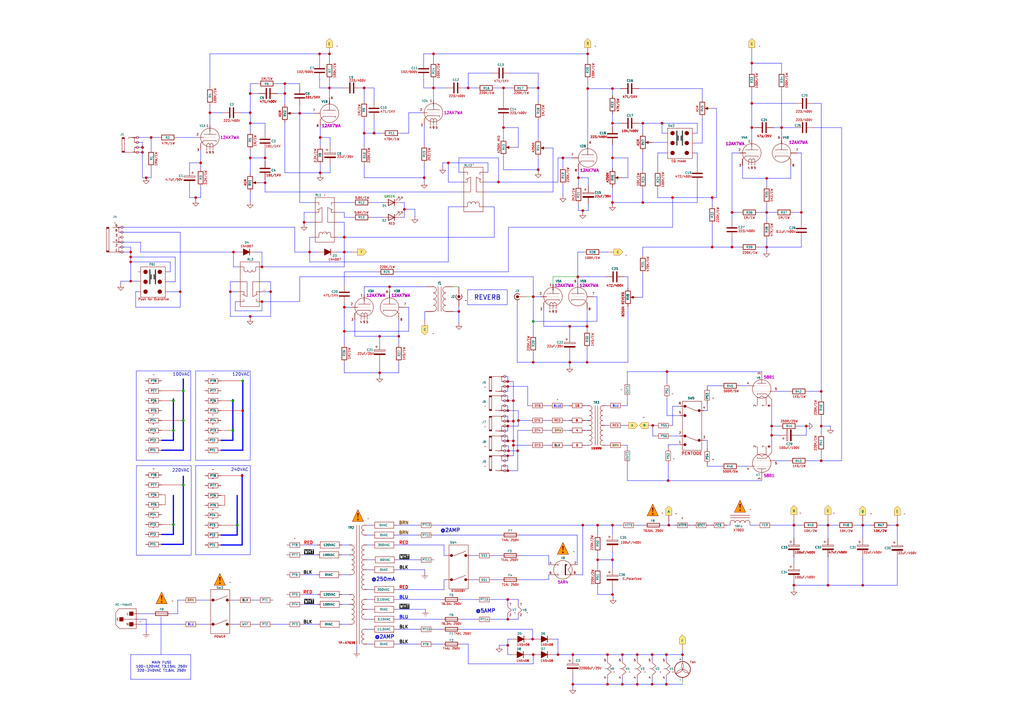
<source format=kicad_sch>
(kicad_sch (version 20231120) (generator "eeschema") (generator_version "8.0")
  (paper "A3")
  (title_block (title "Epiphone Blues Custom 30") (date "2024/11/02") (rev "1") (comment 1 "Creator : Geert Peeters"))
  (junction (at 316.484 174.752) (color 194 0 0 1))
  (junction (at 122.936 46.482) (color 194 0 0 1))
  (junction (at 234.95 280.67) (color 194 0 0 1))
  (junction (at 240.792 133.858) (color 194 0 0 1))
  (junction (at 251.206 229.616) (color 194 0 0 1))
  (junction (at 208.28 164.338) (color 194 0 0 1))
  (junction (at 208.28 186.944) (color 194 0 0 1))
  (junction (at 73.914 119.634) (color 194 0 0 1))
  (junction (at 208.264 245.872) (color 194 0 0 1))
  (junction (at 314.452 73.152) (color 194 0 0 1))
  (junction (at 325.628 240.03) (color 194 0 0 1))
  (junction (at 273.304 268.478) (color 194 0 0 1))
  (junction (at 237.236 72.898) (color 194 0 0 1))
  (junction (at 153.416 54.61) (color 194 0 0 1))
  (junction (at 325.628 215.392) (color 194 0 0 1))
  (junction (at 330.708 174.752) (color 194 0 0 1))
  (junction (at 208.28 264.668) (color 194 0 0 1))
  (junction (at 210.566 182.626) (color 194 0 0 1))
  (junction (at 300.228 101.346) (color 194 0 0 1))
  (junction (at 61.976 56.388) (color 194 0 0 1))
  (junction (at 99.568 168.402) (color 194 0 0 1))
  (junction (at 251.206 64.77) (color 194 0 0 1))
  (junction (at 127 103.378) (color 194 0 0 1))
  (junction (at 267.462 268.478) (color 194 0 0 1))
  (junction (at 177.8 22.098) (color 194 0 0 1))
  (junction (at 218.694 268.478) (color 194 0 0 1))
  (junction (at 261.366 268.478) (color 194 0 0 1))
  (junction (at 165.862 85.852) (color 194 0 0 1))
  (junction (at 108.712 64.77) (color 194 0 0 1))
  (junction (at 149.352 54.61) (color 194 0 0 1))
  (junction (at 183.896 66.802) (color 194 0 0 1))
  (junction (at 59.944 72.898) (color 194 0 0 1))
  (junction (at 274.066 197.104) (color 194 0 0 1))
  (junction (at 218.694 131.826))
  (junction (at 107.442 123.698) (color 194 0 0 1))
  (junction (at 208.28 254) (color 194 0 0 1))
  (junction (at 274.32 215.392) (color 194 0 0 1))
  (junction (at 102.616 129.794) (color 194 0 0 1))
  (junction (at 218.694 121.6987))
  (junction (at 82.296 66.802) (color 194 0 0 1))
  (junction (at 206.502 52.324) (color 194 0 0 1))
  (junction (at 173.99 72.898) (color 194 0 0 1))
  (junction (at 53.594 103.378) (color 194 0 0 1))
  (junction (at 273.558 152.4) (color 194 0 0 1))
  (junction (at 208.28 158.496) (color 194 0 0 1))
  (junction (at 141.224 103.378) (color 194 0 0 1))
  (junction (at 188.214 127.762) (color 194 0 0 1))
  (junction (at 131.064 22.098) (color 194 0 0 1))
  (junction (at 212.344 184.912) (color 194 0 0 1))
  (junction (at 239.014 86.36) (color 194 0 0 1))
  (junction (at 131.318 70.866) (color 194 0 0 1))
  (junction (at 97.282 215.392))
  (junction (at 212.598 172.466) (color 194 0 0 1))
  (junction (at 255.27 268.478) (color 194 0 0 1))
  (junction (at 316.484 178.562) (color 194 0 0 1))
  (junction (at 177.8 36.068) (color 194 0 0 1))
  (junction (at 163.576 137.922) (color 194 0 0 1))
  (junction (at 273.304 280.67) (color 194 0 0 1))
  (junction (at 149.352 36.068) (color 194 0 0 1))
  (junction (at 192.024 36.068) (color 194 0 0 1))
  (junction (at 53.594 115.316) (color 194 0 0 1))
  (junction (at 261.366 280.67) (color 194 0 0 1))
  (junction (at 267.462 280.67) (color 194 0 0 1))
  (junction (at 53.594 105.41) (color 194 0 0 1))
  (junction (at 53.594 107.442) (color 194 0 0 1))
  (junction (at 308.356 52.324) (color 194 0 0 1))
  (junction (at 339.598 215.392) (color 194 0 0 1))
  (junction (at 218.694 148.59) (color 194 0 0 1))
  (junction (at 155.702 152.908) (color 194 0 0 1))
  (junction (at 279.908 268.478) (color 194 0 0 1))
  (junction (at 102.616 50.546) (color 194 0 0 1))
  (junction (at 218.44 262.128) (color 194 0 0 1))
  (junction (at 75.184 198.882))
  (junction (at 75.184 160.274))
  (junction (at 308.356 25.908) (color 194 0 0 1))
  (junction (at 95.504 164.338))
  (junction (at 234.95 268.478) (color 194 0 0 1))
  (junction (at 159.766 117.602) (color 194 0 0 1))
  (junction (at 241.046 36.322) (color 194 0 0 1))
  (junction (at 251.206 215.392) (color 194 0 0 1))
  (junction (at 210.566 180.848) (color 194 0 0 1))
  (junction (at 263.652 50.546) (color 194 0 0 1))
  (junction (at 86.106 46.228) (color 194 0 0 1))
  (junction (at 263.652 83.058) (color 194 0 0 1))
  (junction (at 110.998 119.634) (color 194 0 0 1))
  (junction (at 339.598 240.03) (color 194 0 0 1))
  (junction (at 71.12 164.338))
  (junction (at 267.716 174.498) (color 194 0 0 1))
  (junction (at 336.804 174.752) (color 194 0 0 1))
  (junction (at 249.174 268.478) (color 194 0 0 1))
  (junction (at 204.47 74.676) (color 194 0 0 1))
  (junction (at 271.526 50.546) (color 194 0 0 1))
  (junction (at 241.046 22.098) (color 194 0 0 1))
  (junction (at 275.844 81.026) (color 194 0 0 1))
  (junction (at 94.488 119.634) (color 194 0 0 1))
  (junction (at 245.11 229.616) (color 194 0 0 1))
  (junction (at 141.224 135.89) (color 194 0 0 1))
  (junction (at 292.1 81.026) (color 194 0 0 1))
  (junction (at 58.42 60.452) (color 194 0 0 1))
  (junction (at 99.314 195.072) (color 194 0 0 1))
  (junction (at 155.702 137.922) (color 194 0 0 1))
  (junction (at 208.534 184.912) (color 194 0 0 1))
  (junction (at 251.206 36.322) (color 194 0 0 1))
  (junction (at 208.28 172.72) (color 194 0 0 1))
  (junction (at 236.982 113.538) (color 194 0 0 1))
  (junction (at 320.548 52.324) (color 194 0 0 1))
  (junction (at 208.28 156.464) (color 194 0 0 1))
  (junction (at 208.28 174.752) (color 194 0 0 1))
  (junction (at 210.566 164.338) (color 194 0 0 1))
  (junction (at 102.616 38.354) (color 194 0 0 1))
  (junction (at 353.822 215.392) (color 194 0 0 1))
  (junction (at 251.206 243.84) (color 194 0 0 1))
  (junction (at 80.264 81.026) (color 194 0 0 1))
  (junction (at 368.046 215.392) (color 194 0 0 1))
  (junction (at 336.804 188.976) (color 194 0 0 1))
  (junction (at 206.502 36.068) (color 194 0 0 1))
  (junction (at 233.68 133.858) (color 194 0 0 1))
  (junction (at 308.356 42.418) (color 194 0 0 1))
  (junction (at 141.224 125.984) (color 194 0 0 1))
  (junction (at 314.452 87.122) (color 194 0 0 1))
  (junction (at 210.566 172.72) (color 194 0 0 1))
  (junction (at 208.28 193.04) (color 194 0 0 1))
  (junction (at 249.174 280.67) (color 194 0 0 1))
  (junction (at 220.726 36.068) (color 194 0 0 1))
  (junction (at 218.694 121.666) (color 194 0 0 1))
  (junction (at 245.11 215.392) (color 194 0 0 1))
  (junction (at 239.014 215.392) (color 194 0 0 1))
  (junction (at 107.442 109.474) (color 194 0 0 1))
  (junction (at 135.128 22.098) (color 194 0 0 1))
  (junction (at 95.758 103.378) (color 194 0 0 1))
  (junction (at 116.84 34.29) (color 194 0 0 1))
  (junction (at 220.726 69.596) (color 194 0 0 1))
  (junction (at 58.42 62.484) (color 194 0 0 1))
  (junction (at 240.792 148.59) (color 194 0 0 1))
  (junction (at 135.128 36.068) (color 194 0 0 1))
  (junction (at 71.12 176.53))
  (junction (at 353.822 240.03) (color 194 0 0 1))
  (junction (at 102.616 46.228) (color 194 0 0 1))
  (junction (at 116.84 38.354) (color 194 0 0 1))
  (junction (at 255.27 280.67) (color 194 0 0 1))
  (junction (at 300.228 87.122) (color 194 0 0 1))
  (junction (at 251.206 50.546) (color 194 0 0 1))
  (junction (at 108.712 74.93) (color 194 0 0 1))
  (junction (at 336.804 160.528) (color 194 0 0 1))
  (junction (at 99.568 156.21))
  (junction (at 75.184 172.466))
  (junction (at 228.854 268.478) (color 194 0 0 1))
  (junction (at 141.224 97.282) (color 194 0 0 1))
  (junction (at 208.28 168.402) (color 194 0 0 1))
  (junction (at 233.68 148.59) (color 194 0 0 1))
  (junction (at 102.616 64.77) (color 194 0 0 1))
  (junction (at 328.676 87.122) (color 194 0 0 1))
  (junction (at 95.504 176.53))
  (junction (at 131.318 56.388) (color 194 0 0 1))
  (junction (at 208.28 180.848) (color 194 0 0 1))
  (junction (at 230.886 64.77) (color 194 0 0 1))
  (junction (at 71.12 215.138))
  (junction (at 292.1 101.346) (color 194 0 0 1))
  (junction (at 251.206 83.058) (color 194 0 0 1))
  (junction (at 124.714 91.186) (color 194 0 0 1))
  (junction (at 314.452 101.346) (color 194 0 0 1))
  (wire (pts (xy 308.356 52.324) (xy 308.356 57.658)) (stroke (width 0) (color 0 0 255 1)))
  (wire (pts (xy 189.23 84.836) (xy 183.896 84.836)) (stroke (width 0) (color 0 0 255 1)))
  (wire (pts (xy 257.556 113.538) (xy 256.032 113.538)) (stroke (width 0) (color 0 0 255 1)))
  (wire (pts (xy 57.658 103.378) (xy 95.758 103.378)) (stroke (width 0) (color 0 0 255 1)))
  (wire (pts (xy 82.296 61.468) (xy 82.296 66.802)) (stroke (width 0) (color 0 0 255 1)))
  (wire (pts (xy 206.502 52.324) (xy 206.502 56.642)) (stroke (width 0) (color 0 0 255 1)))
  (wire (pts (xy 236.474 235.712) (xy 239.014 235.712)) (stroke (width 0) (color 0 0 255 1)))
  (wire (pts (xy 234.95 280.67) (xy 234.95 281.94)) (stroke (width 0) (color 0 0 255 1)))
  (wire (pts (xy 66.294 202.946) (xy 67.818 202.946)) (stroke (width 0) (color 194 0 0 1)))
  (wire (pts (xy 183.896 74.676) (xy 183.896 66.802)) (stroke (width 0) (color 0 0 255 1)))
  (wire (pts (xy 218.694 148.59) (xy 233.68 148.59)) (stroke (width 0) (color 0 0 255 1)))
  (wire (pts (xy 162.56 215.392) (xy 171.45 215.392)) (stroke (width 0) (color 0 0 255 1)))
  (wire (pts (xy 155.702 152.908) (xy 141.224 152.908)) (stroke (width 0) (color 0 0 255 1)))
  (wire (pts (xy 320.548 29.21) (xy 320.548 25.908)) (stroke (width 0) (color 0 0 255 1)))
  (wire (pts (xy 90.678 164.338) (xy 95.504 164.338)) (stroke (width 0) (color 194 0 0 1)))
  (wire (pts (xy 226.822 113.538) (xy 236.982 113.538)))
  (wire (pts (xy 274.066 197.104) (xy 257.302 197.104)) (stroke (width 0) (color 0 0 255 1)))
  (wire (pts (xy 92.202 203.2) (xy 92.202 207.264)) (stroke (width 0) (color 194 0 0 1)))
  (wire (pts (xy 245.11 243.84) (xy 251.206 243.84)) (stroke (width 0) (color 0 0 255 1)))
  (wire (pts (xy 181.61 66.802) (xy 183.896 66.802)) (stroke (width 0) (color 0 0 255 1)))
  (wire (pts (xy 167.64 54.61) (xy 164.338 54.61)) (stroke (width 0) (color 0 0 255 1)))
  (wire (pts (xy 162.56 249.936) (xy 174.498 249.936)) (stroke (width 0) (color 0 0 255 1)))
  (wire (pts (xy 218.694 131.826) (xy 218.694 137.16)) (stroke (width 0) (color 0 0 255 1)))
  (wire (pts (xy 90.678 156.21) (xy 99.568 156.21)) (stroke (width 0) (color 194 0 0 1)))
  (wire (pts (xy 95.758 109.474) (xy 97.536 109.474)) (stroke (width 0) (color 0 0 255 1)))
  (wire (pts (xy 162.814 229.616) (xy 171.45 229.616)) (stroke (width 0) (color 0 0 255 1)))
  (wire (pts (xy 206.502 69.596) (xy 220.726 69.596)) (stroke (width 0) (color 0 0 255 1)))
  (wire (pts (xy 97.282 203.2) (xy 97.282 215.392)) (stroke (width 0.508) (color 0 0 255 1)))
  (wire (pts (xy 218.694 121.666) (xy 218.694 121.6987)) (stroke (width 0) (color 0 0 255 1)))
  (wire (pts (xy 183.896 84.836) (xy 183.896 107.442)) (stroke (width 0) (color 0 0 255 1)))
  (wire (pts (xy 73.914 95.25) (xy 73.914 119.634)) (stroke (width 0) (color 0 0 255 1)))
  (wire (pts (xy 263.652 104.648) (xy 263.652 101.346)) (stroke (width 0) (color 0 0 255 1)))
  (wire (pts (xy 153.416 49.022) (xy 153.416 54.61)) (stroke (width 0) (color 0 0 255 1)))
  (wire (pts (xy 53.594 103.378) (xy 53.594 105.41)) (stroke (width 0) (color 0 0 255 1)))
  (wire (pts (xy 328.676 215.392) (xy 325.628 215.392)) (stroke (width 0) (color 0 0 255 1)))
  (wire (pts (xy 66.294 184.658) (xy 75.184 184.658)) (stroke (width 0.508) (color 0 0 255 1)))
  (wire (pts (xy 326.136 42.418) (xy 308.356 42.418)) (stroke (width 0) (color 0 0 255 1)))
  (wire (pts (xy 218.694 113.538) (xy 218.694 121.666)) (stroke (width 0) (color 0 0 255 1)))
  (wire (pts (xy 237.236 72.898) (xy 237.236 75.946)) (stroke (width 0) (color 0 0 255 1)))
  (wire (pts (xy 116.84 38.354) (xy 113.792 38.354)) (stroke (width 0) (color 0 0 255 1)))
  (wire (pts (xy 155.702 137.922) (xy 163.576 137.922)) (stroke (width 0) (color 0 0 255 1)))
  (wire (pts (xy 174.752 127.762) (xy 174.244 127.762)) (stroke (width 0) (color 0 0 255 1)))
  (wire (pts (xy 290.068 158.242) (xy 290.068 158.75)) (stroke (width 0) (color 0 0 255 1)))
  (wire (pts (xy 263.652 83.058) (xy 251.206 83.058)) (stroke (width 0) (color 0 0 255 1)))
  (wire (pts (xy 135.128 36.068) (xy 135.128 40.132)) (stroke (width 0) (color 0 0 255 1)))
  (wire (pts (xy 53.594 115.316) (xy 56.642 115.316)) (stroke (width 0) (color 0 0 255 1)))
  (wire (pts (xy 251.206 76.708) (xy 251.206 83.058)) (stroke (width 0) (color 0 0 255 1)))
  (wire (pts (xy 102.616 129.794) (xy 110.998 129.794)) (stroke (width 0) (color 0 0 255 1)))
  (wire (pts (xy 150.368 223.52) (xy 152.654 223.52)) (stroke (width 0) (color 0 0 255 1)))
  (wire (pts (xy 217.17 176.53) (xy 212.344 176.53)) (stroke (width 0) (color 0 0 255 1)))
  (wire (pts (xy 316.484 178.562) (xy 316.484 183.134)) (stroke (width 0) (color 0 0 255 1)))
  (wire (pts (xy 336.804 188.976) (xy 345.186 188.976)) (stroke (width 0) (color 0 0 255 1)))
  (wire (pts (xy 61.976 56.388) (xy 61.976 61.214)) (stroke (width 0) (color 0 0 255 1)))
  (wire (pts (xy 246.888 103.378) (xy 249.174 103.378)) (stroke (width 0) (color 0 0 255 1)))
  (wire (pts (xy 68.834 115.57) (xy 71.882 115.57)) (stroke (width 0) (color 0 0 255 1)))
  (wire (pts (xy 50.038 103.378) (xy 53.594 103.378)) (stroke (width 0) (color 0 0 255 1)))
  (wire (pts (xy 316.484 166.37) (xy 316.484 174.752)) (stroke (width 0) (color 0 0 255 1)))
  (wire (pts (xy 201.93 245.872) (xy 208.264 245.872)) (stroke (width 0) (color 0 0 255 1)))
  (wire (pts (xy 188.976 245.872) (xy 195.326 245.872)) (stroke (width 0) (color 0 0 255 1)))
  (wire (pts (xy 212.598 168.402) (xy 212.598 172.466)) (stroke (width 0) (color 0 0 255 1)))
  (wire (pts (xy 165.862 83.058) (xy 165.862 85.852)) (stroke (width 0) (color 0 0 255 1)))
  (wire (pts (xy 124.206 247.904) (xy 130.302 247.904)) (stroke (width 0) (color 0 0 255 1)))
  (wire (pts (xy 272.796 54.61) (xy 271.526 54.61)) (stroke (width 0) (color 0 0 255 1)))
  (wire (pts (xy 290.068 191.262) (xy 290.068 190.5)) (stroke (width 0) (color 0 0 255 1)))
  (wire (pts (xy 167.64 46.228) (xy 167.64 54.61)) (stroke (width 0) (color 0 0 255 1)))
  (wire (pts (xy 339.598 228.346) (xy 339.598 240.03)) (stroke (width 0) (color 0 0 255 1)))
  (wire (pts (xy 249.174 268.478) (xy 249.174 270.764)) (stroke (width 0) (color 0 0 255 1)))
  (wire (pts (xy 108.712 78.74) (xy 189.23 78.74)) (stroke (width 0) (color 0 0 255 1)))
  (wire (pts (xy 268.732 178.816) (xy 267.716 178.816)) (stroke (width 0) (color 0 0 255 1)))
  (wire (pts (xy 162.56 223.52) (xy 182.118 223.52)) (stroke (width 0) (color 0 0 255 1)))
  (wire (pts (xy 141.224 91.186) (xy 141.224 97.282)) (stroke (width 0) (color 0 0 255 1)))
  (wire (pts (xy 251.206 229.616) (xy 251.206 233.172)) (stroke (width 0) (color 0 0 255 1)))
  (wire (pts (xy 177.8 32.766) (xy 177.8 36.068)) (stroke (width 0) (color 0 0 255 1)))
  (wire (pts (xy 251.206 64.77) (xy 251.206 69.088)) (stroke (width 0) (color 0 0 255 1)))
  (wire (pts (xy 218.694 131.826) (xy 244.856 131.826)) (stroke (width 0) (color 0 0 255 1)))
  (wire (pts (xy 275.844 93.218) (xy 275.844 81.026)) (stroke (width 0) (color 0 0 255 1)))
  (wire (pts (xy 273.304 280.67) (xy 279.908 280.67)) (stroke (width 0) (color 0 0 255 1)))
  (wire (pts (xy 267.462 280.67) (xy 273.304 280.67)) (stroke (width 0) (color 0 0 255 1)))
  (wire (pts (xy 237.236 86.36) (xy 239.014 86.36)) (stroke (width 0) (color 0 0 255 1)))
  (wire (pts (xy 240.03 166.37) (xy 240.792 166.37)) (stroke (width 0) (color 0 0 255 1)))
  (wire (pts (xy 208.28 166.37) (xy 208.28 168.402)) (stroke (width 0) (color 0 0 255 1)))
  (wire (pts (xy 308.356 52.324) (xy 308.356 42.418)) (stroke (width 0) (color 0 0 255 1)))
  (wire (pts (xy 261.366 280.67) (xy 261.366 277.876)) (stroke (width 0) (color 0 0 255 1)))
  (wire (pts (xy 314.452 101.346) (xy 328.676 101.346)) (stroke (width 0) (color 0 0 255 1)))
  (wire (pts (xy 286.004 83.058) (xy 263.652 83.058)) (stroke (width 0) (color 0 0 255 1)))
  (wire (pts (xy 275.844 81.026) (xy 292.1 81.026)) (stroke (width 0) (color 0 0 255 1)))
  (wire (pts (xy 269.748 77.47) (xy 269.748 81.026)) (stroke (width 0) (color 0 0 255 1)))
  (wire (pts (xy 267.716 174.498) (xy 268.732 174.498)) (stroke (width 0) (color 0 0 255 1)))
  (wire (pts (xy 77.724 76.962) (xy 77.724 81.026)) (stroke (width 0) (color 0 0 255 1)))
  (wire (pts (xy 208.28 178.816) (xy 208.28 180.848)) (stroke (width 0) (color 0 0 255 1)))
  (wire (pts (xy 122.936 35.56) (xy 122.936 34.29)) (stroke (width 0) (color 0 0 255 1)))
  (wire (pts (xy 178.054 258.064) (xy 181.356 258.064)) (stroke (width 0) (color 0 0 255 1)))
  (wire (pts (xy 230.886 75.946) (xy 230.886 80.264)) (stroke (width 0) (color 0 0 255 1)))
  (wire (pts (xy 207.01 174.752) (xy 208.28 174.752)) (stroke (width 0) (color 0 0 255 1)))
  (wire (pts (xy 71.12 215.138) (xy 71.12 219.202)) (stroke (width 0.508) (color 0 0 255 1)))
  (wire (pts (xy 58.42 62.484) (xy 58.42 72.898)) (stroke (width 0) (color 0 0 255 1)))
  (wire (pts (xy 49.53 115.316) (xy 53.594 115.316)) (stroke (width 0) (color 0 0 255 1)))
  (wire (pts (xy 131.318 70.866) (xy 131.318 71.628)) (stroke (width 0) (color 0 0 255 1)))
  (wire (pts (xy 271.526 50.546) (xy 263.652 50.546)) (stroke (width 0) (color 0 0 255 1)))
  (wire (pts (xy 86.106 35.56) (xy 86.106 22.098)) (stroke (width 0) (color 0 0 255 1)))
  (wire (pts (xy 262.128 50.546) (xy 263.652 50.546)) (stroke (width 0) (color 0 0 255 1)))
  (wire (pts (xy 273.304 268.478) (xy 279.908 268.478)) (stroke (width 0) (color 0 0 255 1)))
  (wire (pts (xy 107.442 127.508) (xy 107.442 123.698)) (stroke (width 0) (color 0 0 255 1)))
  (wire (pts (xy 95.504 163.83) (xy 95.504 164.338)) (stroke (width 0.508) (color 0 0 255 1)))
  (wire (pts (xy 95.504 164.338) (xy 95.504 176.53)) (stroke (width 0.508) (color 0 0 255 1)))
  (wire (pts (xy 254.508 215.392) (xy 251.206 215.392)) (stroke (width 0) (color 0 0 255 1)))
  (wire (pts (xy 131.318 56.388) (xy 131.318 59.944)) (stroke (width 0) (color 0 0 255 1)))
  (wire (pts (xy 236.982 103.378) (xy 239.268 103.378)) (stroke (width 0) (color 0 0 255 1)))
  (wire (pts (xy 257.556 118.11) (xy 257.556 113.538)) (stroke (width 0) (color 0 0 255 1)))
  (wire (pts (xy 188.976 258.064) (xy 218.44 258.064)) (stroke (width 0) (color 0 0 255 1)))
  (wire (pts (xy 271.78 215.392) (xy 274.32 215.392)) (stroke (width 0) (color 0 0 255 1)))
  (wire (pts (xy 128.27 91.186) (xy 124.714 91.186)) (stroke (width 0) (color 0 0 255 1)))
  (wire (pts (xy 174.498 249.936) (xy 174.498 250.19)) (stroke (width 0) (color 0 0 255 1)))
  (wire (pts (xy 116.84 50.292) (xy 116.84 70.866)) (stroke (width 0) (color 0 0 255 1)))
  (wire (pts (xy 66.294 172.466) (xy 75.184 172.466)) (stroke (width 0) (color 194 0 0 1)))
  (wire (pts (xy 339.598 215.392) (xy 343.154 215.392)) (stroke (width 0) (color 0 0 255 1)))
  (wire (pts (xy 206.502 52.324) (xy 212.598 52.324)) (stroke (width 0) (color 0 0 255 1)))
  (wire (pts (xy 212.598 52.324) (xy 212.598 60.452)) (stroke (width 0) (color 0 0 255 1)))
  (wire (pts (xy 95.25 246.126) (xy 97.282 246.126)) (stroke (width 0) (color 0 0 255 1)))
  (wire (pts (xy 204.724 264.922) (xy 204.724 264.668)) (stroke (width 0) (color 0 0 255 1)))
  (wire (pts (xy 231.902 182.626) (xy 233.426 182.626)) (stroke (width 0) (color 0 0 255 1)))
  (wire (pts (xy 306.832 158.242) (xy 303.276 158.242)) (stroke (width 0) (color 0 0 255 1)))
  (wire (pts (xy 141.224 125.984) (xy 141.224 135.89)) (stroke (width 0) (color 0 0 255 1)))
  (wire (pts (xy 163.576 148.844) (xy 163.576 152.908)) (stroke (width 0) (color 0 0 255 1)))
  (wire (pts (xy 135.382 56.388) (xy 131.318 56.388)) (stroke (width 0) (color 0 0 255 1)))
  (wire (pts (xy 90.678 184.658) (xy 99.568 184.658)) (stroke (width 0.508) (color 0 0 255 1)))
  (wire (pts (xy 273.558 170.434) (xy 278.892 170.434)) (stroke (width 0) (color 0 0 255 1)))
  (wire (pts (xy 159.766 117.602) (xy 174.752 117.602)) (stroke (width 0) (color 0 0 255 1)))
  (wire (pts (xy 56.642 119.634) (xy 55.626 119.634)) (stroke (width 0) (color 0 0 255 1)))
  (wire (pts (xy 207.01 162.306) (xy 208.28 162.306)) (stroke (width 0) (color 0 0 255 1)))
  (wire (pts (xy 216.0448 121.6987) (xy 218.694 121.6987)))
  (wire (pts (xy 207.01 160.528) (xy 208.28 160.528)) (stroke (width 0) (color 0 0 255 1)))
  (wire (pts (xy 162.56 245.872) (xy 181.356 245.872)) (stroke (width 0) (color 0 0 255 1)))
  (wire (pts (xy 263.652 62.23) (xy 263.652 69.85)) (stroke (width 0) (color 0 0 255 1)))
  (wire (pts (xy 201.93 227.838) (xy 205.486 227.838)) (stroke (width 0) (color 0 0 255 1)))
  (wire (pts (xy 190.754 36.068) (xy 192.024 36.068)) (stroke (width 0) (color 0 0 255 1)))
  (wire (pts (xy 135.128 36.068) (xy 140.462 36.068)) (stroke (width 0) (color 0 0 255 1)))
  (wire (pts (xy 220.726 49.276) (xy 220.726 56.896)) (stroke (width 0) (color 0 0 255 1)))
  (wire (pts (xy 207.01 172.72) (xy 208.28 172.72)) (stroke (width 0) (color 0 0 255 1)))
  (wire (pts (xy 208.28 172.72) (xy 210.566 172.72)) (stroke (width 0) (color 0 0 255 1)))
  (wire (pts (xy 113.284 34.29) (xy 116.84 34.29)) (stroke (width 0) (color 0 0 255 1)))
  (wire (pts (xy 145.542 131.064) (xy 145.542 137.922)) (stroke (width 0) (color 0 0 255 1)))
  (wire (pts (xy 112.014 256.032) (xy 117.602 256.032)) (stroke (width 0) (color 0 0 255 1)))
  (wire (pts (xy 212.598 254) (xy 212.598 252.476)) (stroke (width 0) (color 0 0 255 1)))
  (wire (pts (xy 141.224 116.84) (xy 141.224 111.506)) (stroke (width 0) (color 0 0 255 1)))
  (wire (pts (xy 273.304 268.478) (xy 273.304 270.764)) (stroke (width 0) (color 0 0 255 1)))
  (wire (pts (xy 153.416 41.402) (xy 153.416 36.068)) (stroke (width 0) (color 0 0 255 1)))
  (wire (pts (xy 208.28 168.402) (xy 212.598 168.402)) (stroke (width 0) (color 0 0 255 1)))
  (wire (pts (xy 74.93 246.126) (xy 72.898 246.126)) (stroke (width 0) (color 0 0 255 1)))
  (wire (pts (xy 240.792 148.59) (xy 257.556 148.59)) (stroke (width 0) (color 0 0 255 1)))
  (wire (pts (xy 308.356 25.908) (xy 308.356 22.098)) (stroke (width 0) (color 0 0 255 1)))
  (wire (pts (xy 120.65 46.482) (xy 122.936 46.482)) (stroke (width 0) (color 0 0 255 1)))
  (wire (pts (xy 261.366 268.478) (xy 261.366 270.764)) (stroke (width 0) (color 0 0 255 1)))
  (wire (pts (xy 290.068 180.594) (xy 290.068 183.896)) (stroke (width 0) (color 0 0 255 1)))
  (wire (pts (xy 284.988 54.61) (xy 286.004 54.61)) (stroke (width 0) (color 0 0 255 1)))
  (wire (pts (xy 174.244 127.762) (xy 174.244 131.064)) (stroke (width 0) (color 0 0 255 1)))
  (wire (pts (xy 339.598 215.392) (xy 339.598 213.614)) (stroke (width 0) (color 0 0 255 1)))
  (wire (pts (xy 188.214 125.476) (xy 188.214 127.762)) (stroke (width 0) (color 0 0 255 1)))
  (wire (pts (xy 263.652 121.92) (xy 261.366 121.92)) (stroke (width 0) (color 0 0 255 1)))
  (wire (pts (xy 331.47 188.976) (xy 336.804 188.976)) (stroke (width 0) (color 0 0 255 1)))
  (wire (pts (xy 225.044 237.744) (xy 213.106 237.744)) (stroke (width 0) (color 0 0 255 1)))
  (wire (pts (xy 306.832 191.262) (xy 303.276 191.262)) (stroke (width 0) (color 0 0 255 1)))
  (wire (pts (xy 141.224 89.154) (xy 144.526 89.154)) (stroke (width 0) (color 0 0 255 1)))
  (wire (pts (xy 291.846 44.45) (xy 293.878 44.45)) (stroke (width 0) (color 0 0 255 1)))
  (wire (pts (xy 201.93 237.744) (xy 205.486 237.744)) (stroke (width 0) (color 0 0 255 1)))
  (wire (pts (xy 90.678 203.2) (xy 92.202 203.2)) (stroke (width 0) (color 194 0 0 1)))
  (wire (pts (xy 178.054 215.392) (xy 239.014 215.392)) (stroke (width 0) (color 0 0 255 1)))
  (wire (pts (xy 141.224 97.282) (xy 138.176 97.282)) (stroke (width 0) (color 0 0 255 1)))
  (wire (pts (xy 107.442 115.57) (xy 110.998 115.57)) (stroke (width 0) (color 0 0 255 1)))
  (wire (pts (xy 122.936 83.058) (xy 122.936 46.482)) (stroke (width 0) (color 0 0 255 1)))
  (wire (pts (xy 90.678 223.52) (xy 99.314 223.52)) (stroke (width 0.508) (color 0 0 255 1)))
  (wire (pts (xy 257.302 152.4) (xy 273.558 152.4)) (stroke (width 0) (color 0 0 255 1)))
  (wire (pts (xy 67.818 207.01) (xy 66.294 207.01)) (stroke (width 0) (color 194 0 0 1)))
  (wire (pts (xy 110.998 115.57) (xy 110.998 119.634)) (stroke (width 0) (color 0 0 255 1)))
  (wire (pts (xy 239.014 215.392) (xy 245.11 215.392)) (stroke (width 0) (color 0 0 255 1)))
  (wire (pts (xy 336.804 160.528) (xy 336.804 163.576)) (stroke (width 0) (color 0 0 255 1)))
  (wire (pts (xy 279.908 266.7) (xy 279.908 268.478)) (stroke (width 0) (color 0 0 255 1)))
  (wire (pts (xy 86.106 51.308) (xy 86.106 46.228)) (stroke (width 0) (color 0 0 255 1)))
  (wire (pts (xy 255.27 268.478) (xy 255.27 270.764)) (stroke (width 0) (color 0 0 255 1)))
  (wire (pts (xy 207.01 166.37) (xy 208.28 166.37)) (stroke (width 0) (color 0 0 255 1)))
  (wire (pts (xy 73.914 119.634) (xy 68.834 119.634)) (stroke (width 0) (color 0 0 255 1)))
  (wire (pts (xy 251.206 50.546) (xy 254.508 50.546)) (stroke (width 0) (color 0 0 255 1)))
  (wire (pts (xy 173.736 25.146) (xy 173.736 22.098)) (stroke (width 0) (color 0 0 255 1)))
  (wire (pts (xy 257.556 72.898) (xy 257.556 64.77)) (stroke (width 0) (color 0 0 255 1)))
  (wire (pts (xy 298.196 215.392) (xy 299.466 215.392)) (stroke (width 0) (color 0 0 255 1)))
  (wire (pts (xy 255.778 174.498) (xy 256.794 174.498)) (stroke (width 0) (color 0 0 255 1)))
  (wire (pts (xy 141.224 135.89) (xy 141.224 141.224)) (stroke (width 0) (color 0 0 255 1)))
  (wire (pts (xy 207.01 188.976) (xy 208.28 188.976)) (stroke (width 0) (color 0 0 255 1)))
  (wire (pts (xy 244.856 121.666) (xy 243.332 121.666)) (stroke (width 0) (color 0 0 255 1)))
  (wire (pts (xy 67.818 202.946) (xy 67.818 207.01)) (stroke (width 0) (color 194 0 0 1)))
  (wire (pts (xy 162.56 233.68) (xy 174.244 233.68)) (stroke (width 0) (color 0 0 255 1)))
  (wire (pts (xy 251.206 83.058) (xy 251.206 83.82)) (stroke (width 0) (color 0 0 255 1)))
  (wire (pts (xy 223.774 176.53) (xy 225.298 176.53)) (stroke (width 0) (color 0 0 255 1)))
  (wire (pts (xy 58.42 58.42) (xy 58.42 60.452)) (stroke (width 0) (color 0 0 255 1)))
  (wire (pts (xy 339.598 215.392) (xy 339.598 220.726)) (stroke (width 0) (color 0 0 255 1)))
  (wire (pts (xy 188.976 264.16) (xy 192.024 264.16)) (stroke (width 0) (color 0 0 255 1)))
  (wire (pts (xy 163.576 131.064) (xy 163.576 137.922)) (stroke (width 0) (color 0 0 255 1)))
  (wire (pts (xy 94.488 115.57) (xy 94.488 119.634)) (stroke (width 0) (color 0 0 255 1)))
  (wire (pts (xy 212.582 245.872) (xy 212.582 247.904)) (stroke (width 0) (color 0 0 255 1)))
  (wire (pts (xy 209.55 268.478) (xy 208.28 268.478)) (stroke (width 0) (color 0 0 255 1)))
  (wire (pts (xy 108.712 74.93) (xy 106.426 74.93)) (stroke (width 0) (color 0 0 255 1)))
  (wire (pts (xy 248.158 166.37) (xy 249.174 166.37)) (stroke (width 0) (color 0 0 255 1)))
  (wire (pts (xy 304.546 67.818) (xy 304.546 73.152)) (stroke (width 0) (color 0 0 255 1)))
  (wire (pts (xy 340.614 174.752) (xy 336.804 174.752)) (stroke (width 0) (color 0 0 255 1)))
  (wire (pts (xy 206.502 36.068) (xy 206.502 41.656)) (stroke (width 0) (color 0 0 255 1)))
  (wire (pts (xy 224.536 60.706) (xy 226.822 60.706)) (stroke (width 0) (color 0 0 255 1)))
  (wire (pts (xy 278.892 166.624) (xy 275.844 166.624)) (stroke (width 0) (color 0 0 255 1)))
  (wire (pts (xy 248.158 174.498) (xy 249.174 174.498)) (stroke (width 0) (color 0 0 255 1)))
  (wire (pts (xy 141.224 103.378) (xy 144.018 103.378)) (stroke (width 0) (color 0 0 255 1)))
  (wire (pts (xy 326.898 62.738) (xy 328.676 62.738)) (stroke (width 0) (color 0 0 255 1)))
  (wire (pts (xy 218.44 258.064) (xy 218.44 262.128)) (stroke (width 0) (color 0 0 255 1)))
  (wire (pts (xy 328.676 87.122) (xy 325.374 87.122)) (stroke (width 0) (color 0 0 255 1)))
  (wire (pts (xy 288.036 36.322) (xy 288.036 40.64)) (stroke (width 0) (color 0 0 255 1)))
  (wire (pts (xy 311.15 101.346) (xy 314.452 101.346)) (stroke (width 0) (color 0 0 255 1)))
  (wire (pts (xy 312.42 152.4) (xy 273.558 152.4)) (stroke (width 0) (color 0 0 255 1)))
  (wire (pts (xy 273.558 152.4) (xy 273.558 156.972)) (stroke (width 0) (color 0 0 255 1)))
  (wire (pts (xy 188.214 64.77) (xy 188.214 70.612)) (stroke (width 0) (color 0 0 255 1)))
  (wire (pts (xy 192.024 272.288) (xy 218.694 272.288)) (stroke (width 0) (color 0 0 255 1)))
  (wire (pts (xy 127 97.282) (xy 127 103.378)) (stroke (width 0) (color 0 0 255 1)))
  (wire (pts (xy 149.352 72.898) (xy 173.99 72.898)) (stroke (width 0) (color 0 0 255 1)))
  (wire (pts (xy 128.27 87.122) (xy 124.714 87.122)) (stroke (width 0) (color 0 0 255 1)))
  (wire (pts (xy 210.566 182.626) (xy 210.566 186.944)) (stroke (width 0) (color 0 0 255 1)))
  (wire (pts (xy 178.054 264.16) (xy 181.356 264.16)) (stroke (width 0) (color 0 0 255 1)))
  (wire (pts (xy 165.862 85.852) (xy 165.862 89.154)) (stroke (width 0) (color 0 0 255 1)))
  (wire (pts (xy 131.318 51.562) (xy 131.318 56.388)) (stroke (width 0) (color 0 0 255 1)))
  (wire (pts (xy 81.026 56.388) (xy 72.644 56.388)) (stroke (width 0) (color 0 0 255 1)))
  (wire (pts (xy 212.598 172.466) (xy 217.17 172.466)) (stroke (width 0) (color 0 0 255 1)))
  (wire (pts (xy 208.534 184.912) (xy 207.01 184.912)) (stroke (width 0) (color 0 0 255 1)))
  (wire (pts (xy 99.568 168.402) (xy 99.568 184.658)) (stroke (width 0.508) (color 0 0 255 1)))
  (wire (pts (xy 150.368 254) (xy 152.654 254)) (stroke (width 0) (color 0 0 255 1)))
  (wire (pts (xy 73.914 125.984) (xy 73.914 119.634)) (stroke (width 0) (color 0 0 255 1)))
  (wire (pts (xy 108.712 61.722) (xy 108.712 64.77)) (stroke (width 0) (color 0 0 255 1)))
  (wire (pts (xy 324.358 73.152) (xy 314.452 73.152)) (stroke (width 0) (color 0 0 255 1)))
  (wire (pts (xy 308.356 52.324) (xy 309.626 52.324)) (stroke (width 0) (color 0 0 255 1)))
  (wire (pts (xy 207.01 170.688) (xy 208.28 170.688)) (stroke (width 0) (color 0 0 255 1)))
  (wire (pts (xy 138.176 91.186) (xy 141.224 91.186)) (stroke (width 0) (color 0 0 255 1)))
  (wire (pts (xy 251.206 243.84) (xy 251.46 243.84)) (stroke (width 0) (color 0 0 255 1)))
  (wire (pts (xy 290.068 158.242) (xy 295.656 158.242)) (stroke (width 0) (color 0 0 255 1)))
  (wire (pts (xy 304.546 73.152) (xy 314.452 73.152)) (stroke (width 0) (color 0 0 255 1)))
  (wire (pts (xy 212.344 176.53) (xy 212.344 184.912)) (stroke (width 0) (color 0 0 255 1)))
  (wire (pts (xy 275.844 174.498) (xy 275.336 174.498)) (stroke (width 0) (color 0 0 255 1)))
  (wire (pts (xy 237.236 69.85) (xy 237.236 72.898)) (stroke (width 0) (color 0 0 255 1)))
  (wire (pts (xy 220.726 36.068) (xy 220.726 41.656)) (stroke (width 0) (color 0 0 255 1)))
  (wire (pts (xy 162.56 254) (xy 181.356 254)) (stroke (width 0) (color 0 0 255 1)))
  (wire (pts (xy 223.774 172.466) (xy 225.298 172.466)) (stroke (width 0) (color 0 0 255 1)))
  (wire (pts (xy 66.294 219.202) (xy 71.12 219.202)) (stroke (width 0.508) (color 0 0 255 1)))
  (wire (pts (xy 251.206 46.736) (xy 251.206 50.546)) (stroke (width 0) (color 0 0 255 1)))
  (wire (pts (xy 99.314 195.072) (xy 99.314 194.564)) (stroke (width 0.508) (color 0 0 255 1)))
  (wire (pts (xy 173.99 59.436) (xy 173.99 51.308)) (stroke (width 0) (color 0 0 255 1)))
  (wire (pts (xy 208.28 156.464) (xy 210.566 156.464)) (stroke (width 0) (color 0 0 255 1)))
  (wire (pts (xy 188.214 127.762) (xy 188.214 132.588)) (stroke (width 0) (color 0 0 255 1)))
  (wire (pts (xy 208.28 154.432) (xy 208.28 156.464)) (stroke (width 0) (color 0 0 255 1)))
  (wire (pts (xy 141.224 87.122) (xy 141.224 89.154)) (stroke (width 0) (color 0 0 255 1)))
  (wire (pts (xy 368.046 213.868) (xy 368.046 215.392)) (stroke (width 0) (color 0 0 255 1)))
  (wire (pts (xy 314.452 101.346) (xy 314.452 98.044)) (stroke (width 0) (color 0 0 255 1)))
  (wire (pts (xy 204.47 64.77) (xy 188.214 64.77)) (stroke (width 0) (color 0 0 255 1)))
  (wire (pts (xy 77.724 69.342) (xy 77.724 66.802)) (stroke (width 0) (color 0 0 255 1)))
  (wire (pts (xy 274.066 197.104) (xy 312.42 197.104)) (stroke (width 0) (color 0 0 255 1)))
  (wire (pts (xy 72.898 251.714) (xy 70.104 251.714)) (stroke (width 0) (color 0 0 255 1)))
  (wire (pts (xy 110.998 119.634) (xy 107.442 119.634)) (stroke (width 0) (color 0 0 255 1)))
  (wire (pts (xy 193.04 227.838) (xy 195.326 227.838)) (stroke (width 0) (color 0 0 255 1)))
  (wire (pts (xy 66.294 215.138) (xy 71.12 215.138)) (stroke (width 0) (color 194 0 0 1)))
  (wire (pts (xy 233.68 133.858) (xy 240.792 133.858)) (stroke (width 0) (color 0 0 255 1)))
  (wire (pts (xy 120.904 93.218) (xy 120.904 103.378)) (stroke (width 0) (color 0 0 255 1)))
  (wire (pts (xy 223.012 133.858) (xy 233.68 133.858)) (stroke (width 0) (color 0 0 255 1)))
  (wire (pts (xy 207.01 154.432) (xy 208.28 154.432)) (stroke (width 0) (color 0 0 255 1)))
  (wire (pts (xy 163.576 152.908) (xy 155.702 152.908)) (stroke (width 0) (color 0 0 255 1)))
  (wire (pts (xy 240.792 126.746) (xy 240.792 133.858)) (stroke (width 0) (color 0 0 255 1)))
  (wire (pts (xy 199.136 74.676) (xy 204.47 74.676)) (stroke (width 0) (color 0 0 255 1)))
  (wire (pts (xy 108.712 50.546) (xy 102.616 50.546)) (stroke (width 0) (color 0 0 255 1)))
  (wire (pts (xy 150.368 215.392) (xy 152.654 215.392)) (stroke (width 0) (color 0 0 255 1)))
  (wire (pts (xy 324.358 67.818) (xy 324.358 73.152)) (stroke (width 0) (color 0 0 255 1)))
  (wire (pts (xy 286.004 54.61) (xy 286.004 50.546)) (stroke (width 0) (color 0 0 255 1)))
  (wire (pts (xy 300.228 87.122) (xy 303.53 87.122)) (stroke (width 0) (color 0 0 255 1)))
  (wire (pts (xy 325.628 240.03) (xy 339.598 240.03)) (stroke (width 0) (color 0 0 255 1)))
  (wire (pts (xy 208.534 111.506) (xy 208.534 93.218)) (stroke (width 0) (color 0 0 255 1)))
  (wire (pts (xy 102.616 34.29) (xy 102.616 38.354)) (stroke (width 0) (color 0 0 255 1)))
  (wire (pts (xy 257.556 64.77) (xy 251.206 64.77)) (stroke (width 0) (color 0 0 255 1)))
  (wire (pts (xy 141.224 97.282) (xy 202.692 97.282)) (stroke (width 0) (color 0 0 255 1)))
  (wire (pts (xy 150.368 233.68) (xy 152.654 233.68)) (stroke (width 0) (color 0 0 255 1)))
  (wire (pts (xy 71.12 164.338) (xy 71.12 176.53)) (stroke (width 0.508) (color 0 0 255 1)))
  (wire (pts (xy 284.988 62.738) (xy 286.004 62.738)) (stroke (width 0) (color 0 0 255 1)))
  (wire (pts (xy 231.902 172.466) (xy 233.426 172.466)) (stroke (width 0) (color 0 0 255 1)))
  (wire (pts (xy 103.886 246.126) (xy 105.41 246.126)) (stroke (width 0) (color 0 0 255 1)))
  (wire (pts (xy 155.702 148.336) (xy 155.702 152.908)) (stroke (width 0) (color 0 0 255 1)))
  (wire (pts (xy 241.3 76.2) (xy 241.3 72.898)) (stroke (width 0) (color 0 0 255 1)))
  (wire (pts (xy 336.804 174.752) (xy 336.804 177.8)) (stroke (width 0) (color 0 0 255 1)))
  (wire (pts (xy 128.27 97.282) (xy 127 97.282)) (stroke (width 0) (color 0 0 255 1)))
  (wire (pts (xy 96.52 127.508) (xy 107.442 127.508)) (stroke (width 0) (color 0 0 255 1)))
  (wire (pts (xy 82.296 81.026) (xy 80.264 81.026)) (stroke (width 0) (color 0 0 255 1)))
  (wire (pts (xy 141.224 125.984) (xy 144.272 125.984)) (stroke (width 0) (color 0 0 255 1)))
  (wire (pts (xy 255.778 182.626) (xy 257.302 182.626)) (stroke (width 0) (color 0 0 255 1)))
  (wire (pts (xy 327.406 174.752) (xy 330.708 174.752)) (stroke (width 0) (color 0 0 255 1)))
  (wire (pts (xy 141.224 111.506) (xy 154.94 111.506)) (stroke (width 0) (color 0 0 255 1)))
  (wire (pts (xy 124.206 235.712) (xy 130.048 235.712)) (stroke (width 0) (color 0 0 255 1)))
  (polyline (pts (xy 66.04 252.984) (xy 66.04 268.478)) (stroke (width 0) (color 0 0 255 1)))
  (wire (pts (xy 240.03 182.626) (xy 240.792 182.626)) (stroke (width 0) (color 0 0 255 1)))
  (wire (pts (xy 269.748 62.738) (xy 269.748 69.85)) (stroke (width 0) (color 0 0 255 1)))
  (wire (pts (xy 249.174 280.67) (xy 255.27 280.67)) (stroke (width 0) (color 0 0 255 1)))
  (wire (pts (xy 320.548 36.83) (xy 320.548 52.324)) (stroke (width 0) (color 0 0 255 1)))
  (wire (pts (xy 162.56 258.064) (xy 171.45 258.064)) (stroke (width 0) (color 0 0 255 1)))
  (wire (pts (xy 251.206 36.322) (xy 254.508 36.322)) (stroke (width 0) (color 0 0 255 1)))
  (wire (pts (xy 59.944 254) (xy 59.944 259.08)) (stroke (width 0) (color 0 0 255 1)))
  (wire (pts (xy 75.184 198.882) (xy 75.184 195.326)) (stroke (width 0.508) (color 0 0 255 1)))
  (wire (pts (xy 178.054 219.456) (xy 205.486 219.456)) (stroke (width 0) (color 0 0 255 1)))
  (wire (pts (xy 90.678 215.392) (xy 97.282 215.392)) (stroke (width 0) (color 194 0 0 1)))
  (wire (pts (xy 207.01 156.464) (xy 208.28 156.464)) (stroke (width 0) (color 0 0 255 1)))
  (wire (pts (xy 320.548 52.324) (xy 326.136 52.324)) (stroke (width 0) (color 0 0 255 1)))
  (wire (pts (xy 300.228 101.346) (xy 303.53 101.346)) (stroke (width 0) (color 0 0 255 1)))
  (wire (pts (xy 120.904 103.378) (xy 127 103.378)) (stroke (width 0) (color 0 0 255 1)))
  (wire (pts (xy 182.118 227.838) (xy 183.134 227.838)) (stroke (width 0) (color 0 0 255 1)))
  (wire (pts (xy 223.774 182.626) (xy 225.298 182.626)) (stroke (width 0) (color 0 0 255 1)))
  (wire (pts (xy 193.04 237.744) (xy 195.326 237.744)) (stroke (width 0) (color 0 0 255 1)))
  (wire (pts (xy 208.28 164.338) (xy 210.566 164.338)) (stroke (width 0) (color 0 0 255 1)))
  (wire (pts (xy 97.536 119.634) (xy 94.488 119.634)) (stroke (width 0) (color 0 0 255 1)))
  (wire (pts (xy 141.224 97.282) (xy 141.224 103.378)) (stroke (width 0) (color 0 0 255 1)))
  (wire (pts (xy 308.356 29.21) (xy 308.356 25.908)) (stroke (width 0) (color 0 0 255 1)))
  (wire (pts (xy 251.206 36.322) (xy 251.206 39.116)) (stroke (width 0) (color 0 0 255 1)))
  (wire (pts (xy 206.502 64.262) (xy 206.502 69.596)) (stroke (width 0) (color 0 0 255 1)))
  (wire (pts (xy 212.344 193.04) (xy 212.344 184.912)) (stroke (width 0) (color 0 0 255 1)))
  (wire (pts (xy 69.85 111.506) (xy 69.85 107.442)) (stroke (width 0) (color 0 0 255 1)))
  (wire (pts (xy 236.982 103.378) (xy 236.982 113.538)) (stroke (width 0) (color 0 0 255 1)))
  (wire (pts (xy 208.28 188.976) (xy 208.28 186.944)) (stroke (width 0) (color 0 0 255 1)))
  (wire (pts (xy 173.736 32.766) (xy 173.736 36.068)) (stroke (width 0) (color 0 0 255 1)))
  (wire (pts (xy 273.304 280.67) (xy 273.304 277.876)) (stroke (width 0) (color 0 0 255 1)))
  (wire (pts (xy 152.146 83.058) (xy 156.718 83.058)) (stroke (width 0) (color 0 0 255 1)))
  (wire (pts (xy 56.896 251.714) (xy 62.484 251.714)) (stroke (width 0) (color 0 0 255 1)))
  (wire (pts (xy 292.1 101.346) (xy 292.1 91.948)) (stroke (width 0) (color 0 0 255 1)))
  (wire (pts (xy 257.302 166.37) (xy 257.302 163.068)) (stroke (width 0) (color 0 0 255 1)))
  (wire (pts (xy 317.246 52.324) (xy 320.548 52.324)) (stroke (width 0) (color 0 0 255 1)))
  (wire (pts (xy 71.12 176.53) (xy 71.12 180.594)) (stroke (width 0.508) (color 0 0 255 1)))
  (wire (pts (xy 86.106 46.228) (xy 91.186 46.228)) (stroke (width 0) (color 0 0 255 1)))
  (wire (pts (xy 257.556 125.73) (xy 257.556 148.59)) (stroke (width 0) (color 0 0 255 1)))
  (wire (pts (xy 204.724 264.668) (xy 208.28 264.668)) (stroke (width 0) (color 0 0 255 1)))
  (wire (pts (xy 255.27 268.478) (xy 261.366 268.478)) (stroke (width 0) (color 0 0 255 1)))
  (wire (pts (xy 234.95 280.67) (xy 249.174 280.67)) (stroke (width 0) (color 0 0 255 1)))
  (wire (pts (xy 230.886 64.77) (xy 230.886 68.326)) (stroke (width 0) (color 0 0 255 1)))
  (wire (pts (xy 244.856 131.826) (xy 244.856 121.666)) (stroke (width 0) (color 0 0 255 1)))
  (wire (pts (xy 339.598 240.03) (xy 353.822 240.03)) (stroke (width 0) (color 0 0 255 1)))
  (wire (pts (xy 97.536 123.698) (xy 96.52 123.698)) (stroke (width 0) (color 0 0 255 1)))
  (wire (pts (xy 135.382 70.866) (xy 131.318 70.866)) (stroke (width 0) (color 0 0 255 1)))
  (wire (pts (xy 290.83 215.392) (xy 291.592 215.392)) (stroke (width 0) (color 0 0 255 1)))
  (wire (pts (xy 97.282 219.456) (xy 90.678 219.456)) (stroke (width 0.508) (color 0 0 255 1)))
  (wire (pts (xy 50.038 95.25) (xy 73.914 95.25)) (stroke (width 0) (color 0 0 255 1)))
  (wire (pts (xy 201.93 254) (xy 208.28 254)) (stroke (width 0) (color 0 0 255 1)))
  (wire (pts (xy 139.954 235.712) (xy 143.256 235.712)) (stroke (width 0) (color 0 0 255 1)))
  (wire (pts (xy 149.352 59.944) (xy 149.352 54.61)) (stroke (width 0) (color 0 0 255 1)))
  (wire (pts (xy 274.32 215.392) (xy 276.606 215.392)) (stroke (width 0) (color 0 0 255 1)))
  (wire (pts (xy 102.616 129.794) (xy 102.616 130.556)) (stroke (width 0) (color 0 0 255 1)))
  (wire (pts (xy 241.046 36.322) (xy 251.206 36.322)) (stroke (width 0) (color 0 0 255 1)))
  (wire (pts (xy 336.804 42.418) (xy 336.804 160.528)) (stroke (width 0) (color 0 0 255 1)))
  (wire (pts (xy 202.692 97.282) (xy 202.692 84.836)) (stroke (width 0) (color 0 0 255 1)))
  (wire (pts (xy 139.954 227.584) (xy 143.256 227.584)) (stroke (width 0) (color 0 0 255 1)))
  (wire (pts (xy 210.566 180.848) (xy 210.566 182.626)) (stroke (width 0) (color 0 0 255 1)))
  (wire (pts (xy 150.368 229.616) (xy 152.908 229.616)) (stroke (width 0) (color 0 0 255 1)))
  (wire (pts (xy 152.146 89.154) (xy 156.718 89.154)) (stroke (width 0) (color 0 0 255 1)))
  (wire (pts (xy 99.568 156.21) (xy 99.822 156.21)))
  (wire (pts (xy 216.408 166.37) (xy 216.408 158.496)) (stroke (width 0) (color 0 0 255 1)))
  (wire (pts (xy 208.534 93.218) (xy 275.844 93.218)) (stroke (width 0) (color 0 0 255 1)))
  (wire (pts (xy 185.832 127.762) (xy 188.214 127.762)) (stroke (width 0) (color 0 0 255 1)))
  (wire (pts (xy 233.68 133.858) (xy 233.68 137.668)) (stroke (width 0) (color 0 0 255 1)))
  (wire (pts (xy 149.352 67.564) (xy 149.352 72.898)) (stroke (width 0) (color 0 0 255 1)))
  (wire (pts (xy 267.462 58.42) (xy 272.796 58.42)) (stroke (width 0) (color 0 0 255 1)))
  (wire (pts (xy 107.442 109.474) (xy 141.224 109.474)) (stroke (width 0) (color 0 0 255 1)))
  (wire (pts (xy 210.566 156.464) (xy 210.566 164.338)) (stroke (width 0) (color 0 0 255 1)))
  (wire (pts (xy 325.628 215.392) (xy 325.628 220.726)) (stroke (width 0) (color 0 0 255 1)))
  (wire (pts (xy 267.462 268.478) (xy 273.304 268.478)) (stroke (width 0) (color 0 0 255 1)))
  (wire (pts (xy 122.936 113.538) (xy 218.694 113.538)) (stroke (width 0) (color 0 0 255 1)))
  (wire (pts (xy 328.676 62.738) (xy 328.676 87.122)) (stroke (width 0) (color 0 0 255 1)))
  (wire (pts (xy 124.206 223.52) (xy 130.302 223.52)) (stroke (width 0) (color 0 0 255 1)))
  (wire (pts (xy 148.082 36.068) (xy 149.352 36.068)) (stroke (width 0) (color 0 0 255 1)))
  (wire (pts (xy 149.352 36.068) (xy 153.416 36.068)) (stroke (width 0) (color 0 0 255 1)))
  (wire (pts (xy 307.594 215.392) (xy 310.388 215.392)) (stroke (width 0) (color 0 0 255 1)))
  (wire (pts (xy 308.356 42.418) (xy 308.356 36.83)) (stroke (width 0) (color 0 0 255 1)))
  (wire (pts (xy 170.18 85.852) (xy 165.862 85.852)) (stroke (width 0) (color 0 0 255 1)))
  (wire (pts (xy 183.134 36.068) (xy 177.8 36.068)) (stroke (width 0) (color 0 0 255 1)))
  (wire (pts (xy 90.678 168.402) (xy 99.568 168.402)) (stroke (width 0) (color 194 0 0 1)))
  (wire (pts (xy 149.352 49.022) (xy 149.352 54.61)) (stroke (width 0) (color 0 0 255 1)))
  (wire (pts (xy 141.224 103.378) (xy 141.224 109.474)) (stroke (width 0) (color 0 0 255 1)))
  (wire (pts (xy 90.678 195.072) (xy 99.314 195.072)) (stroke (width 0) (color 194 0 0 1)))
  (wire (pts (xy 209.804 262.128) (xy 208.28 262.128)) (stroke (width 0) (color 0 0 255 1)))
  (wire (pts (xy 300.228 101.346) (xy 300.228 98.044)) (stroke (width 0) (color 0 0 255 1)))
  (wire (pts (xy 353.822 213.868) (xy 353.822 215.392)) (stroke (width 0) (color 0 0 255 1)))
  (wire (pts (xy 274.066 190.246) (xy 274.066 197.104)) (stroke (width 0) (color 0 0 255 1)))
  (wire (pts (xy 86.106 22.098) (xy 131.064 22.098)) (stroke (width 0) (color 0 0 255 1)))
  (wire (pts (xy 314.452 87.122) (xy 317.754 87.122)) (stroke (width 0) (color 0 0 255 1)))
  (wire (pts (xy 182.118 241.808) (xy 182.118 237.744)) (stroke (width 0) (color 0 0 255 1)))
  (wire (pts (xy 82.296 76.708) (xy 82.296 81.026)) (stroke (width 0) (color 0 0 255 1)))
  (wire (pts (xy 149.352 117.602) (xy 159.766 117.602)) (stroke (width 0) (color 0 0 255 1)))
  (wire (pts (xy 173.736 36.068) (xy 177.8 36.068)) (stroke (width 0) (color 0 0 255 1)))
  (wire (pts (xy 149.352 36.068) (xy 149.352 41.402)) (stroke (width 0) (color 0 0 255 1)))
  (wire (pts (xy 150.368 241.808) (xy 152.654 241.808)) (stroke (width 0) (color 0 0 255 1)))
  (wire (pts (xy 140.208 247.904) (xy 143.256 247.904)) (stroke (width 0) (color 0 0 255 1)))
  (wire (pts (xy 325.628 213.614) (xy 325.628 215.392)) (stroke (width 0) (color 0 0 255 1)))
  (wire (pts (xy 237.236 83.566) (xy 237.236 86.36)) (stroke (width 0) (color 0 0 255 1)))
  (wire (pts (xy 208.28 254) (xy 212.598 254)) (stroke (width 0) (color 0 0 255 1)))
  (wire (pts (xy 212.598 172.466) (xy 212.598 174.752)) (stroke (width 0) (color 0 0 255 1)))
  (wire (pts (xy 71.12 203.2) (xy 71.12 215.138)) (stroke (width 0.508) (color 0 0 255 1)))
  (wire (pts (xy 92.202 207.264) (xy 90.678 207.264)) (stroke (width 0) (color 194 0 0 1)))
  (wire (pts (xy 82.296 66.802) (xy 82.296 69.088)) (stroke (width 0) (color 0 0 255 1)))
  (wire (pts (xy 328.676 98.298) (xy 328.676 101.346)) (stroke (width 0) (color 0 0 255 1)))
  (wire (pts (xy 108.712 73.66) (xy 108.712 74.93)) (stroke (width 0) (color 0 0 255 1)))
  (wire (pts (xy 228.854 64.77) (xy 230.886 64.77)) (stroke (width 0) (color 0 0 255 1)))
  (wire (pts (xy 263.652 77.47) (xy 263.652 83.058)) (stroke (width 0) (color 0 0 255 1)))
  (wire (pts (xy 107.442 123.698) (xy 122.936 123.698)) (stroke (width 0) (color 0 0 255 1)))
  (wire (pts (xy 105.664 34.29) (xy 102.616 34.29)) (stroke (width 0) (color 0 0 255 1)))
  (wire (pts (xy 261.366 268.478) (xy 267.462 268.478)) (stroke (width 0) (color 0 0 255 1)))
  (wire (pts (xy 312.42 153.162) (xy 312.42 152.4)) (stroke (width 0) (color 0 0 255 1)))
  (wire (pts (xy 223.012 126.746) (xy 223.012 133.858)) (stroke (width 0) (color 0 0 255 1)))
  (wire (pts (xy 204.47 74.676) (xy 228.854 74.676)) (stroke (width 0) (color 0 0 255 1)))
  (wire (pts (xy 266.954 174.498) (xy 267.716 174.498)) (stroke (width 0) (color 0 0 255 1)))
  (wire (pts (xy 336.804 185.42) (xy 336.804 188.976)) (stroke (width 0) (color 0 0 255 1)))
  (wire (pts (xy 104.902 103.378) (xy 107.442 103.378)) (stroke (width 0) (color 0 0 255 1)))
  (wire (pts (xy 108.712 74.93) (xy 108.712 78.74)) (stroke (width 0) (color 0 0 255 1)))
  (wire (pts (xy 124.714 91.186) (xy 124.714 91.948)) (stroke (width 0) (color 0 0 255 1)))
  (wire (pts (xy 110.998 129.794) (xy 110.998 119.634)) (stroke (width 0) (color 0 0 255 1)))
  (wire (pts (xy 292.1 101.346) (xy 300.228 101.346)) (stroke (width 0) (color 0 0 255 1)))
  (wire (pts (xy 66.294 160.274) (xy 75.184 160.274)) (stroke (width 0) (color 194 0 0 1)))
  (wire (pts (xy 200.152 66.802) (xy 200.152 70.612)) (stroke (width 0) (color 0 0 255 1)))
  (wire (pts (xy 316.992 215.392) (xy 325.628 215.392)) (stroke (width 0) (color 0 0 255 1)))
  (wire (pts (xy 99.568 156.21) (xy 99.568 168.402)) (stroke (width 0.508) (color 0 0 255 1)))
  (wire (pts (xy 320.548 25.908) (xy 308.356 25.908)) (stroke (width 0) (color 0 0 255 1)))
  (wire (pts (xy 331.47 160.528) (xy 336.804 160.528)) (stroke (width 0) (color 0 0 255 1)))
  (wire (pts (xy 251.206 51.816) (xy 251.206 50.546)) (stroke (width 0) (color 0 0 255 1)))
  (wire (pts (xy 226.822 60.706) (xy 226.822 78.74)) (stroke (width 0) (color 0 0 255 1)))
  (wire (pts (xy 135.382 59.944) (xy 135.382 56.388)) (stroke (width 0) (color 0 0 255 1)))
  (wire (pts (xy 56.896 254) (xy 59.944 254)) (stroke (width 0) (color 0 0 255 1)))
  (wire (pts (xy 155.702 137.922) (xy 155.702 140.716)) (stroke (width 0) (color 0 0 255 1)))
  (wire (pts (xy 336.804 171.196) (xy 336.804 174.752)) (stroke (width 0) (color 0 0 255 1)))
  (wire (pts (xy 95.758 103.378) (xy 95.758 109.474)) (stroke (width 0) (color 0 0 255 1)))
  (wire (pts (xy 140.208 223.52) (xy 143.256 223.52)) (stroke (width 0) (color 0 0 255 1)))
  (wire (pts (xy 327.406 178.562) (xy 330.708 178.562)) (stroke (width 0) (color 0 0 255 1)))
  (wire (pts (xy 210.566 164.338) (xy 210.566 172.72)) (stroke (width 0) (color 0 0 255 1)))
  (wire (pts (xy 241.3 83.82) (xy 241.3 86.36)) (stroke (width 0) (color 0 0 255 1)))
  (wire (pts (xy 122.936 43.18) (xy 122.936 46.482)) (stroke (width 0) (color 0 0 255 1)))
  (wire (pts (xy 141.224 124.46) (xy 141.224 125.984)) (stroke (width 0) (color 0 0 255 1)))
  (wire (pts (xy 66.294 198.882) (xy 75.184 198.882)) (stroke (width 0) (color 194 0 0 1)))
  (wire (pts (xy 212.1078 148.59) (xy 218.694 148.59)) (stroke (width 0) (color 0 0 255 1)))
  (wire (pts (xy 127 107.442) (xy 127 103.378)) (stroke (width 0) (color 0 0 255 1)))
  (wire (pts (xy 116.84 38.354) (xy 116.84 42.672)) (stroke (width 0) (color 0 0 255 1)))
  (wire (pts (xy 295.656 191.262) (xy 290.068 191.262)) (stroke (width 0) (color 0 0 255 1)))
  (wire (pts (xy 72.898 246.126) (xy 72.898 251.714)) (stroke (width 0) (color 0 0 255 1)))
  (wire (pts (xy 94.488 119.634) (xy 94.488 129.794)) (stroke (width 0) (color 0 0 255 1)))
  (wire (pts (xy 203.2 36.068) (xy 206.502 36.068)) (stroke (width 0) (color 0 0 255 1)))
  (wire (pts (xy 150.368 258.064) (xy 152.654 258.064)) (stroke (width 0) (color 0 0 255 1)))
  (wire (pts (xy 185.832 117.602) (xy 188.214 117.602)))
  (wire (pts (xy 233.68 148.59) (xy 233.68 150.114)) (stroke (width 0) (color 0 0 255 1)))
  (wire (pts (xy 173.736 22.098) (xy 177.8 22.098)) (stroke (width 0) (color 0 0 255 1)))
  (wire (pts (xy 145.542 137.922) (xy 155.702 137.922)) (stroke (width 0) (color 0 0 255 1)))
  (wire (pts (xy 278.892 182.372) (xy 274.066 182.372)) (stroke (width 0) (color 0 0 255 1)))
  (wire (pts (xy 245.11 229.616) (xy 251.206 229.616)) (stroke (width 0) (color 0 0 255 1)))
  (wire (pts (xy 208.28 160.528) (xy 208.28 158.496)) (stroke (width 0) (color 0 0 255 1)))
  (wire (pts (xy 216.408 166.37) (xy 217.17 166.37)) (stroke (width 0) (color 0 0 255 1)))
  (wire (pts (xy 124.206 227.584) (xy 130.048 227.584)) (stroke (width 0) (color 0 0 255 1)))
  (wire (pts (xy 159.766 117.602) (xy 159.766 119.634)) (stroke (width 0) (color 0 0 255 1)))
  (wire (pts (xy 273.558 170.434) (xy 273.558 163.576)) (stroke (width 0) (color 0 0 255 1)))
  (wire (pts (xy 269.748 81.026) (xy 275.844 81.026)) (stroke (width 0) (color 0 0 255 1)))
  (wire (pts (xy 164.338 83.058) (xy 165.862 83.058)) (stroke (width 0) (color 0 0 255 1)))
  (wire (pts (xy 141.224 152.908) (xy 141.224 148.844)) (stroke (width 0) (color 0 0 255 1)))
  (wire (pts (xy 330.708 178.562) (xy 330.708 174.752)) (stroke (width 0) (color 0 0 255 1)))
  (wire (pts (xy 128.27 83.058) (xy 122.936 83.058)) (stroke (width 0) (color 0 0 255 1)))
  (wire (pts (xy 314.452 102.87) (xy 314.452 101.346)) (stroke (width 0) (color 0 0 255 1)))
  (wire (pts (xy 146.304 264.16) (xy 146.304 266.954)) (stroke (width 0) (color 0 0 255 1)))
  (wire (pts (xy 188.214 117.602) (xy 188.214 117.856)) (stroke (width 0) (color 0 0 255 1)))
  (wire (pts (xy 75.184 198.882) (xy 75.184 223.266)) (stroke (width 0.508) (color 0 0 255 1)))
  (wire (pts (xy 279.908 268.478) (xy 279.908 270.002)) (stroke (width 0) (color 0 0 255 1)))
  (wire (pts (xy 345.186 52.324) (xy 345.186 188.976)) (stroke (width 0) (color 0 0 255 1)))
  (wire (pts (xy 56.388 62.484) (xy 58.42 62.484)) (stroke (width 0) (color 0 0 255 1)))
  (wire (pts (xy 173.99 72.898) (xy 173.99 74.676)) (stroke (width 0) (color 0 0 255 1)))
  (wire (pts (xy 162.56 219.456) (xy 171.45 219.456)) (stroke (width 0) (color 0 0 255 1)))
  (wire (pts (xy 131.064 25.146) (xy 131.064 22.098)) (stroke (width 0) (color 0 0 255 1)))
  (wire (pts (xy 350.774 215.392) (xy 353.822 215.392)) (stroke (width 0) (color 0 0 255 1)))
  (wire (pts (xy 245.11 229.616) (xy 245.11 232.918)) (stroke (width 0) (color 0 0 255 1)))
  (wire (pts (xy 207.01 178.816) (xy 208.28 178.816)) (stroke (width 0) (color 0 0 255 1)))
  (wire (pts (xy 239.014 87.122) (xy 239.014 86.36)) (stroke (width 0) (color 0 0 255 1)))
  (wire (pts (xy 220.726 64.516) (xy 220.726 69.596)) (stroke (width 0) (color 0 0 255 1)))
  (wire (pts (xy 71.882 115.57) (xy 71.882 105.41)) (stroke (width 0) (color 0 0 255 1)))
  (wire (pts (xy 223.774 166.37) (xy 225.298 166.37)) (stroke (width 0) (color 0 0 255 1)))
  (wire (pts (xy 174.244 233.68) (xy 174.244 234.95)) (stroke (width 0) (color 0 0 255 1)))
  (wire (pts (xy 124.206 243.84) (xy 130.302 243.84)) (stroke (width 0) (color 0 0 255 1)))
  (wire (pts (xy 95.25 256.032) (xy 97.282 256.032)) (stroke (width 0) (color 0 0 255 1)))
  (wire (pts (xy 311.15 87.122) (xy 314.452 87.122)) (stroke (width 0) (color 0 0 255 1)))
  (wire (pts (xy 267.462 268.478) (xy 267.462 270.764)) (stroke (width 0) (color 0 0 255 1)))
  (wire (pts (xy 206.502 36.068) (xy 209.804 36.068)) (stroke (width 0) (color 0 0 255 1)))
  (wire (pts (xy 77.724 66.802) (xy 82.296 66.802)) (stroke (width 0) (color 0 0 255 1)))
  (wire (pts (xy 262.128 36.322) (xy 288.036 36.322)) (stroke (width 0) (color 0 0 255 1)))
  (wire (pts (xy 69.85 107.442) (xy 53.594 107.442)) (stroke (width 0) (color 0 0 255 1)))
  (wire (pts (xy 320.548 52.324) (xy 320.548 56.388)) (stroke (width 0) (color 0 0 255 1)))
  (wire (pts (xy 71.12 163.576) (xy 71.12 164.338)) (stroke (width 0.508) (color 0 0 255 1)))
  (wire (pts (xy 167.64 135.89) (xy 141.224 135.89)) (stroke (width 0) (color 0 0 255 1)))
  (wire (pts (xy 213.106 219.456) (xy 236.728 219.456)) (stroke (width 0) (color 0 0 255 1)))
  (wire (pts (xy 368.046 215.392) (xy 368.3 215.392)) (stroke (width 0) (color 0 0 255 1)))
  (wire (pts (xy 182.118 223.52) (xy 182.118 227.838)) (stroke (width 0) (color 0 0 255 1)))
  (wire (pts (xy 300.228 62.738) (xy 303.276 62.738)) (stroke (width 0) (color 0 0 255 1)))
  (wire (pts (xy 245.11 215.392) (xy 245.11 219.202)) (stroke (width 0) (color 0 0 255 1)))
  (wire (pts (xy 208.28 158.496) (xy 216.408 158.496)) (stroke (width 0) (color 0 0 255 1)))
  (wire (pts (xy 314.452 83.82) (xy 314.452 87.122)) (stroke (width 0) (color 0 0 255 1)))
  (wire (pts (xy 233.68 148.59) (xy 233.68 145.288)) (stroke (width 0) (color 0 0 255 1)))
  (wire (pts (xy 212.344 184.912) (xy 208.534 184.912)) (stroke (width 0) (color 0 0 255 1)))
  (wire (pts (xy 228.854 262.128) (xy 228.854 268.478)) (stroke (width 0) (color 0 0 255 1)))
  (wire (pts (xy 207.01 193.04) (xy 208.28 193.04)) (stroke (width 0) (color 0 0 255 1)))
  (wire (pts (xy 218.694 144.78) (xy 218.694 148.59)) (stroke (width 0) (color 0 0 255 1)))
  (wire (pts (xy 208.264 245.872) (xy 212.582 245.872)) (stroke (width 0) (color 0 0 255 1)))
  (wire (pts (xy 173.99 72.898) (xy 173.99 67.056)) (stroke (width 0) (color 0 0 255 1)))
  (wire (pts (xy 319.786 178.562) (xy 316.484 178.562)) (stroke (width 0) (color 0 0 255 1)))
  (wire (pts (xy 245.11 226.822) (xy 245.11 229.616)) (stroke (width 0) (color 0 0 255 1)))
  (wire (pts (xy 336.804 42.418) (xy 333.756 42.418)) (stroke (width 0) (color 0 0 255 1)))
  (wire (pts (xy 312.42 196.342) (xy 312.42 197.104)) (stroke (width 0) (color 0 0 255 1)))
  (wire (pts (xy 53.594 107.442) (xy 53.594 115.316)) (stroke (width 0) (color 0 0 255 1)))
  (wire (pts (xy 251.206 59.436) (xy 251.206 64.77)) (stroke (width 0) (color 0 0 255 1)))
  (wire (pts (xy 220.726 70.358) (xy 220.726 69.596)) (stroke (width 0) (color 0 0 255 1)))
  (wire (pts (xy 50.038 101.346) (xy 53.594 101.346)) (stroke (width 0) (color 0 0 255 1)))
  (wire (pts (xy 75.184 223.266) (xy 66.294 223.266)) (stroke (width 0.508) (color 0 0 255 1)))
  (wire (pts (xy 228.854 74.676) (xy 228.854 64.77)) (stroke (width 0) (color 0 0 255 1)))
  (wire (pts (xy 336.296 215.392) (xy 339.598 215.392)) (stroke (width 0) (color 0 0 255 1)))
  (wire (pts (xy 208.28 180.848) (xy 210.566 180.848)) (stroke (width 0) (color 0 0 255 1)))
  (wire (pts (xy 124.714 87.122) (xy 124.714 91.186)) (stroke (width 0) (color 0 0 255 1)))
  (wire (pts (xy 231.902 176.53) (xy 233.426 176.53)) (stroke (width 0) (color 0 0 255 1)))
  (wire (pts (xy 149.352 120.904) (xy 149.352 117.602)) (stroke (width 0) (color 0 0 255 1)))
  (wire (pts (xy 66.294 164.338) (xy 71.12 164.338)) (stroke (width 0) (color 194 0 0 1)))
  (wire (pts (xy 135.128 25.146) (xy 135.128 22.098)) (stroke (width 0) (color 0 0 255 1)))
  (wire (pts (xy 290.068 165.354) (xy 290.068 168.402)) (stroke (width 0) (color 0 0 255 1)))
  (wire (pts (xy 240.03 176.53) (xy 240.792 176.53)) (stroke (width 0) (color 0 0 255 1)))
  (wire (pts (xy 90.678 180.594) (xy 95.504 180.594)) (stroke (width 0.508) (color 0 0 255 1)))
  (wire (pts (xy 162.56 241.808) (xy 182.118 241.808)) (stroke (width 0) (color 0 0 255 1)))
  (wire (pts (xy 141.224 103.378) (xy 138.176 103.378)) (stroke (width 0) (color 0 0 255 1)))
  (wire (pts (xy 95.504 176.53) (xy 95.504 180.594)) (stroke (width 0.508) (color 0 0 255 1)))
  (wire (pts (xy 81.534 246.126) (xy 85.344 246.126)) (stroke (width 0) (color 0 0 255 1)))
  (wire (pts (xy 364.998 215.392) (xy 368.046 215.392)) (stroke (width 0) (color 0 0 255 1)))
  (wire (pts (xy 210.566 182.626) (xy 217.17 182.626)) (stroke (width 0) (color 0 0 255 1)))
  (wire (pts (xy 204.47 74.676) (xy 204.47 64.77)) (stroke (width 0) (color 0 0 255 1)))
  (wire (pts (xy 66.294 180.594) (xy 71.12 180.594)) (stroke (width 0.508) (color 0 0 255 1)))
  (wire (pts (xy 234.95 268.478) (xy 249.174 268.478)) (stroke (width 0) (color 0 0 255 1)))
  (wire (pts (xy 255.27 280.67) (xy 255.27 277.876)) (stroke (width 0) (color 0 0 255 1)))
  (wire (pts (xy 245.11 240.538) (xy 245.11 243.84)) (stroke (width 0) (color 0 0 255 1)))
  (wire (pts (xy 96.52 123.698) (xy 96.52 127.508)) (stroke (width 0) (color 0 0 255 1)))
  (wire (pts (xy 53.594 105.41) (xy 53.594 107.442)) (stroke (width 0) (color 0 0 255 1)))
  (wire (pts (xy 236.982 113.538) (xy 236.982 115.316)) (stroke (width 0) (color 0 0 255 1)))
  (wire (pts (xy 236.982 113.538) (xy 248.412 113.538)) (stroke (width 0) (color 0 0 255 1)))
  (wire (pts (xy 210.566 180.848) (xy 210.566 172.72)) (stroke (width 0) (color 0 0 255 1)))
  (wire (pts (xy 53.594 101.346) (xy 53.594 103.378)) (stroke (width 0) (color 0 0 255 1)))
  (wire (pts (xy 202.692 84.836) (xy 199.136 84.836)) (stroke (width 0) (color 0 0 255 1)))
  (wire (pts (xy 102.616 38.354) (xy 102.616 46.228)) (stroke (width 0) (color 0 0 255 1)))
  (wire (pts (xy 208.28 252.476) (xy 208.28 254)) (stroke (width 0) (color 0 0 255 1)))
  (wire (pts (xy 75.184 172.466) (xy 75.184 184.658)) (stroke (width 0.508) (color 0 0 255 1)))
  (wire (pts (xy 55.626 119.634) (xy 55.626 125.984)) (stroke (width 0) (color 0 0 255 1)))
  (wire (pts (xy 172.72 46.228) (xy 167.64 46.228)) (stroke (width 0) (color 0 0 255 1)))
  (wire (pts (xy 292.1 81.026) (xy 292.1 84.328)) (stroke (width 0) (color 0 0 255 1)))
  (wire (pts (xy 217.424 36.068) (xy 220.726 36.068)) (stroke (width 0) (color 0 0 255 1)))
  (wire (pts (xy 257.302 182.626) (xy 257.302 183.642)) (stroke (width 0) (color 0 0 255 1)))
  (wire (pts (xy 261.366 280.67) (xy 267.462 280.67)) (stroke (width 0) (color 0 0 255 1)))
  (wire (pts (xy 226.822 116.586) (xy 226.822 113.538)))
  (wire (pts (xy 150.368 245.872) (xy 152.654 245.872)) (stroke (width 0) (color 0 0 255 1)))
  (wire (pts (xy 128.778 46.482) (xy 122.936 46.482)) (stroke (width 0) (color 0 0 255 1)))
  (wire (pts (xy 153.416 54.61) (xy 156.718 54.61)) (stroke (width 0) (color 0 0 255 1)))
  (wire (pts (xy 233.68 148.59) (xy 240.792 148.59)) (stroke (width 0) (color 0 0 255 1)))
  (wire (pts (xy 212.598 60.452) (xy 210.312 60.452)) (stroke (width 0) (color 0 0 255 1)))
  (wire (pts (xy 267.716 178.816) (xy 267.716 174.498)) (stroke (width 0) (color 0 0 255 1)))
  (wire (pts (xy 225.044 227.838) (xy 225.044 231.648)) (stroke (width 0) (color 0 0 255 1)))
  (wire (pts (xy 207.01 182.88) (xy 208.534 182.88)) (stroke (width 0) (color 0 0 255 1)))
  (wire (pts (xy 177.8 22.098) (xy 177.8 25.146)) (stroke (width 0) (color 0 0 255 1)))
  (wire (pts (xy 192.024 36.068) (xy 195.58 36.068)) (stroke (width 0) (color 0 0 255 1)))
  (wire (pts (xy 333.756 52.324) (xy 345.186 52.324)) (stroke (width 0) (color 0 0 255 1)))
  (wire (pts (xy 75.184 160.274) (xy 75.184 172.466)) (stroke (width 0.508) (color 0 0 255 1)))
  (wire (pts (xy 127 103.378) (xy 130.556 103.378)) (stroke (width 0) (color 0 0 255 1)))
  (wire (pts (xy 162.56 111.506) (xy 208.534 111.506)) (stroke (width 0) (color 0 0 255 1)))
  (wire (pts (xy 288.798 180.594) (xy 290.068 180.594)) (stroke (width 0) (color 0 0 255 1)))
  (wire (pts (xy 241.3 86.36) (xy 239.014 86.36)) (stroke (width 0) (color 0 0 255 1)))
  (wire (pts (xy 208.28 170.688) (xy 208.28 172.72)) (stroke (width 0) (color 0 0 255 1)))
  (wire (pts (xy 108.712 54.102) (xy 108.712 50.546)) (stroke (width 0) (color 0 0 255 1)))
  (wire (pts (xy 275.336 178.816) (xy 278.892 178.816)) (stroke (width 0) (color 0 0 255 1)))
  (wire (pts (xy 68.834 111.506) (xy 69.85 111.506)) (stroke (width 0) (color 0 0 255 1)))
  (wire (pts (xy 102.616 61.468) (xy 102.616 64.77)) (stroke (width 0) (color 0 0 255 1)))
  (wire (pts (xy 279.908 279.4) (xy 279.908 280.67)))
  (wire (pts (xy 251.206 226.314) (xy 251.206 229.616)) (stroke (width 0) (color 0 0 255 1)))
  (wire (pts (xy 181.61 68.58) (xy 181.61 66.802)) (stroke (width 0) (color 0 0 255 1)))
  (wire (pts (xy 248.158 182.626) (xy 249.174 182.626)) (stroke (width 0) (color 0 0 255 1)))
  (wire (pts (xy 135.128 32.766) (xy 135.128 36.068)) (stroke (width 0) (color 0 0 255 1)))
  (wire (pts (xy 227.076 262.128) (xy 228.854 262.128)) (stroke (width 0) (color 0 0 255 1)))
  (wire (pts (xy 340.614 175.26) (xy 340.614 174.752)) (stroke (width 0) (color 0 0 255 1)))
  (wire (pts (xy 325.628 228.346) (xy 325.628 230.886)) (stroke (width 0) (color 0 0 255 1)))
  (wire (pts (xy 50.038 99.314) (xy 57.658 99.314)) (stroke (width 0) (color 0 0 255 1)))
  (wire (pts (xy 189.23 74.676) (xy 183.896 74.676)) (stroke (width 0) (color 0 0 255 1)))
  (wire (pts (xy 102.616 38.354) (xy 106.172 38.354)) (stroke (width 0) (color 0 0 255 1)))
  (wire (pts (xy 102.616 46.228) (xy 98.806 46.228)) (stroke (width 0) (color 0 0 255 1)))
  (wire (pts (xy 284.988 58.674) (xy 288.036 58.674)) (stroke (width 0) (color 0 0 255 1)))
  (wire (pts (xy 138.176 83.058) (xy 144.526 83.058)) (stroke (width 0) (color 0 0 255 1)))
  (wire (pts (xy 150.368 249.936) (xy 152.654 249.936)) (stroke (width 0) (color 0 0 255 1)))
  (wire (pts (xy 293.878 81.026) (xy 292.1 81.026)) (stroke (width 0) (color 0 0 255 1)))
  (wire (pts (xy 328.676 87.122) (xy 328.676 90.678)) (stroke (width 0) (color 0 0 255 1)))
  (wire (pts (xy 325.628 241.554) (xy 325.628 240.03)) (stroke (width 0) (color 0 0 255 1)))
  (wire (pts (xy 255.778 166.37) (xy 257.302 166.37)) (stroke (width 0) (color 0 0 255 1)))
  (wire (pts (xy 66.294 176.53) (xy 71.12 176.53)) (stroke (width 0) (color 194 0 0 1)))
  (wire (pts (xy 57.658 99.314) (xy 57.658 103.378)) (stroke (width 0) (color 0 0 255 1)))
  (wire (pts (xy 217.424 262.128) (xy 218.44 262.128)) (stroke (width 0) (color 0 0 255 1)))
  (wire (pts (xy 207.01 168.402) (xy 208.28 168.402)) (stroke (width 0) (color 0 0 255 1)))
  (wire (pts (xy 212.1078 125.6357) (xy 212.1078 148.59)) (stroke (width 0) (color 0 0 255 1)))
  (wire (pts (xy 163.576 137.922) (xy 163.576 141.224)) (stroke (width 0) (color 0 0 255 1)))
  (wire (pts (xy 75.184 155.448) (xy 75.184 160.274)) (stroke (width 0.508) (color 0 0 255 1)))
  (wire (pts (xy 97.536 115.57) (xy 94.488 115.57)) (stroke (width 0) (color 0 0 255 1)))
  (wire (pts (xy 213.106 227.838) (xy 225.044 227.838)) (stroke (width 0) (color 0 0 255 1)))
  (wire (pts (xy 192.024 29.972) (xy 192.024 36.068)) (stroke (width 0) (color 0 0 255 1)))
  (wire (pts (xy 319.786 174.752) (xy 316.484 174.752)) (stroke (width 0) (color 0 0 255 1)))
  (wire (pts (xy 241.3 72.898) (xy 237.236 72.898)) (stroke (width 0) (color 0 0 255 1)))
  (wire (pts (xy 208.28 193.04) (xy 212.344 193.04)) (stroke (width 0) (color 0 0 255 1)))
  (wire (pts (xy 208.28 162.306) (xy 208.28 164.338)) (stroke (width 0) (color 0 0 255 1)))
  (wire (pts (xy 200.152 70.612) (xy 199.136 70.612)) (stroke (width 0) (color 0 0 255 1)))
  (wire (pts (xy 255.27 280.67) (xy 261.366 280.67)) (stroke (width 0) (color 0 0 255 1)))
  (wire (pts (xy 188.214 70.612) (xy 189.23 70.612)) (stroke (width 0) (color 0 0 255 1)))
  (wire (pts (xy 261.112 215.392) (xy 264.16 215.392)) (stroke (width 0) (color 0 0 255 1)))
  (wire (pts (xy 249.174 268.478) (xy 255.27 268.478)) (stroke (width 0) (color 0 0 255 1)))
  (wire (pts (xy 155.702 154.178) (xy 155.702 152.908)) (stroke (width 0) (color 0 0 255 1)))
  (wire (pts (xy 218.694 121.666) (xy 221.742 121.666)) (stroke (width 0) (color 0 0 255 1)))
  (wire (pts (xy 314.452 73.152) (xy 314.452 76.2)) (stroke (width 0) (color 0 0 255 1)))
  (wire (pts (xy 182.118 237.744) (xy 183.134 237.744)) (stroke (width 0) (color 0 0 255 1)))
  (wire (pts (xy 249.174 280.67) (xy 249.174 277.876)) (stroke (width 0) (color 0 0 255 1)))
  (wire (pts (xy 240.792 133.858) (xy 240.792 135.382)) (stroke (width 0) (color 0 0 255 1)))
  (wire (pts (xy 108.712 64.77) (xy 108.712 66.04)) (stroke (width 0) (color 0 0 255 1)))
  (wire (pts (xy 314.452 87.122) (xy 314.452 90.424)) (stroke (width 0) (color 0 0 255 1)))
  (wire (pts (xy 107.442 103.378) (xy 107.442 109.474)) (stroke (width 0) (color 0 0 255 1)))
  (wire (pts (xy 207.01 180.848) (xy 208.28 180.848)) (stroke (width 0) (color 0 0 255 1)))
  (wire (pts (xy 135.382 67.564) (xy 135.382 70.866)) (stroke (width 0) (color 0 0 255 1)))
  (wire (pts (xy 59.944 72.898) (xy 61.976 72.898)) (stroke (width 0) (color 0 0 255 1)))
  (wire (pts (xy 353.822 240.03) (xy 368.046 240.03)) (stroke (width 0) (color 0 0 255 1)))
  (wire (pts (xy 50.038 93.218) (xy 120.904 93.218)) (stroke (width 0) (color 0 0 255 1)))
  (wire (pts (xy 241.046 58.42) (xy 241.046 36.322)) (stroke (width 0) (color 0 0 255 1)))
  (wire (pts (xy 208.28 264.668) (xy 208.28 268.478)) (stroke (width 0) (color 0 0 255 1)))
  (wire (pts (xy 290.068 168.402) (xy 288.798 168.402)) (stroke (width 0) (color 0 0 255 1)))
  (wire (pts (xy 166.116 125.984) (xy 167.64 125.984)) (stroke (width 0) (color 0 0 255 1)))
  (wire (pts (xy 55.626 125.984) (xy 73.914 125.984)) (stroke (width 0) (color 0 0 255 1)))
  (wire (pts (xy 274.066 182.372) (xy 274.066 183.642)) (stroke (width 0) (color 0 0 255 1)))
  (wire (pts (xy 167.64 125.984) (xy 167.64 135.89)) (stroke (width 0) (color 0 0 255 1)))
  (wire (pts (xy 131.064 36.068) (xy 135.128 36.068)) (stroke (width 0) (color 0 0 255 1)))
  (wire (pts (xy 131.318 67.564) (xy 131.318 70.866)) (stroke (width 0) (color 0 0 255 1)))
  (wire (pts (xy 103.886 256.032) (xy 105.41 256.032)) (stroke (width 0) (color 0 0 255 1)))
  (wire (pts (xy 209.296 29.972) (xy 220.726 29.972)) (stroke (width 0) (color 0 0 255 1)))
  (wire (pts (xy 149.352 54.61) (xy 153.416 54.61)) (stroke (width 0) (color 0 0 255 1)))
  (wire (pts (xy 251.206 215.392) (xy 245.11 215.392)) (stroke (width 0) (color 0 0 255 1)))
  (wire (pts (xy 300.228 87.122) (xy 300.228 90.424)) (stroke (width 0) (color 0 0 255 1)))
  (wire (pts (xy 192.024 264.16) (xy 192.024 272.288)) (stroke (width 0) (color 0 0 255 1)))
  (wire (pts (xy 239.014 215.392) (xy 239.014 235.712)) (stroke (width 0) (color 0 0 255 1)))
  (wire (pts (xy 300.228 62.738) (xy 300.228 87.122)) (stroke (width 0) (color 0 0 255 1)))
  (wire (pts (xy 61.976 56.388) (xy 65.024 56.388)) (stroke (width 0) (color 0 0 255 1)))
  (wire (pts (xy 207.01 191.008) (xy 208.28 191.008)) (stroke (width 0) (color 0 0 255 1)))
  (wire (pts (xy 102.616 64.77) (xy 102.616 71.12)) (stroke (width 0) (color 0 0 255 1)))
  (wire (pts (xy 251.206 240.792) (xy 251.206 243.84)) (stroke (width 0) (color 0 0 255 1)))
  (wire (pts (xy 99.314 223.52) (xy 99.314 195.072)) (stroke (width 0.508) (color 0 0 255 1)))
  (wire (pts (xy 183.896 66.802) (xy 200.152 66.802)) (stroke (width 0) (color 0 0 255 1)))
  (wire (pts (xy 251.206 215.392) (xy 251.206 218.694)) (stroke (width 0) (color 0 0 255 1)))
  (wire (pts (xy 286.004 75.692) (xy 286.004 83.058)) (stroke (width 0) (color 0 0 255 1)))
  (wire (pts (xy 263.652 50.546) (xy 263.652 54.61)) (stroke (width 0) (color 0 0 255 1)))
  (wire (pts (xy 183.896 107.442) (xy 127 107.442)) (stroke (width 0) (color 0 0 255 1)))
  (wire (pts (xy 94.488 129.794) (xy 102.616 129.794)) (stroke (width 0) (color 0 0 255 1)))
  (wire (pts (xy 138.176 87.122) (xy 141.224 87.122)) (stroke (width 0) (color 0 0 255 1)))
  (wire (pts (xy 208.534 182.88) (xy 208.534 184.912)) (stroke (width 0) (color 0 0 255 1)))
  (wire (pts (xy 286.004 62.738) (xy 286.004 68.072)) (stroke (width 0) (color 0 0 255 1)))
  (wire (pts (xy 102.616 50.546) (xy 102.616 53.848)) (stroke (width 0) (color 0 0 255 1)))
  (wire (pts (xy 218.694 272.288) (xy 218.694 268.478)) (stroke (width 0) (color 0 0 255 1)))
  (wire (pts (xy 234.95 277.114) (xy 234.95 280.67)) (stroke (width 0) (color 0 0 255 1)))
  (wire (pts (xy 150.368 219.456) (xy 152.654 219.456)) (stroke (width 0) (color 0 0 255 1)))
  (wire (pts (xy 353.822 215.392) (xy 357.378 215.392)) (stroke (width 0) (color 0 0 255 1)))
  (wire (pts (xy 241.046 25.146) (xy 241.046 22.098)) (stroke (width 0) (color 0 0 255 1)))
  (wire (pts (xy 56.896 256.032) (xy 74.93 256.032)) (stroke (width 0) (color 0 0 255 1)))
  (wire (pts (xy 58.42 72.898) (xy 59.944 72.898)) (stroke (width 0) (color 0 0 255 1)))
  (wire (pts (xy 99.314 195.072) (xy 99.314 194.564)) (stroke (width 0) (color 0 0 255 1)))
  (wire (pts (xy 272.796 62.738) (xy 269.748 62.738)) (stroke (width 0) (color 0 0 255 1)))
  (wire (pts (xy 318.262 160.528) (xy 323.85 160.528)) (stroke (width 0) (color 0 0 255 1)))
  (wire (pts (xy 251.46 243.84) (xy 251.46 245.11)) (stroke (width 0) (color 0 0 255 1)))
  (wire (pts (xy 61.976 72.898) (xy 61.976 68.834)) (stroke (width 0) (color 0 0 255 1)))
  (wire (pts (xy 71.882 105.41) (xy 53.594 105.41)) (stroke (width 0) (color 0 0 255 1)))
  (wire (pts (xy 257.302 152.4) (xy 257.302 156.464)) (stroke (width 0) (color 0 0 255 1)))
  (wire (pts (xy 274.32 213.868) (xy 274.32 215.392)) (stroke (width 0) (color 0 0 255 1)))
  (wire (pts (xy 208.264 245.872) (xy 208.264 247.904)) (stroke (width 0) (color 0 0 255 1)))
  (wire (pts (xy 208.28 176.784) (xy 208.28 174.752)) (stroke (width 0) (color 0 0 255 1)))
  (wire (pts (xy 208.28 191.008) (xy 208.28 193.04)) (stroke (width 0) (color 0 0 255 1)))
  (wire (pts (xy 208.28 186.944) (xy 207.01 186.944)) (stroke (width 0) (color 0 0 255 1)))
  (wire (pts (xy 170.18 88.9) (xy 170.18 85.852)) (stroke (width 0) (color 0 0 255 1)))
  (wire (pts (xy 150.368 264.16) (xy 152.654 264.16)) (stroke (width 0) (color 0 0 255 1)))
  (wire (pts (xy 218.694 121.666) (xy 218.694 121.6987)))
  (wire (pts (xy 122.936 123.698) (xy 122.936 113.538)) (stroke (width 0) (color 0 0 255 1)))
  (wire (pts (xy 177.8 22.098) (xy 241.046 22.098)) (stroke (width 0) (color 0 0 255 1)))
  (wire (pts (xy 122.936 34.29) (xy 116.84 34.29)) (stroke (width 0) (color 0 0 255 1)))
  (wire (pts (xy 90.678 176.53) (xy 95.504 176.53)) (stroke (width 0) (color 194 0 0 1)))
  (wire (pts (xy 263.652 101.346) (xy 292.1 101.346)) (stroke (width 0) (color 0 0 255 1)))
  (wire (pts (xy 140.208 243.84) (xy 143.256 243.84)) (stroke (width 0) (color 0 0 255 1)))
  (wire (pts (xy 97.282 103.378) (xy 95.758 103.378)) (stroke (width 0) (color 0 0 255 1)))
  (wire (pts (xy 368.046 215.392) (xy 368.046 220.98)) (stroke (width 0) (color 0 0 255 1)))
  (wire (pts (xy 206.502 49.276) (xy 206.502 52.324)) (stroke (width 0) (color 0 0 255 1)))
  (wire (pts (xy 271.526 54.61) (xy 271.526 50.546)) (stroke (width 0) (color 0 0 255 1)))
  (wire (pts (xy 255.016 72.898) (xy 257.556 72.898)) (stroke (width 0) (color 0 0 255 1)))
  (wire (pts (xy 231.902 166.37) (xy 233.426 166.37)) (stroke (width 0) (color 0 0 255 1)))
  (wire (pts (xy 177.8 36.068) (xy 177.8 41.148)) (stroke (width 0) (color 0 0 255 1)))
  (wire (pts (xy 102.616 46.228) (xy 102.616 50.546)) (stroke (width 0) (color 0 0 255 1)))
  (wire (pts (xy 208.28 164.338) (xy 207.01 164.338)) (stroke (width 0) (color 0 0 255 1)))
  (wire (pts (xy 165.862 89.154) (xy 164.338 89.154)) (stroke (width 0) (color 0 0 255 1)))
  (wire (pts (xy 228.854 268.478) (xy 234.95 268.478)) (stroke (width 0) (color 0 0 255 1)))
  (wire (pts (xy 226.822 78.74) (xy 199.136 78.74)) (stroke (width 0) (color 0 0 255 1)))
  (wire (pts (xy 56.388 56.388) (xy 61.976 56.388)) (stroke (width 0) (color 0 0 255 1)))
  (wire (pts (xy 325.628 240.03) (xy 325.628 238.506)) (stroke (width 0) (color 0 0 255 1)))
  (wire (pts (xy 288.036 58.674) (xy 288.036 48.26)) (stroke (width 0) (color 0 0 255 1)))
  (wire (pts (xy 86.106 46.228) (xy 86.106 43.18)) (stroke (width 0) (color 0 0 255 1)))
  (wire (pts (xy 207.01 176.784) (xy 208.28 176.784)) (stroke (width 0) (color 0 0 255 1)))
  (wire (pts (xy 318.262 188.976) (xy 323.85 188.976)) (stroke (width 0) (color 0 0 255 1)))
  (wire (pts (xy 81.534 256.032) (xy 85.344 256.032)) (stroke (width 0) (color 0 0 255 1)))
  (wire (pts (xy 56.388 58.42) (xy 58.42 58.42)) (stroke (width 0) (color 0 0 255 1)))
  (wire (pts (xy 208.28 262.128) (xy 208.28 264.668)) (stroke (width 0) (color 0 0 255 1)))
  (wire (pts (xy 286.004 50.546) (xy 271.526 50.546)) (stroke (width 0) (color 0 0 255 1)))
  (wire (pts (xy 201.676 29.972) (xy 192.024 29.972)) (stroke (width 0) (color 0 0 255 1)))
  (wire (pts (xy 77.724 81.026) (xy 80.264 81.026)) (stroke (width 0) (color 0 0 255 1)))
  (wire (pts (xy 58.42 60.452) (xy 58.42 62.484)) (stroke (width 0) (color 0 0 255 1)))
  (wire (pts (xy 316.484 174.752) (xy 316.484 178.562)) (stroke (width 0) (color 0 0 255 1)))
  (wire (pts (xy 240.792 143.002) (xy 240.792 148.59)) (stroke (width 0) (color 0 0 255 1)))
  (wire (pts (xy 97.282 215.392) (xy 97.282 219.456)) (stroke (width 0.508) (color 0 0 255 1)))
  (wire (pts (xy 218.44 262.128) (xy 219.456 262.128)) (stroke (width 0) (color 0 0 255 1)))
  (wire (pts (xy 283.21 215.392) (xy 284.226 215.392)) (stroke (width 0) (color 0 0 255 1)))
  (wire (pts (xy 353.822 228.346) (xy 353.822 240.03)) (stroke (width 0) (color 0 0 255 1)))
  (wire (pts (xy 236.728 219.456) (xy 236.728 231.648)) (stroke (width 0) (color 0 0 255 1)))
  (wire (pts (xy 227.076 268.478) (xy 228.854 268.478)) (stroke (width 0) (color 0 0 255 1)))
  (wire (pts (xy 241.046 36.322) (xy 241.046 32.766)) (stroke (width 0) (color 0 0 255 1)))
  (wire (pts (xy 207.01 158.496) (xy 208.28 158.496)) (stroke (width 0) (color 0 0 255 1)))
  (wire (pts (xy 240.03 172.466) (xy 240.792 172.466)) (stroke (width 0) (color 0 0 255 1)))
  (wire (pts (xy 267.462 280.67) (xy 267.462 277.876)) (stroke (width 0) (color 0 0 255 1)))
  (wire (pts (xy 58.42 60.452) (xy 56.388 60.452)) (stroke (width 0) (color 0 0 255 1)))
  (wire (pts (xy 220.726 29.972) (xy 220.726 36.068)) (stroke (width 0) (color 0 0 255 1)))
  (wire (pts (xy 263.652 112.268) (xy 263.652 121.92)) (stroke (width 0) (color 0 0 255 1)))
  (wire (pts (xy 275.844 166.624) (xy 275.844 174.498)) (stroke (width 0) (color 0 0 255 1)))
  (wire (pts (xy 140.208 256.032) (xy 143.256 256.032)) (stroke (width 0) (color 0 0 255 1)))
  (wire (pts (xy 131.064 22.098) (xy 135.128 22.098)) (stroke (width 0) (color 0 0 255 1)))
  (wire (pts (xy 353.822 215.392) (xy 353.822 220.726)) (stroke (width 0) (color 0 0 255 1)))
  (wire (pts (xy 102.616 64.77) (xy 108.712 64.77)) (stroke (width 0) (color 0 0 255 1)))
  (wire (pts (xy 116.84 34.29) (xy 116.84 38.354)) (stroke (width 0) (color 0 0 255 1)))
  (wire (pts (xy 234.696 64.77) (xy 230.886 64.77)) (stroke (width 0) (color 0 0 255 1)))
  (wire (pts (xy 208.28 186.944) (xy 210.566 186.944)) (stroke (width 0) (color 0 0 255 1)))
  (wire (pts (xy 188.976 254) (xy 195.326 254)) (stroke (width 0) (color 0 0 255 1)))
  (wire (pts (xy 257.302 190.246) (xy 257.302 197.104)) (stroke (width 0) (color 0 0 255 1)))
  (wire (pts (xy 208.28 174.752) (xy 212.598 174.752)) (stroke (width 0) (color 0 0 255 1)))
  (wire (pts (xy 225.044 235.712) (xy 225.044 237.744)) (stroke (width 0) (color 0 0 255 1)))
  (wire (pts (xy 368.046 228.6) (xy 368.046 240.03)) (stroke (width 0) (color 0 0 255 1)))
  (wire (pts (xy 162.56 264.16) (xy 171.45 264.16)) (stroke (width 0) (color 0 0 255 1)))
  (wire (pts (xy 218.694 121.6987) (xy 218.694 131.826)) (stroke (width 0) (color 0 0 255 1)))
  (wire (pts (xy 217.17 268.478) (xy 218.694 268.478)) (stroke (width 0) (color 0 0 255 1)))
  (wire (pts (xy 116.84 70.866) (xy 131.318 70.866)) (stroke (width 0) (color 0 0 255 1)))
  (wire (pts (xy 218.694 268.478) (xy 219.456 268.478)) (stroke (width 0) (color 0 0 255 1)))
  (wire (pts (xy 131.064 32.766) (xy 131.064 36.068)) (stroke (width 0) (color 0 0 255 1)))
  (wire (pts (xy 75.184 198.882) (xy 75.184 199.136)) (stroke (width 0) (color 0 0 255 1)))
  (wire (pts (xy 130.302 256.032) (xy 124.206 256.032)) (stroke (width 0) (color 0 0 255 1)))
  (wire (pts (xy 80.264 81.026) (xy 80.264 82.042)) (stroke (width 0) (color 0 0 255 1)))
  (wire (pts (xy 293.878 44.45) (xy 293.878 81.026)) (stroke (width 0) (color 0 0 255 1)))
  (wire (pts (xy 49.53 116.586) (xy 49.53 115.316)) (stroke (width 0) (color 0 0 255 1)))
  (wire (pts (xy 102.616 78.74) (xy 102.616 82.804)) (stroke (width 0) (color 0 0 255 1)))
  (wire (pts (xy 234.95 268.478) (xy 234.95 269.494)) (stroke (width 0) (color 0 0 255 1)))
  (rectangle (start 53.594 268.478) (end 78.232 278.638) (stroke (width 0) (color 0 0 255 1)))
  (rectangle (start 163.83 247.65) (end 167.894 249.682) (stroke (width -0.0001) (color 0 0 255 1)) (fill (type color) (color 0 0 0 1)))
  (rectangle (start 55.8744 152.1481) (end 78.2392 188.8169) (stroke (width 0) (color 0 0 255 1)))
  (rectangle (start 55.9534 191.0297) (end 78.3973 227.6985) (stroke (width 0) (color 0 0 255 1)))
  (rectangle (start 124.714 245.618) (end 128.778 247.65) (stroke (width -0.0001) (color 0 0 255 1)) (fill (type color) (color 0 0 0 1)))
  (rectangle (start 163.83 227.33) (end 167.894 229.362) (stroke (width -0.0001) (color 0 0 255 1)) (fill (type color) (color 0 0 0 1)))
  (rectangle (start 80.2939 190.9507) (end 102.6588 227.5405) (stroke (width 0) (color 0 0 255 1)))
  (rectangle (start 124.714 225.298) (end 128.778 227.33) (stroke (width -0.0001) (color 0 0 255 1)) (fill (type color) (color 0 0 0 1)))
  (rectangle (start 191.77 118.872) (end 208.026 124.968) (stroke (width 0) (color 0 0 255 1)))
  (rectangle (start 80.2149 152.1481) (end 102.6588 188.7379) (stroke (width 0) (color 0 0 255 1)))
  (text "RED" (at 165.608 222.758 0) (effects (font (size 1.27 1.27) (thickness 0.254) (bold yes))))
  (text "BRN" (at 165.608 218.694 0) (effects (font (size 1.27 1.27) (thickness 0.254) (bold yes))))
  (text "BRN" (at 165.608 214.63 0) (effects (font (size 1.27 1.27) (thickness 0.254) (bold yes))))
  (text "BLK" (at 165.608 257.302 0) (effects (font (size 1.27 1.27) (thickness 0.254) (bold yes))))
  (text "MAIN FUSE\n100-120VAC T3.15AL 250V\n220-240VAC T1.6AL 250V" (at 66.294 273.558 0) (effects (font (size 1.016 1.016))))
  (text "@2AMP" (at 157.734 261.366 0) (effects (font (size 1.524 1.524) (thickness 0.254) (bold yes))))
  (text "220VAC" (at 74.168 193.04 0) (effects (font (size 1.27 1.27))))
  (text "WHT" (at 165.862 248.92 0) (effects (font (size 1.27 1.27) (thickness 0.254) (bold yes))))
  (text "BLK" (at 126.238 255.27 0) (effects (font (size 1.27 1.27) (thickness 0.254) (bold yes))))
  (text "100VAC" (at 74.422 153.67 0) (effects (font (size 1.27 1.27))))
  (text "120VAC" (at 98.806 153.67 0) (effects (font (size 1.27 1.27))))
  (text "240VAC" (at 98.298 192.786 0) (effects (font (size 1.27 1.27))))
  (text "BLK" (at 126.238 234.95 0) (effects (font (size 1.27 1.27) (thickness 0.254) (bold yes))))
  (text "BLU" (at 165.608 253.238 0) (effects (font (size 1.27 1.27) (thickness 0.254) (bold yes))))
  (text "WHT" (at 126.746 246.888 0) (effects (font (size 1.27 1.27) (thickness 0.254) (bold yes))))
  (text "@2AMP" (at 184.658 217.678 0) (effects (font (size 1.524 1.524) (thickness 0.254) (bold yes))))
  (text "REVERB" (at 199.898 122.174 0) (effects (font (size 1.905 1.905) (thickness 0.254) (bold yes))))
  (text "BLK" (at 165.608 232.918 0) (effects (font (size 1.27 1.27) (thickness 0.254) (bold yes))))
  (text "BLU" (at 165.608 245.11 0) (effects (font (size 1.27 1.27) (thickness 0.254) (bold yes))))
  (text "RED" (at 126.492 222.758 0) (effects (font (size 1.27 1.27) (thickness 0.254) (bold yes))))
  (text "RED" (at 126.238 243.078 0) (effects (font (size 1.27 1.27) (thickness 0.254) (bold yes))))
  (text "@250mA" (at 157.226 237.744 0) (effects (font (size 1.524 1.524) (thickness 0.254) (bold yes))))
  (text "@5AMP" (at 199.136 250.698 0) (effects (font (size 1.524 1.524) (thickness 0.254) (bold yes))))
  (text "WHT" (at 126.746 226.568 0) (effects (font (size 1.27 1.27) (thickness 0.254) (bold yes))))
  (text "WHT" (at 165.862 228.6 0) (effects (font (size 1.27 1.27) (thickness 0.254) (bold yes))))
  (text "BLK" (at 165.608 263.398 0) (effects (font (size 1.27 1.27) (thickness 0.254) (bold yes))))
  (text "RED" (at 165.608 241.046 0) (effects (font (size 1.27 1.27) (thickness 0.254) (bold yes))))
  (symbol (lib_name "Epi-BC-30:12AX7a") (lib_id "Epi-BC-30:12AX7a") (at 308.356 62.738 0) (unit 1)
    (property "Reference" "V4A" (at 304.038 56.388 0) (effects (font (size 0.889 0.889)) (justify left)))
    (property "Value" "12AX7WA" (at 297.434 58.928 0) (effects (font (size 1.143 1.143) (thickness 0.2286) (bold yes)) (justify left)))
  )
  (symbol (lib_id "Device:D_Filled") (at 223.266 262.128 180) (unit 1)
    (property "Reference" "D6" (at 222.758 259.842 0) (effects (font (size 0.889 0.889))))
    (property "Value" "1N5408" (at 224.282 264.414 0) (effects (font (size 0.889 0.889))))
    (property "Description" "Diode, filled shape" (effects (hide yes)))
    (property "Sim.Device" "D" (effects (hide yes)))
    (property "Sim.Pins" "1=K 2=A" (effects (hide yes)))
  )
  (symbol (lib_id "Epi-BC-30:Label") (at 313.69 215.392 180) (unit 1)
    (property "Reference" "FCR" (at 313.69 215.392 0) (effects (font (size 0.889 0.889))))
  )
  (symbol (lib_id "Device:R") (at 102.616 57.658 0) (unit 1)
    (property "Reference" "R5" (at 102.612 58.3546 90) (effects (font (size 0.889 0.889)) (justify left)))
    (property "Value" "1M/1W" (at 104.644 60.1326 90) (effects (font (size 0.889 0.889)) (justify left)))
    (property "Description" "Resistor" (effects (hide yes)))
  )
  (symbol (lib_name "Epi-BC-30:Label") (lib_id "Epi-BC-30:Label") (at 198.628 237.744 180) (unit 1)
    (property "Reference" "SS1" (at 198.6507 237.8687 0) (effects (font (size 0.889 0.889))))
  )
  (symbol (lib_id "Device:Fuse") (at 185.166 264.16 90) (unit 1)
    (property "Reference" "F2" (at 185.166 262.636 90) (effects (font (size 0.889 0.889))))
    (property "Value" "T4AL 250V" (at 185.166 265.938 90) (effects (font (size 0.889 0.889))))
    (property "Description" "Fuse" (effects (hide yes)))
  )
  (symbol (lib_id "Device:R") (at 327.66 188.976 90) (unit 1)
    (property "Reference" "R43" (at 327.4725 189.0898 90) (effects (font (size 0.889 0.889))))
    (property "Value" "1K5/1W" (at 327.7265 191.1218 90) (effects (font (size 0.889 0.889))))
    (property "Description" "Resistor" (effects (hide yes)))
  )
  (symbol (lib_id "Epi-BC-30:Transformer_Connection") (at 134.366 254 0) (unit 1)
    (property "Reference" "0VAC" (at 134.874 256.032 0) (effects (font (size 0.889 0.889))))
  )
  (symbol (lib_id "Epi-BC-30:Transformer_Connection") (at 156.718 231.648 0) (unit 1)
    (property "Reference" "0VAC" (at 157.48 233.68 0) (effects (font (size 0.889 0.889))))
  )
  (symbol (lib_id "Device:Fuse") (at 209.296 227.838 90) (unit 1)
    (property "Reference" "F3" (at 209.042 226.06 90) (effects (font (size 0.889 0.889))))
    (property "Value" "T1AL 250V" (at 209.042 229.616 90) (effects (font (size 0.889 0.889))))
    (property "Description" "Fuse" (effects (hide yes)))
  )
  (symbol (lib_id "Epi-BC-30:Transformer_4") (at 299.466 215.392 0) (unit 1)
    (property "Reference" "TRF4" (at 301.244 215.9 0) (effects (font (size 0.889 0.889)) (justify left)))
    (property "Value" "X7003" (at 300.736 217.424 0) (effects (font (size 0.889 0.889)) (justify left)))
  )
  (symbol (lib_id "Device:C") (at 329.946 52.324 270) (unit 1)
    (property "Reference" "C26" (at 327.2223 51.4783 90) (effects (font (size 0.889 0.889))))
    (property "Value" "223/400V" (at 329.7623 49.1923 90) (effects (font (size 0.889 0.889))))
    (property "Description" "Unpolarized capacitor" (effects (hide yes)))
  )
  (symbol (lib_id "Epi-BC-30:FootSwitch_Jack") (at 46.99 96.266 0) (unit 1)
    (property "Reference" "J4" (at 47.117 88.9 0) (effects (font (size 0.889 0.889))))
    (property "Value" "~" (at 47.117 91.44 0) (effects (font (size 0.889 0.889))))
  )
  (symbol (lib_name "Transformer_Connection_1") (lib_id "Epi-BC-30:Transformer_Connection") (at 157.988 229.616 0) (unit 1)
    (property "Reference" "60VAC" (at 157.988 229.616 0) (effects (font (size 0.889 0.889))))
  )
  (symbol (lib_id "Epi-BC-30:Label") (at 62.992 180.594 180) (unit 1)
    (property "Reference" "PT2" (at 62.738 180.594 0) (effects (font (size 0.889 0.889))))
    (property "Value" "~" (at 62.9485 177.81 0) (effects (font (size 0.889 0.889))))
  )
  (symbol (lib_name "12AX7b_1") (lib_id "Epi-BC-30:12AX7b") (at 236.982 121.666 0) (mirror y) (unit 1)
    (property "Reference" "V5B" (at 240.538 115.316 0) (effects (font (size 0.889 0.889)) (justify left)))
    (property "Value" "12AX7WA" (at 245.618 117.094 0) (effects (font (size 1.143 1.143) (thickness 0.2286) (bold yes)) (justify left)))
  )
  (symbol (lib_id "Epi-BC-30:Jack_mono") (at 57.658 62.992 0) (unit 1)
    (property "Reference" "J1" (at 49.276 55.118 0) (effects (font (size 0.889 0.889)) (justify left)))
    (property "Value" "~" (at 58.42 60.706 0) (effects (font (size 0.889 0.889)) (justify left)))
  )
  (symbol (lib_name "Epi-BC-30:5881") (lib_id "Epi-BC-30:5881") (at 312.42 189.992 0) (mirror x) (unit 1)
    (property "Reference" "V7" (at 310.896 194.818 0) (effects (font (size 0.889 0.889))))
    (property "Value" "5881" (at 315.468 195.072 0) (effects (font (size 1.143 1.143) (thickness 0.2286) (bold yes))))
  )
  (symbol (lib_id "Epi-BC-30:Label") (at 62.992 207.01 180) (unit 1)
    (property "Reference" "PT5" (at 62.992 207.01 0) (effects (font (size 0.889 0.889))))
    (property "Value" "~" (at 62.9485 203.7095 0) (effects (font (size 0.889 0.889))))
  )
  (symbol (lib_id "Device:C") (at 109.982 38.354 90) (unit 1)
    (property "Reference" "C5" (at 107.442 40.132 90) (effects (font (size 0.889 0.889))))
    (property "Value" "471/400V" (at 109.982 41.656 90) (effects (font (size 0.889 0.889))))
    (property "Description" "Unpolarized capacitor" (effects (hide yes)))
  )
  (symbol (lib_id "Device:C_Polarized") (at 353.822 224.536 0) (unit 1)
    (property "Reference" "C31" (at 348.488 224.536 0) (effects (font (size 0.889 0.889)) (justify left)))
    (property "Value" "22uF/450V" (at 354.076 226.568 0) (effects (font (size 0.889 0.889)) (justify left)))
    (property "Description" "Polarized capacitor" (effects (hide yes)))
  )
  (symbol (lib_id "Device:C_Polarized") (at 135.382 63.754 0) (unit 1)
    (property "Reference" "C8" (at 138.176 62.992 0) (effects (font (size 0.889 0.889)) (justify left)))
    (property "Value" "22uF/35V" (at 138.176 64.262 0) (effects (font (size 0.889 0.889)) (justify left)))
    (property "Description" "Polarized capacitor" (effects (hide yes)))
  )
  (symbol (lib_id "power:GND") (at 325.628 241.554 0) (unit 1)
    (property "Reference" "#PWR04" (effects (hide yes)))
    (property "Value" "GND" (effects (hide yes)))
    (property "Description" "Power symbol creates a global label with name \"GND\" , ground" (effects (hide yes)))
  )
  (symbol (lib_id "Epi-BC-30:Label") (at 62.992 172.466 180) (unit 1)
    (property "Reference" "PT4" (at 62.738 172.466 0) (effects (font (size 0.889 0.889))))
    (property "Value" "~" (at 62.9485 170.1295 0) (effects (font (size 0.889 0.889))))
  )
  (symbol (lib_id "Device:R") (at 299.466 191.262 90) (unit 1)
    (property "Reference" "R46" (at 299.3052 191.3396 90) (effects (font (size 0.889 0.889))))
    (property "Value" "500R/5W" (at 299.5592 193.3716 90) (effects (font (size 0.889 0.889))))
    (property "Description" "Resistor" (effects (hide yes)))
  )
  (symbol (lib_id "Device:R") (at 241.046 28.956 180) (unit 1)
    (property "Reference" "R20" (at 240.9957 30.1661 90) (effects (font (size 0.889 0.889)) (justify right)))
    (property "Value" "100K/1W" (at 243.2817 32.1981 90) (effects (font (size 0.889 0.889)) (justify right)))
    (property "Description" "Resistor" (effects (hide yes)))
  )
  (symbol (lib_id "power:Earth") (at 174.498 250.19 0) (unit 1)
    (property "Reference" "#PWR027" (effects (hide yes)))
    (property "Value" "Earth" (effects (hide yes)))
    (property "Description" "Power symbol creates a global label with name \"Earth\"" (effects (hide yes)))
  )
  (symbol (lib_id "Epi-BC-30:Label") (at 274.066 186.944 90) (unit 1)
    (property "Reference" "PS2" (at 274.066 185.674 0) (effects (font (size 0.889 0.889)) (justify right)))
    (property "Value" "~" (at 275.9493 188.1704 90) (effects (font (size 0.889 0.889)) (justify right)))
  )
  (symbol (lib_id "Epi-BC-30:Label") (at 236.728 166.37 0) (unit 1)
    (property "Reference" "ff" (effects (hide yes)))
    (property "Value" "16" (at 236.7477 166.3701 0) (effects (font (size 0.889 0.889))))
  )
  (symbol (lib_id "Device:R") (at 243.078 103.378 270) (unit 1)
    (property "Reference" "R28" (at 242.9835 103.4429 90) (effects (font (size 0.889 0.889))))
    (property "Value" "100K/1W" (at 242.9835 105.7289 90) (effects (font (size 0.889 0.889))))
    (property "Description" "Resistor" (effects (hide yes)))
  )
  (symbol (lib_id "Epi-BC-30:Label") (at 62.992 198.882 180) (unit 1)
    (property "Reference" "PT7" (at 62.992 198.882 0) (effects (font (size 0.889 0.889))))
    (property "Value" "~" (at 62.9485 195.974 0) (effects (font (size 0.889 0.889))))
  )
  (symbol (lib_id "Device:R") (at 332.486 215.392 90) (unit 1)
    (property "Reference" "R49" (at 332.4547 215.4232 90) (effects (font (size 0.889 0.889))))
    (property "Value" "10K/2W" (at 332.4547 217.7092 90) (effects (font (size 0.889 0.889))))
    (property "Description" "Resistor" (effects (hide yes)))
  )
  (symbol (lib_name "12AX7a_1") (lib_id "Epi-BC-30:12AX7a") (at 86.106 56.388 0) (unit 1)
    (property "Reference" "V1A" (at 81.788 51.562 0) (effects (font (size 0.889 0.889)) (justify left)))
    (property "Value" "12AX7WA" (at 90.17 56.388 0) (effects (font (size 1.143 1.143) (thickness 0.2286) (bold yes)) (justify left)))
  )
  (symbol (lib_name "Epi-BC-30:Label") (lib_id "Epi-BC-30:Label") (at 252.476 166.37 0) (unit 1)
    (property "Reference" "U?" (effects (hide yes)))
    (property "Value" "BLU" (at 252.476 166.37 0) (effects (font (size 0.889 0.889))))
  )
  (symbol (lib_name "Epi-BC-30:12AX7a") (lib_id "Epi-BC-30:12AX7a") (at 149.352 125.984 0) (unit 1)
    (property "Reference" "V3B" (at 161.544 119.38 0) (effects (font (size 0.889 0.889)) (justify left)))
    (property "Value" "12AX7WA" (at 150.114 121.158 0) (effects (font (size 1.143 1.143) (thickness 0.2286) (bold yes)) (justify left)))
  )
  (symbol (lib_id "Device:R") (at 61.976 65.024 0) (unit 1)
    (property "Reference" "R1" (at 62.0806 65.815 90) (effects (font (size 0.889 0.889)) (justify left)))
    (property "Value" "1MW/1W" (at 64.008 68.072 90) (effects (font (size 0.889 0.889)) (justify left)))
    (property "Description" "Resistor" (effects (hide yes)))
  )
  (symbol (lib_id "Epi-BC-30:Label") (at 87.376 199.136 180) (unit 1)
    (property "Reference" "PT7" (at 87.376 199.136 0) (effects (font (size 0.889 0.889))))
    (property "Value" "~" (at 87.3325 196.228 0) (effects (font (size 0.889 0.889))))
  )
  (symbol (lib_id "Epi-BC-30:Label") (at 257.302 186.944 90) (unit 1)
    (property "Reference" "OUT2" (at 257.2517 185.2309 0) (effects (font (size 0.889 0.889)) (justify right)))
  )
  (symbol (lib_id "power:GND") (at 330.708 174.752 90) (unit 1)
    (property "Reference" "#PWR021" (effects (hide yes)))
    (property "Value" "GND" (effects (hide yes)))
    (property "Description" "Power symbol creates a global label with name \"GND\" , ground" (effects (hide yes)))
  )
  (symbol (lib_id "Epi-BC-30:Label") (at 272.034 174.498 180) (unit 1)
    (property "Reference" "PS5" (at 272.288 174.498 0) (effects (font (size 0.889 0.889))))
  )
  (symbol (lib_id "Device:C") (at 329.946 42.418 270) (unit 1)
    (property "Reference" "C25" (at 330.0163 39.1365 90) (effects (font (size 0.889 0.889))))
    (property "Value" "223/400V" (at 329.7623 45.7405 90) (effects (font (size 0.889 0.889))))
    (property "Description" "Unpolarized capacitor" (effects (hide yes)))
  )
  (symbol (lib_name "output_3") (lib_id "Epi-BC-30:output") (at 274.32 208.788 90) (unit 1)
    (property "Reference" "A" (at 273.812 209.804 90) (effects (font (size 0.889 0.889)) (justify right)))
    (property "Value" "~" (at 276.86 210.6929 90) (effects (font (size 0.889 0.889)) (justify right)))
  )
  (symbol (lib_name "Jack_mono_1") (lib_id "Epi-BC-30:Jack_mono") (at 208.28 178.308 0) (mirror x) (unit 1)
    (property "Reference" "J8" (at 199.39 181.229 0) (effects (font (size 0.889 0.889)) (justify right)))
    (property "Value" "~" (at 199.39 183.1339 0) (effects (font (size 0.889 0.889)) (justify right)))
  )
  (symbol (lib_id "Device:R_Potentiometer") (at 102.616 74.93 0) (unit 1)
    (property "Reference" "RV1" (at 102.5455 73.6356 90) (effects (font (size 0.889 0.889)) (justify right)))
    (property "Value" "A1M" (at 100.584 73.406 90) (effects (font (size 0.889 0.889)) (justify right)))
    (property "Description" "Potentiometer" (effects (hide yes)))
  )
  (symbol (lib_id "Device:D_Filled") (at 101.092 103.378 180) (unit 1)
    (property "Reference" "D4" (at 101.2342 99.4535 0) (effects (font (size 0.889 0.889))))
    (property "Value" "1N4007" (at 101.2342 100.9775 0) (effects (font (size 0.889 0.889))))
    (property "Description" "Diode, filled shape" (effects (hide yes)))
    (property "Sim.Device" "D" (effects (hide yes)))
    (property "Sim.Pins" "1=K 2=A" (effects (hide yes)))
  )
  (symbol (lib_name "R_Potentiometer_4") (lib_id "Device:R_Potentiometer") (at 257.556 121.92 0) (unit 1)
    (property "Reference" "RV8" (at 257.5476 120.505 90) (effects (font (size 0.889 0.889)) (justify right)))
    (property "Value" "B250K REVERB" (at 255.5156 119.743 90) (effects (font (size 0.889 0.889)) (justify right)))
    (property "Description" "Potentiometer" (effects (hide yes)))
  )
  (symbol (lib_id "Device:C") (at 173.736 28.956 180) (unit 1)
    (property "Reference" "C11" (at 168.656 27.94 0) (effects (font (size 0.889 0.889)) (justify right)))
    (property "Value" "102/500V" (at 164.338 29.464 0) (effects (font (size 0.889 0.889)) (justify right)))
    (property "Description" "Unpolarized capacitor" (effects (hide yes)))
  )
  (symbol (lib_id "Device:R") (at 314.452 94.234 180) (unit 1)
    (property "Reference" "R38" (at 314.4459 95.5649 90) (effects (font (size 0.889 0.889)) (justify right)))
    (property "Value" "47K/1W" (at 316.484 97.028 90) (effects (font (size 0.889 0.889)) (justify right)))
    (property "Description" "Resistor" (effects (hide yes)))
  )
  (symbol (lib_id "Epi-BC-30:Transformer_Connection") (at 134.366 241.808 0) (unit 1)
    (property "Reference" "120VAC" (at 135.128 243.84 0) (effects (font (size 0.889 0.889))))
  )
  (symbol (lib_id "Device:C") (at 258.318 36.322 90) (unit 1)
    (property "Reference" "C16" (at 258.3462 33.0691 90) (effects (font (size 0.889 0.889))))
    (property "Value" "471/1KV" (at 258.3462 39.6731 90) (effects (font (size 0.889 0.889))))
    (property "Description" "Unpolarized capacitor" (effects (hide yes)))
  )
  (symbol (lib_id "power:GND") (at 340.614 175.26 0) (unit 1)
    (property "Reference" "#PWR022" (effects (hide yes)))
    (property "Value" "GND" (effects (hide yes)))
    (property "Description" "Power symbol creates a global label with name \"GND\" , ground" (effects (hide yes)))
  )
  (symbol (lib_id "Epi-BC-30:Relays") (at 192.278 82.804 0) (mirror x) (unit 1)
    (property "Reference" "RLY2" (at 192.024 67.818 0) (effects (font (size 0.889 0.889))))
    (property "Value" "~" (at 194.183 67.31 0) (effects (font (size 0.889 0.889))))
  )
  (symbol (lib_id "power:GND") (at 234.95 281.94 0) (unit 1)
    (property "Reference" "#PWR02" (effects (hide yes)))
    (property "Value" "GND" (effects (hide yes)))
    (property "Description" "Power symbol creates a global label with name \"GND\" , ground" (effects (hide yes)))
  )
  (symbol (lib_id "Epi-BC-30:Label") (at 220.472 182.626 0) (unit 1)
    (property "Reference" "d" (effects (hide yes)))
    (property "Value" "OT3" (at 220.472 182.626 0) (effects (font (size 0.889 0.889))))
  )
  (symbol (lib_id "Epi-BC-30:Label") (at 120.904 256.032 180) (unit 1)
    (property "Reference" "PT3" (at 120.904 256.032 0) (effects (font (size 0.889 0.889))))
  )
  (symbol (lib_id "Epi-BC-30:X6999_Transformer") (at 241.554 182.88 0) (unit 1)
    (property "Reference" "TR3" (at 244.602 165.1 0) (effects (font (size 0.889 0.889))))
    (property "Value" "X6999" (at 244.602 183.896 0) (effects (font (size 0.889 0.889))))
  )
  (symbol (lib_id "Epi-BC-30:Label") (at 290.068 187.198 90) (unit 1)
    (property "Reference" "PS4" (at 290.068 185.928 0) (effects (font (size 0.889 0.889)) (justify right)))
    (property "Value" "~" (at 292.1 188.4244 90) (effects (font (size 0.889 0.889)) (justify right)))
  )
  (symbol (lib_id "Epi-BC-30:Label") (at 120.904 227.584 180) (unit 1)
    (property "Reference" "PT7" (at 120.904 227.584 0) (effects (font (size 0.889 0.889))))
  )
  (symbol (lib_name "Epi-BC-30:Label") (lib_id "Epi-BC-30:Label") (at 174.752 258.064 180) (unit 1)
    (property "Reference" "PT10" (at 174.8581 258.1572 0) (effects (font (size 0.889 0.889))))
  )
  (symbol (lib_id "power:GND") (at 124.714 91.948 0) (unit 1)
    (property "Reference" "#PWR014" (effects (hide yes)))
    (property "Value" "GND" (effects (hide yes)))
    (property "Description" "Power symbol creates a global label with name \"GND\" , ground" (effects (hide yes)))
  )
  (symbol (lib_id "Epi-BC-30:Label") (at 220.472 176.53 0) (unit 1)
    (property "Reference" "f" (effects (hide yes)))
    (property "Value" "OT4" (at 220.472 176.53 0) (effects (font (size 0.889 0.889))))
  )
  (symbol (lib_id "Epi-BC-30:Transformer_Connection") (at 156.718 213.36 0) (unit 1)
    (property "Reference" "5VAC" (at 157.226 215.392 0) (effects (font (size 0.889 0.889))))
  )
  (symbol (lib_id "Epi-BC-30:Label") (at 100.584 246.126 180) (unit 1)
    (property "Reference" "BLK" (at 100.584 246.126 0) (effects (font (size 0.889 0.889))))
  )
  (symbol (lib_id "Device:C") (at 251.206 55.626 180) (unit 1)
    (property "Reference" "C18" (at 245.872 54.61 0) (effects (font (size 0.889 0.889)) (justify right)))
    (property "Value" "223/400V" (at 242.062 56.134 0) (effects (font (size 0.889 0.889)) (justify right)))
    (property "Description" "Unpolarized capacitor" (effects (hide yes)))
  )
  (symbol (lib_id "Device:D_Filled") (at 223.266 268.478 180) (unit 1)
    (property "Reference" "D7" (at 222.758 266.192 0) (effects (font (size 0.889 0.889))))
    (property "Value" "1N5408" (at 224.282 271.018 0) (effects (font (size 0.889 0.889))))
    (property "Description" "Diode, filled shape" (effects (hide yes)))
    (property "Sim.Device" "D" (effects (hide yes)))
    (property "Sim.Pins" "1=K 2=A" (effects (hide yes)))
  )
  (symbol (lib_name "Epi-BC-30:12AX7a") (lib_id "Epi-BC-30:12AX7a") (at 177.8 46.228 0) (unit 1)
    (property "Reference" "V2A" (at 172.974 41.402 0) (effects (font (size 0.889 0.889)) (justify left)))
    (property "Value" "12AX7WA" (at 181.864 46.228 0) (effects (font (size 1.143 1.143) (thickness 0.2286) (bold yes)) (justify left)))
  )
  (symbol (lib_id "Device:R") (at 263.652 108.458 180) (unit 1)
    (property "Reference" "R31" (at 263.6078 109.7671 90) (effects (font (size 0.889 0.889)) (justify right)))
    (property "Value" "470K/1W" (at 265.684 111.506 90) (effects (font (size 0.889 0.889)) (justify right)))
    (property "Description" "Resistor" (effects (hide yes)))
  )
  (symbol (lib_name "Epi-BC-30:Label") (lib_id "Epi-BC-30:Label") (at 252.476 174.498 0) (unit 1)
    (property "Reference" "d" (effects (hide yes)))
    (property "Value" "RED" (at 252.476 174.498 0) (effects (font (size 0.889 0.889))))
  )
  (symbol (lib_id "Epi-BC-30:Label") (at 62.992 202.946 180) (unit 1)
    (property "Reference" "PT6" (at 62.992 202.946 0) (effects (font (size 0.889 0.889))))
    (property "Value" "~" (at 62.9485 199.8417 0) (effects (font (size 0.889 0.889))))
  )
  (symbol (lib_id "Epi-BC-30:Label") (at 87.376 180.594 180) (unit 1)
    (property "Reference" "PT2" (at 87.122 180.594 0) (effects (font (size 0.889 0.889))))
    (property "Value" "~" (at 87.3325 177.81 0) (effects (font (size 0.889 0.889))))
  )
  (symbol (lib_id "Epi-BC-30:Label") (at 108.712 246.126 180) (unit 1)
    (property "Reference" "PT1" (at 108.712 246.126 0) (effects (font (size 0.889 0.889))))
  )
  (symbol (lib_id "Epi-BC-30:Danger") (at 267.716 207.01 0) (unit 1)
    (property "Reference" "D12" (effects (hide yes)))
    (property "Value" "~" (at 271.272 210.439 0) (effects (font (size 0.889 0.889)) (justify left)))
  )
  (symbol (lib_id "Device:R") (at 299.466 158.242 90) (unit 1)
    (property "Reference" "R45" (at 299.379 158.3456 90) (effects (font (size 0.889 0.889))))
    (property "Value" "500R/5W" (at 299.887 160.3776 90) (effects (font (size 0.889 0.889))))
    (property "Description" "Resistor" (effects (hide yes)))
  )
  (symbol (lib_name "Epi-BC-30:Label") (lib_id "Epi-BC-30:Label") (at 228.6 182.626 0) (unit 1)
    (property "Reference" "d" (effects (hide yes)))
    (property "Value" "BLK" (at 228.6 182.626 0) (effects (font (size 0.889 0.889))))
  )
  (symbol (lib_id "Device:R") (at 336.804 181.61 0) (unit 1)
    (property "Reference" "R41" (at 336.7443 182.8667 90) (effects (font (size 0.889 0.889)) (justify left)))
    (property "Value" "220K/1W" (at 334.4583 184.8987 90) (effects (font (size 0.889 0.889)) (justify left)))
    (property "Description" "Resistor" (effects (hide yes)))
  )
  (symbol (lib_id "Device:C") (at 286.004 71.882 180) (unit 1)
    (property "Reference" "C19" (at 280.924 70.866 0) (effects (font (size 0.889 0.889)) (justify right)))
    (property "Value" "472/400V" (at 276.86 72.39 0) (effects (font (size 0.889 0.889)) (justify right)))
    (property "Description" "Unpolarized capacitor" (effects (hide yes)))
  )
  (symbol (lib_id "Epi-BC-30:Transformer_Connection") (at 134.112 233.68 0) (unit 1)
    (property "Reference" "0VAC" (at 134.874 235.712 0) (effects (font (size 0.889 0.889))))
  )
  (symbol (lib_id "Epi-BC-30:Transformer_Connection") (at 134.366 245.872 0) (unit 1)
    (property "Reference" "100VAC" (at 134.874 247.904 0) (effects (font (size 0.889 0.889))))
  )
  (symbol (lib_id "Device:Fuse") (at 185.166 254 90) (unit 1)
    (property "Reference" "F6" (at 185.166 252.222 90) (effects (font (size 0.889 0.889))))
    (property "Value" "T6.3AL 250V" (at 185.166 255.778 90) (effects (font (size 0.889 0.889))))
    (property "Description" "Fuse" (effects (hide yes)))
  )
  (symbol (lib_id "Device:R") (at 160.528 54.61 270) (unit 1)
    (property "Reference" "R11" (at 160.6583 54.6262 90) (effects (font (size 0.889 0.889))))
    (property "Value" "470K/1W" (at 160.6583 57.041 90) (effects (font (size 0.889 0.889))))
    (property "Description" "Resistor" (effects (hide yes)))
  )
  (symbol (lib_id "Epi-BC-30:Push_Button") (at 61.214 119.126 0) (unit 1)
    (property "Reference" "PB1" (at 62.484 108.458 0) (effects (font (size 0.889 0.889))))
    (property "Value" "Push for Overdrive" (at 62.992 122.682 0) (effects (font (size 0.889 0.889))))
  )
  (symbol (lib_name "Heater_5881_1") (lib_id "Epi-BC-30:Heater_5881") (at 208.534 250.19 0) (unit 1)
    (property "Reference" "V7" (at 210.058 250.19 0) (effects (font (size 0.889 0.889)) (justify left)))
    (property "Value" "~" (at 210.82 251.333 0) (effects (font (size 0.889 0.889)) (justify left)))
  )
  (symbol (lib_id "Device:R") (at 245.11 223.012 0) (unit 1)
    (property "Reference" "R50" (at 245.11 224.282 90) (effects (font (size 0.889 0.889)) (justify left)))
    (property "Value" "220K/2W" (at 242.824 225.806 90) (effects (font (size 0.889 0.889)) (justify left)))
    (property "Description" "Resistor" (effects (hide yes)))
  )
  (symbol (lib_name "Epi-BC-30:Label") (lib_id "Epi-BC-30:Label") (at 174.752 215.392 180) (unit 1)
    (property "Reference" "PT13" (at 174.784 215.2973 0) (effects (font (size 0.889 0.889))))
  )
  (symbol (lib_id "Epi-BC-30:Label") (at 87.376 211.328 180) (unit 1)
    (property "Reference" "PT4" (at 87.122 211.328 0) (effects (font (size 0.889 0.889))))
    (property "Value" "~" (at 87.3325 208.9915 0) (effects (font (size 0.889 0.889))))
  )
  (symbol (lib_id "Epi-BC-30:Label") (at 62.992 176.53 180) (unit 1)
    (property "Reference" "PT3" (at 62.738 176.53 0) (effects (font (size 0.889 0.889))))
    (property "Value" "~" (at 62.9485 173.8874 0) (effects (font (size 0.889 0.889))))
  )
  (symbol (lib_id "Device:Fuse") (at 267.97 215.392 90) (unit 1)
    (property "Reference" "F8" (at 267.716 213.614 90) (effects (font (size 0.889 0.889))))
    (property "Value" "T0.5AL 250V" (at 267.97 217.678 90) (effects (font (size 0.889 0.889))))
    (property "Description" "Fuse" (effects (hide yes)))
  )
  (symbol (lib_id "Epi-BC-30:Label") (at 87.376 223.52 180) (unit 1)
    (property "Reference" "PT1" (at 87.122 223.52 0) (effects (font (size 0.889 0.889))))
    (property "Value" "~" (at 87.3325 220.3751 0) (effects (font (size 0.889 0.889))))
  )
  (symbol (lib_name "Push_Button_1") (lib_id "Epi-BC-30:Push_Button") (at 277.368 62.23 0) (unit 1)
    (property "Reference" "SW2" (at 275.336 51.562 0) (effects (font (size 0.889 0.889))))
    (property "Value" "EQ mode" (at 278.384 66.04 0) (effects (font (size 0.889 0.889))))
  )
  (symbol (lib_id "Device:R") (at 336.804 167.386 0) (unit 1)
    (property "Reference" "R40" (at 336.7443 168.601 90) (effects (font (size 0.889 0.889)) (justify left)))
    (property "Value" "220K/1W" (at 334.4583 170.379 90) (effects (font (size 0.889 0.889)) (justify left)))
    (property "Description" "Resistor" (effects (hide yes)))
  )
  (symbol (lib_id "power:GND") (at 188.214 132.588 0) (unit 1)
    (property "Reference" "#PWR020" (effects (hide yes)))
    (property "Value" "GND" (effects (hide yes)))
    (property "Description" "Power symbol creates a global label with name \"GND\" , ground" (effects (hide yes)))
  )
  (symbol (lib_id "Device:R") (at 158.75 111.506 270) (unit 1)
    (property "Reference" "R25" (at 158.5723 111.5188 90) (effects (font (size 0.889 0.889))))
    (property "Value" "220K/1W" (at 158.8263 109.4868 90) (effects (font (size 0.889 0.889))))
    (property "Description" "Resistor" (effects (hide yes)))
  )
  (symbol (lib_id "Device:R") (at 82.296 72.898 0) (unit 1)
    (property "Reference" "R3" (at 82.3234 73.7524 90) (effects (font (size 0.889 0.889)) (justify left)))
    (property "Value" "2.2K/1W" (at 84.3554 75.7844 90) (effects (font (size 0.889 0.889)) (justify left)))
    (property "Description" "Resistor" (effects (hide yes)))
  )
  (symbol (lib_id "Epi-BC-30:Transformer_Connection") (at 134.366 221.488 0) (unit 1)
    (property "Reference" "120VAC" (at 135.128 223.52 0) (effects (font (size 0.889 0.889))))
  )
  (symbol (lib_id "Epi-BC-30:Heater_12AX7") (at 249.174 276.86 0) (unit 1)
    (property "Reference" "V5" (at 250.19 274.32 0) (effects (font (size 0.889 0.889)) (justify left)))
    (property "Value" "~" (at 251.46 275.5899 0) (effects (font (size 0.889 0.889)) (justify left)))
  )
  (symbol (lib_id "Device:LED") (at 160.528 83.058 180) (unit 1)
    (property "Reference" "D1" (at 157.7502 84.3854 0) (effects (font (size 0.889 0.889))))
    (property "Value" "GREEN" (at 159.7822 80.5754 0) (effects (font (size 0.889 0.889))))
    (property "Description" "Light emitting diode" (effects (hide yes)))
  )
  (symbol (lib_id "Epi-BC-30:2PST") (at 187.96 233.426 0) (unit 1)
    (property "Reference" "SW4" (at 185.928 222.504 0) (effects (font (size 0.889 0.889))))
    (property "Value" "STANDBY" (at 187.96 242.316 0) (effects (font (size 0.889 0.889))))
  )
  (symbol (lib_id "Epi-BC-30:Label") (at 87.376 219.456 180) (unit 1)
    (property "Reference" "PT2" (at 87.122 219.456 0) (effects (font (size 0.889 0.889))))
    (property "Value" "~" (at 87.3325 216.672 0) (effects (font (size 0.889 0.889))))
  )
  (symbol (lib_id "Epi-BC-30:Label") (at 236.728 182.626 0) (unit 1)
    (property "Reference" "a" (effects (hide yes)))
    (property "Value" "0" (at 236.728 182.626 0) (effects (font (size 0.889 0.889))))
  )
  (symbol (lib_id "Epi-BC-30:Label") (at 100.584 256.032 180) (unit 1)
    (property "Reference" "WHT" (at 100.584 256.032 0) (effects (font (size 0.889 0.889))))
  )
  (symbol (lib_id "Epi-BC-30:Label") (at 87.376 207.264 180) (unit 1)
    (property "Reference" "PT5" (at 87.376 207.264 0) (effects (font (size 0.889 0.889))))
    (property "Value" "~" (at 87.3325 203.9635 0) (effects (font (size 0.889 0.889))))
  )
  (symbol (lib_id "power:Earth") (at 146.304 266.954 0) (unit 1)
    (property "Reference" "#PWR01" (effects (hide yes)))
    (property "Value" "Earth" (effects (hide yes)))
    (property "Description" "Power symbol creates a global label with name \"Earth\"" (effects (hide yes)))
  )
  (symbol (lib_id "Epi-BC-30:Label") (at 294.894 215.392 180) (unit 1)
    (property "Reference" "FCS" (at 294.64 215.392 0) (effects (font (size 0.889 0.889))))
  )
  (symbol (lib_id "Device:C") (at 108.712 57.912 0) (unit 1)
    (property "Reference" "C3" (at 111.252 57.912 0) (effects (font (size 0.889 0.889)) (justify left)))
    (property "Value" "101/1KV" (at 108.966 59.944 0) (effects (font (size 0.889 0.889)) (justify left)))
    (property "Description" "Unpolarized capacitor" (effects (hide yes)))
  )
  (symbol (lib_id "Epi-BC-30:Relays") (at 131.318 95.25 0) (mirror x) (unit 1)
    (property "Reference" "RL1" (at 130.556 80.01 0) (effects (font (size 0.889 0.889))))
    (property "Value" "~" (at 133.223 80.01 0) (effects (font (size 0.889 0.889))))
  )
  (symbol (lib_name "Epi-BC-30:Label") (lib_id "Epi-BC-30:Label") (at 174.752 264.16 180) (unit 1)
    (property "Reference" "PT9" (at 174.5584 264.2666 0) (effects (font (size 0.889 0.889))))
  )
  (symbol (lib_id "Epi-BC-30:Label") (at 257.302 159.766 90) (unit 1)
    (property "Reference" "OUT1" (at 257.302 159.766 0) (effects (font (size 0.889 0.889))))
    (property "Value" "~" (at 254.7621 159.7225 0) (effects (font (size 0.889 0.889))))
  )
  (symbol (lib_id "Epi-BC-30:Label") (at 198.628 227.838 180) (unit 1)
    (property "Reference" "SS2" (at 198.628 227.838 0) (effects (font (size 0.889 0.889))))
  )
  (symbol (lib_id "Device:R") (at 346.964 215.392 90) (unit 1)
    (property "Reference" "R48" (at 346.964 215.392 90) (effects (font (size 0.889 0.889))))
    (property "Value" "10K/2W" (at 347.0872 217.741 90) (effects (font (size 0.889 0.889))))
    (property "Description" "Resistor" (effects (hide yes)))
  )
  (symbol (lib_id "Device:R") (at 109.474 34.29 90) (unit 1)
    (property "Reference" "R6" (at 109.3765 34.4094 90) (effects (font (size 0.889 0.889))))
    (property "Value" "1M/1W" (at 109.474 32.258 90) (effects (font (size 0.889 0.889))))
    (property "Description" "Resistor" (effects (hide yes)))
  )
  (symbol (lib_id "Epi-BC-30:Label") (at 87.376 168.402 180) (unit 1)
    (property "Reference" "PT5" (at 87.376 168.402 0) (effects (font (size 0.889 0.889))))
    (property "Value" "~" (at 87.3325 165.1015 0) (effects (font (size 0.889 0.889))))
  )
  (symbol (lib_id "power:GND") (at 233.68 150.114 0) (unit 1)
    (property "Reference" "#PWR05" (effects (hide yes)))
    (property "Value" "GND" (effects (hide yes)))
    (property "Description" "Power symbol creates a global label with name \"GND\" , ground" (effects (hide yes)))
  )
  (symbol (lib_id "Device:C_Polarized") (at 339.598 224.536 0) (unit 1)
    (property "Reference" "C32" (at 334.2145 224.4901 0) (effects (font (size 0.889 0.889)) (justify left)))
    (property "Value" "47uF/450V" (at 339.8025 226.5221 0) (effects (font (size 0.889 0.889)) (justify left)))
    (property "Description" "Polarized capacitor" (effects (hide yes)))
  )
  (symbol (lib_id "Device:R") (at 230.886 72.136 180) (unit 1)
    (property "Reference" "R19" (at 230.886 73.406 90) (effects (font (size 0.889 0.889)) (justify right)))
    (property "Value" "220K/1W" (at 232.918 74.93 90) (effects (font (size 0.889 0.889)) (justify right)))
    (property "Description" "Resistor" (effects (hide yes)))
  )
  (symbol (lib_name "R_Potentiometer_1") (lib_id "Device:R_Potentiometer") (at 116.84 46.482 0) (unit 1)
    (property "Reference" "RV2" (at 116.84 45.212 90) (effects (font (size 0.889 0.889)) (justify right)))
    (property "Value" "A1M" (at 114.808 45.212 90) (effects (font (size 0.889 0.889)) (justify right)))
    (property "Description" "Potentiometer" (effects (hide yes)))
  )
  (symbol (lib_id "Device:R") (at 320.548 33.02 0) (unit 1)
    (property "Reference" "R34" (at 320.6011 34.1202 90) (effects (font (size 0.889 0.889)) (justify left)))
    (property "Value" "100K/1W" (at 322.6331 36.1522 90) (effects (font (size 0.889 0.889)) (justify left)))
    (property "Description" "Resistor" (effects (hide yes)))
  )
  (symbol (lib_id "Device:R") (at 308.356 33.02 0) (unit 1)
    (property "Reference" "R33" (at 308.3365 34.1913 90) (effects (font (size 0.889 0.889)) (justify left)))
    (property "Value" "100K/1W" (at 310.3685 36.2233 90) (effects (font (size 0.889 0.889)) (justify left)))
    (property "Description" "Resistor" (effects (hide yes)))
  )
  (symbol (lib_id "Device:C") (at 252.222 113.538 90) (unit 1)
    (property "Reference" "C23" (at 252.1669 110.2463 90) (effects (font (size 0.889 0.889))))
    (property "Value" "472/400V" (at 252.1669 117.1043 90) (effects (font (size 0.889 0.889))))
    (property "Description" "Unpolarized capacitor" (effects (hide yes)))
  )
  (symbol (lib_id "Epi-BC-30:Transformer_Connection") (at 156.718 217.424 0) (unit 1)
    (property "Reference" "0VAC" (at 157.48 219.456 0) (effects (font (size 0.889 0.889))))
  )
  (symbol (lib_id "power:GND") (at 314.452 102.87 0) (unit 1)
    (property "Reference" "#PWR06" (effects (hide yes)))
    (property "Value" "GND" (effects (hide yes)))
    (property "Description" "Power symbol creates a global label with name \"GND\" , ground" (effects (hide yes)))
  )
  (symbol (lib_id "Epi-BC-30:Label") (at 62.992 156.21 180) (unit 1)
    (property "Reference" "PT8" (at 62.992 156.21 0) (effects (font (size 0.889 0.889))))
    (property "Value" "~" (at 62.992 153.67 0) (effects (font (size 0.889 0.889))))
  )
  (symbol (lib_id "Epi-BC-30:Label") (at 236.728 176.53 0) (unit 1)
    (property "Reference" "s" (effects (hide yes)))
    (property "Value" "4" (at 236.728 176.53 0) (effects (font (size 0.889 0.889))))
  )
  (symbol (lib_id "Epi-BC-30:Label") (at 120.904 247.904 180) (unit 1)
    (property "Reference" "PT4" (at 120.904 247.904 0) (effects (font (size 0.889 0.889))))
  )
  (symbol (lib_id "Device:R") (at 131.318 63.754 180) (unit 1)
    (property "Reference" "R8" (at 131.318 64.516 90) (effects (font (size 0.889 0.889)) (justify right)))
    (property "Value" "2.2K/1W" (at 129.286 66.802 90) (effects (font (size 0.889 0.889)) (justify right)))
    (property "Description" "Resistor" (effects (hide yes)))
  )
  (symbol (lib_id "Device:R") (at 218.694 140.97 0) (unit 1)
    (property "Reference" "R29" (at 218.7575 142.2714 90) (effects (font (size 0.889 0.889)) (justify left)))
    (property "Value" "220K/1W" (at 216.7255 144.0494 90) (effects (font (size 0.889 0.889)) (justify left)))
    (property "Description" "Resistor" (effects (hide yes)))
  )
  (symbol (lib_name "Epi-BC-30:Label") (lib_id "Epi-BC-30:Label") (at 198.628 254 180) (unit 1)
    (property "Reference" "PT14" (at 198.6507 254.0538 0) (effects (font (size 0.889 0.889))))
    (property "Value" "~" (at 198.5845 251.2598 0) (effects (font (size 0.889 0.889))))
  )
  (symbol (lib_id "Device:C_Polarized") (at 233.68 141.478 0) (unit 1)
    (property "Reference" "C22" (at 228.346 140.462 0) (effects (font (size 0.889 0.889)) (justify left)))
    (property "Value" "22uF/35V" (at 224.282 141.986 0) (effects (font (size 0.889 0.889)) (justify left)))
    (property "Description" "Polarized capacitor" (effects (hide yes)))
  )
  (symbol (lib_id "Device:C_Polarized") (at 155.702 144.526 0) (unit 1)
    (property "Reference" "C21" (at 150.368 143.51 0) (effects (font (size 0.889 0.889)) (justify left)))
    (property "Value" "22uF/35V" (at 146.558 145.034 0) (effects (font (size 0.889 0.889)) (justify left)))
    (property "Description" "Polarized capacitor" (effects (hide yes)))
  )
  (symbol (lib_id "Device:R") (at 251.206 42.926 180) (unit 1)
    (property "Reference" "R22" (at 251.1591 44.3255 90) (effects (font (size 0.889 0.889)) (justify right)))
    (property "Value" "47K/1W" (at 253.4451 45.8495 90) (effects (font (size 0.889 0.889)) (justify right)))
    (property "Description" "Resistor" (effects (hide yes)))
  )
  (symbol (lib_id "Epi-BC-30:Label") (at 228.6 172.466 0) (unit 1)
    (property "Reference" "s" (effects (hide yes)))
    (property "Value" "RED" (at 228.6347 172.4399 0) (effects (font (size 0.889 0.889))))
  )
  (symbol (lib_name "12AX7b_3") (lib_id "Epi-BC-30:12AX7b") (at 241.046 64.77 0) (unit 1)
    (property "Reference" "V2B" (at 237.744 59.944 0) (effects (font (size 0.889 0.889)) (justify left)))
    (property "Value" "12AX7WA" (at 237.744 69.85 0) (effects (font (size 1.143 1.143) (thickness 0.2286) (bold yes)) (justify left)))
  )
  (symbol (lib_id "power:GND") (at 220.726 70.358 0) (unit 1)
    (property "Reference" "#PWR012" (effects (hide yes)))
    (property "Value" "GND" (effects (hide yes)))
    (property "Description" "Power symbol creates a global label with name \"GND\" , ground" (effects (hide yes)))
  )
  (symbol (lib_id "Device:R") (at 321.564 87.122 90) (unit 1)
    (property "Reference" "R37" (at 321.5355 87.2054 90) (effects (font (size 0.889 0.889))))
    (property "Value" "1M/1W" (at 321.5355 89.2374 90) (effects (font (size 0.889 0.889))))
    (property "Description" "Resistor" (effects (hide yes)))
  )
  (symbol (lib_id "Epi-BC-30:Heater_12AX7") (at 261.366 276.86 0) (unit 1)
    (property "Reference" "V3" (at 262.636 274.32 0) (effects (font (size 0.889 0.889)) (justify left)))
    (property "Value" "~" (at 264.16 275.5899 0) (effects (font (size 0.889 0.889)) (justify left)))
  )
  (symbol (lib_id "power:GND") (at 80.264 82.042 0) (unit 1)
    (property "Reference" "#PWR016" (effects (hide yes)))
    (property "Value" "GND" (effects (hide yes)))
    (property "Description" "Power symbol creates a global label with name \"GND\" , ground" (effects (hide yes)))
  )
  (symbol (lib_id "Device:C_Polarized") (at 368.046 224.79 0) (unit 1)
    (property "Reference" "C30" (at 362.712 224.79 0) (effects (font (size 0.889 0.889)) (justify left)))
    (property "Value" "22uF/450V" (at 368.3 226.822 0) (effects (font (size 0.889 0.889)) (justify left)))
    (property "Description" "Polarized capacitor" (effects (hide yes)))
  )
  (symbol (lib_id "Epi-BC-30:Label") (at 108.712 256.032 180) (unit 1)
    (property "Reference" "PT2" (at 108.712 256.032 0) (effects (font (size 0.889 0.889))))
  )
  (symbol (lib_id "power:GND") (at 204.724 264.922 0) (unit 1)
    (property "Reference" "#PWR025" (effects (hide yes)))
    (property "Value" "GND" (effects (hide yes)))
    (property "Description" "Power symbol creates a global label with name \"GND\" , ground" (effects (hide yes)))
  )
  (symbol (lib_id "Epi-BC-30:Label") (at 62.992 194.818 180) (unit 1)
    (property "Reference" "PT8" (at 62.992 194.818 0) (effects (font (size 0.889 0.889))))
    (property "Value" "~" (at 62.992 192.278 0) (effects (font (size 0.889 0.889))))
  )
  (symbol (lib_id "Epi-BC-30:Danger") (at 230.886 222.758 0) (unit 1)
    (property "Reference" "D14" (effects (hide yes)))
    (property "Value" "~" (at 234.95 226.187 0) (effects (font (size 0.889 0.889)) (justify left)))
  )
  (symbol (lib_id "Device:R") (at 149.352 63.754 180) (unit 1)
    (property "Reference" "R10" (at 149.5068 65.1092 90) (effects (font (size 0.889 0.889)) (justify right)))
    (property "Value" "220K/1W" (at 151.2848 66.8872 90) (effects (font (size 0.889 0.889)) (justify right)))
    (property "Description" "Resistor" (effects (hide yes)))
  )
  (symbol (lib_id "Epi-BC-30:Danger") (at 146.812 209.296 0) (unit 1)
    (property "Reference" "D11" (effects (hide yes)))
    (property "Value" "~" (at 150.622 212.725 0) (effects (font (size 0.889 0.889)) (justify left)))
  )
  (symbol (lib_id "Epi-BC-30:Label") (at 120.904 235.712 180) (unit 1)
    (property "Reference" "PT6" (at 120.904 235.712 0) (effects (font (size 0.889 0.889))))
  )
  (symbol (lib_name "2PST_1") (lib_id "Epi-BC-30:2PST") (at 90.17 251.714 0) (unit 1)
    (property "Reference" "SW3" (at 90.17 241.046 0) (effects (font (size 0.889 0.889))))
    (property "Value" "POWER" (at 90.17 261.112 0) (effects (font (size 0.889 0.889))))
  )
  (symbol (lib_id "Device:C") (at 141.224 120.65 0) (unit 1)
    (property "Reference" "C20" (at 135.89 119.634 0) (effects (font (size 0.889 0.889)) (justify left)))
    (property "Value" "471/1KV" (at 132.588 121.158 0) (effects (font (size 0.889 0.889)) (justify left)))
    (property "Description" "Unpolarized capacitor" (effects (hide yes)))
  )
  (symbol (lib_id "Device:R") (at 307.34 87.122 90) (unit 1)
    (property "Reference" "R36" (at 307.3564 87.2054 90) (effects (font (size 0.889 0.889))))
    (property "Value" "1M/1W" (at 307.3564 89.2374 90) (effects (font (size 0.889 0.889))))
    (property "Description" "Resistor" (effects (hide yes)))
  )
  (symbol (lib_name "R_Potentiometer_5") (lib_id "Device:R_Potentiometer") (at 220.726 60.706 0) (unit 1)
    (property "Reference" "RV4" (at 220.7728 59.2573 90) (effects (font (size 0.889 0.889)) (justify right)))
    (property "Value" "A250K" (at 218.7408 58.2413 90) (effects (font (size 0.889 0.889)) (justify right)))
    (property "Description" "Potentiometer" (effects (hide yes)))
  )
  (symbol (lib_id "Device:R") (at 292.1 88.138 180) (unit 1)
    (property "Reference" "R32" (at 292.1057 89.5012 90) (effects (font (size 0.889 0.889)) (justify right)))
    (property "Value" "220K/1W" (at 294.3917 91.2792 90) (effects (font (size 0.889 0.889)) (justify right)))
    (property "Description" "Resistor" (effects (hide yes)))
  )
  (symbol (lib_id "Device:C") (at 300.228 94.234 0) (unit 1)
    (property "Reference" "C27" (at 302.768 93.218 0) (effects (font (size 0.889 0.889)) (justify left)))
    (property "Value" "223/400V" (at 302.768 94.742 0) (effects (font (size 0.889 0.889)) (justify left)))
    (property "Description" "Unpolarized capacitor" (effects (hide yes)))
  )
  (symbol (lib_id "Epi-BC-30:12AX7b") (at 135.128 46.482 0) (unit 1)
    (property "Reference" "V1B" (at 131.826 41.656 0) (effects (font (size 0.889 0.889)) (justify left)))
    (property "Value" "12AX7WA" (at 131.826 51.562 0) (effects (font (size 1.143 1.143) (thickness 0.2286) (bold yes)) (justify left)))
  )
  (symbol (lib_id "Device:R") (at 68.834 56.388 90) (unit 1)
    (property "Reference" "R2" (at 68.744 56.4627 90) (effects (font (size 0.889 0.889))))
    (property "Value" "47K/1W" (at 68.998 58.7487 90) (effects (font (size 0.889 0.889))))
    (property "Description" "Resistor" (effects (hide yes)))
  )
  (symbol (lib_name "output_5") (lib_id "Epi-BC-30:output") (at 339.598 208.534 90) (unit 1)
    (property "Reference" "C" (at 339.09 209.55 90) (effects (font (size 0.889 0.889)) (justify right)))
    (property "Value" "~" (at 341.63 210.4389 90) (effects (font (size 0.889 0.889)) (justify right)))
  )
  (symbol (lib_id "Device:D_Filled") (at 134.366 103.378 180) (unit 1)
    (property "Reference" "D3" (at 137.2747 104.9049 0) (effects (font (size 0.889 0.889))))
    (property "Value" "1N4007" (at 137.2747 106.4289 0) (effects (font (size 0.889 0.889))))
    (property "Description" "Diode, filled shape" (effects (hide yes)))
    (property "Sim.Device" "D" (effects (hide yes)))
    (property "Sim.Pins" "1=K 2=A" (effects (hide yes)))
  )
  (symbol (lib_name "output_6") (lib_id "Epi-BC-30:output") (at 353.822 208.788 90) (unit 1)
    (property "Reference" "D" (at 353.314 209.804 90) (effects (font (size 0.889 0.889)) (justify right)))
    (property "Value" "~" (at 356.87 210.6929 90) (effects (font (size 0.889 0.889)) (justify right)))
  )
  (symbol (lib_name "Jack_mono_1") (lib_id "Epi-BC-30:Jack_mono") (at 208.28 186.436 0) (mirror x) (unit 1)
    (property "Reference" "J9" (at 199.39 189.357 0) (effects (font (size 0.889 0.889)) (justify right)))
    (property "Value" "~" (at 199.39 191.2619 0) (effects (font (size 0.889 0.889)) (justify right)))
  )
  (symbol (lib_id "Connector:Conn_Coaxial_Power") (at 188.214 120.396 0) (unit 1)
    (property "Reference" "J2" (at 184.912 121.666 0) (effects (font (size 0.889 0.889)) (justify left)))
    (property "Value" "~" (at 190.6465 123.19 0) (effects (font (size 0.889 0.889)) (justify left)))
    (property "Description" "coaxial connector (BNC, SMA, SMB, SMC, Cinch/RCA, LEMO, ...)" (effects (hide yes)))
  )
  (symbol (lib_id "Device:Fuse") (at 185.166 245.872 90) (unit 1)
    (property "Reference" "F5" (at 185.166 244.094 90) (effects (font (size 0.889 0.889))))
    (property "Value" "T6.3AL 250V" (at 185.166 247.65 90) (effects (font (size 0.889 0.889))))
    (property "Description" "Fuse" (effects (hide yes)))
  )
  (symbol (lib_id "power:GND") (at 239.014 87.122 0) (unit 1)
    (property "Reference" "#PWR07" (effects (hide yes)))
    (property "Value" "GND" (effects (hide yes)))
    (property "Description" "Power symbol creates a global label with name \"GND\" , ground" (effects (hide yes)))
  )
  (symbol (lib_id "Epi-BC-30:Label") (at 87.376 172.466 180) (unit 1)
    (property "Reference" "PT4" (at 87.376 172.466 0) (effects (font (size 0.889 0.889))))
    (property "Value" "~" (at 87.3325 170.1295 0) (effects (font (size 0.889 0.889))))
  )
  (symbol (lib_name "Epi-BC-30:Label") (lib_id "Epi-BC-30:Label") (at 198.628 245.872 180) (unit 1)
    (property "Reference" "PT15" (at 198.628 245.872 0) (effects (font (size 0.889 0.889))))
  )
  (symbol (lib_id "Device:Fuse") (at 66.294 251.714 90) (unit 1)
    (property "Reference" "F9" (at 66.294 249.936 90) (effects (font (size 0.889 0.889))))
    (property "Value" "Fuse" (effects (hide yes)))
    (property "Description" "Fuse" (effects (hide yes)))
  )
  (symbol (lib_id "Epi-BC-30:Label") (at 87.376 156.21 180) (unit 1)
    (property "Reference" "PT8" (at 87.376 156.21 0) (effects (font (size 0.889 0.889))))
    (property "Value" "~" (at 87.376 153.67 0) (effects (font (size 0.889 0.889))))
  )
  (symbol (lib_id "Epi-BC-30:Label") (at 62.992 168.402 180) (unit 1)
    (property "Reference" "PT5" (at 62.992 168.402 0) (effects (font (size 0.889 0.889))))
    (property "Value" "~" (at 62.9485 165.1015 0) (effects (font (size 0.889 0.889))))
  )
  (symbol (lib_id "Epi-BC-30:Label") (at 228.6 176.53 0) (unit 1)
    (property "Reference" "d" (effects (hide yes)))
    (property "Value" "BRW" (at 228.854 176.53 0) (effects (font (size 0.889 0.889))))
  )
  (symbol (lib_id "Device:C_Polarized") (at 323.596 178.562 90) (unit 1)
    (property "Reference" "C29" (at 323.7104 182.1195 90) (effects (font (size 0.889 0.889))))
    (property "Value" "100uF/100V" (at 323.7104 183.6435 90) (effects (font (size 0.889 0.889))))
    (property "Description" "Polarized capacitor" (effects (hide yes)))
  )
  (symbol (lib_id "Epi-BC-30:Label") (at 257.81 215.392 180) (unit 1)
    (property "Reference" "HTFS" (at 257.81 215.392 0) (effects (font (size 0.889 0.889))))
  )
  (symbol (lib_id "Device:R") (at 173.99 63.246 0) (unit 1)
    (property "Reference" "R15" (at 173.99 64.516 90) (effects (font (size 0.889 0.889)) (justify left)))
    (property "Value" "2K2/1W" (at 176.022 66.04 90) (effects (font (size 0.889 0.889)) (justify left)))
    (property "Description" "Resistor" (effects (hide yes)))
  )
  (symbol (lib_name "output_8") (lib_id "Epi-BC-30:output") (at 263.414 174.498 180) (unit 1)
    (property "Reference" "B" (at 264.2888 174.4109 0) (effects (font (size 0.889 0.889))))
    (property "Value" "~" (at 264.049 171.196 0) (effects (font (size 0.889 0.889))))
  )
  (symbol (lib_name "Epi-BC-30:Label") (lib_id "Epi-BC-30:Label") (at 252.476 182.626 0) (unit 1)
    (property "Reference" "a" (effects (hide yes)))
    (property "Value" "BRN" (at 252.476 182.626 0) (effects (font (size 0.889 0.889))))
  )
  (symbol (lib_id "Device:C") (at 108.712 69.85 0) (unit 1)
    (property "Reference" "C4" (at 111.252 69.85 0) (effects (font (size 0.889 0.889)) (justify left)))
    (property "Value" "101/1KV" (at 109.1332 71.8563 0) (effects (font (size 0.889 0.889)) (justify left)))
    (property "Description" "Unpolarized capacitor" (effects (hide yes)))
  )
  (symbol (lib_id "Epi-BC-30:Label") (at 62.992 215.138 180) (unit 1)
    (property "Reference" "PT3" (at 62.738 215.138 0) (effects (font (size 0.889 0.889))))
    (property "Value" "~" (at 62.9485 212.4954 0) (effects (font (size 0.889 0.889))))
  )
  (symbol (lib_id "Device:C") (at 94.996 46.228 90) (unit 1)
    (property "Reference" "C2" (at 95.073 42.871 90) (effects (font (size 0.889 0.889))))
    (property "Value" "223/400V" (at 95.073 49.475 90) (effects (font (size 0.889 0.889))))
    (property "Description" "Unpolarized capacitor" (effects (hide yes)))
  )
  (symbol (lib_name "output_1") (lib_id "Epi-BC-30:output") (at 241.046 17.018 90) (unit 1)
    (property "Reference" "D" (at 240.538 17.78 90) (effects (font (size 0.889 0.889)) (justify right)))
    (property "Value" "~" (at 243.84 18.9229 90) (effects (font (size 0.889 0.889)) (justify right)))
  )
  (symbol (lib_id "Device:R") (at 323.596 174.752 270) (unit 1)
    (property "Reference" "R44" (at 323.698 174.7872 90) (effects (font (size 0.889 0.889))))
    (property "Value" "250R/25W" (at 323.698 172.7552 90) (effects (font (size 0.889 0.889))))
    (property "Description" "Resistor" (effects (hide yes)))
  )
  (symbol (lib_id "Device:R") (at 361.188 215.392 90) (unit 1)
    (property "Reference" "R47" (at 361.307 215.4232 90) (effects (font (size 0.889 0.889))))
    (property "Value" "10K/2W" (at 361.053 217.7092 90) (effects (font (size 0.889 0.889))))
    (property "Description" "Resistor" (effects (hide yes)))
  )
  (symbol (lib_id "Epi-BC-30:Label") (at 78.232 246.126 180) (unit 1)
    (property "Reference" "BRN" (at 78.232 246.126 0) (effects (font (size 0.889 0.889))))
  )
  (symbol (lib_id "power:GND") (at 131.318 71.628 0) (unit 1)
    (property "Reference" "#PWR013" (effects (hide yes)))
    (property "Value" "GND" (effects (hide yes)))
    (property "Description" "Power symbol creates a global label with name \"GND\" , ground" (effects (hide yes)))
  )
  (symbol (lib_id "Epi-BC-30:Label") (at 62.992 184.658 180) (unit 1)
    (property "Reference" "PT1" (at 62.738 184.658 0) (effects (font (size 0.889 0.889))))
    (property "Value" "~" (at 62.9485 181.5131 0) (effects (font (size 0.889 0.889))))
  )
  (symbol (lib_id "power:Earth") (at 59.944 259.08 0) (unit 1)
    (property "Reference" "#PWR028" (effects (hide yes)))
    (property "Value" "Earth" (effects (hide yes)))
    (property "Description" "Power symbol creates a global label with name \"Earth\"" (effects (hide yes)))
  )
  (symbol (lib_id "Epi-BC-30:Label") (at 62.992 160.274 180) (unit 1)
    (property "Reference" "PT7" (at 62.992 160.274 0) (effects (font (size 0.889 0.889))))
    (property "Value" "~" (at 62.9485 157.366 0) (effects (font (size 0.889 0.889))))
  )
  (symbol (lib_id "Device:LED") (at 160.528 89.154 180) (unit 1)
    (property "Reference" "D2" (at 157.6136 90.4322 0) (effects (font (size 0.889 0.889))))
    (property "Value" "RED" (at 160.6616 91.7022 0) (effects (font (size 0.889 0.889))))
    (property "Description" "Light emitting diode" (effects (hide yes)))
  )
  (symbol (lib_id "Epi-BC-30:Heater_12AX7") (at 267.462 276.86 0) (unit 1)
    (property "Reference" "V2" (at 268.732 274.32 0) (effects (font (size 0.889 0.889)) (justify left)))
    (property "Value" "~" (at 270.51 275.5899 0) (effects (font (size 0.889 0.889)) (justify left)))
  )
  (symbol (lib_id "power:GND") (at 251.206 83.82 0) (unit 1)
    (property "Reference" "#PWR08" (effects (hide yes)))
    (property "Value" "GND" (effects (hide yes)))
    (property "Description" "Power symbol creates a global label with name \"GND\" , ground" (effects (hide yes)))
  )
  (symbol (lib_id "Epi-BC-30:Label") (at 279.908 215.392 180) (unit 1)
    (property "Reference" "HTFR" (at 279.908 215.392 0) (effects (font (size 0.889 0.889))))
    (property "Value" "~" (at 279.8645 212.4615 0) (effects (font (size 0.889 0.889))))
  )
  (symbol (lib_id "power:GND") (at 102.616 130.556 0) (unit 1)
    (property "Reference" "#PWR018" (effects (hide yes)))
    (property "Value" "GND" (effects (hide yes)))
    (property "Description" "Power symbol creates a global label with name \"GND\" , ground" (effects (hide yes)))
  )
  (symbol (lib_id "Device:R") (at 148.336 89.154 90) (unit 1)
    (property "Reference" "R13" (at 148.2673 89.1683 90) (effects (font (size 0.889 0.889))))
    (property "Value" "5.6K/1W" (at 148.2673 87.1363 90) (effects (font (size 0.889 0.889))))
    (property "Description" "Resistor" (effects (hide yes)))
  )
  (symbol (lib_id "Device:R") (at 86.106 39.37 0) (unit 1)
    (property "Reference" "R4" (at 86.1818 40.132 90) (effects (font (size 0.889 0.889)) (justify left)))
    (property "Value" "100K/1W" (at 88.2138 42.418 90) (effects (font (size 0.889 0.889)) (justify left)))
    (property "Description" "Resistor" (effects (hide yes)))
  )
  (symbol (lib_name "Epi-BC-30:Label") (lib_id "Epi-BC-30:Label") (at 174.752 229.616 180) (unit 1)
    (property "Reference" "PT11" (at 174.752 229.616 0) (effects (font (size 0.889 0.889))))
  )
  (symbol (lib_id "Epi-BC-30:Label") (at 236.728 172.466 0) (unit 1)
    (property "Reference" "d" (effects (hide yes)))
    (property "Value" "8" (at 236.5983 172.4399 0) (effects (font (size 0.889 0.889))))
  )
  (symbol (lib_id "Device:C") (at 258.318 50.546 90) (unit 1)
    (property "Reference" "C17" (at 258.4121 47.358 90) (effects (font (size 0.889 0.889))))
    (property "Value" "104/400V" (at 258.4121 53.708 90) (effects (font (size 0.889 0.889))))
    (property "Description" "Unpolarized capacitor" (effects (hide yes)))
  )
  (symbol (lib_id "Epi-BC-30:Danger") (at 66.294 243.078 0) (unit 1)
    (property "Reference" "D9" (effects (hide yes)))
    (property "Value" "~" (at 70.358 246.507 0) (effects (font (size 0.889 0.889)) (justify left)))
  )
  (symbol (lib_name "12AX7b_1") (lib_id "Epi-BC-30:12AX7b") (at 159.766 125.984 0) (mirror y) (unit 1)
    (property "Reference" "V3A" (at 153.416 119.38 0) (effects (font (size 0.889 0.889)) (justify left)))
    (property "Value" "12AX7WA" (at 168.402 121.158 0) (effects (font (size 1.143 1.143) (thickness 0.2286) (bold yes)) (justify left)))
  )
  (symbol (lib_id "Device:R") (at 177.8 28.956 0) (unit 1)
    (property "Reference" "R14" (at 177.8 30.48 90) (effects (font (size 0.889 0.889)) (justify left)))
    (property "Value" "100K/1W" (at 179.832 32.258 90) (effects (font (size 0.889 0.889)) (justify left)))
    (property "Description" "Resistor" (effects (hide yes)))
  )
  (symbol (lib_id "Epi-BC-30:Label") (at 62.992 223.266 180) (unit 1)
    (property "Reference" "PT1" (at 62.738 223.266 0) (effects (font (size 0.889 0.889))))
    (property "Value" "~" (at 62.9485 220.1211 0) (effects (font (size 0.889 0.889))))
  )
  (symbol (lib_id "power:GND") (at 49.53 116.586 0) (unit 1)
    (property "Reference" "#PWR017" (effects (hide yes)))
    (property "Value" "GND" (effects (hide yes)))
    (property "Description" "Power symbol creates a global label with name \"GND\" , ground" (effects (hide yes)))
  )
  (symbol (lib_id "power:GND") (at 155.702 154.178 0) (unit 1)
    (property "Reference" "#PWR019" (effects (hide yes)))
    (property "Value" "GND" (effects (hide yes)))
    (property "Description" "Power symbol creates a global label with name \"GND\" , ground" (effects (hide yes)))
  )
  (symbol (lib_id "Epi-BC-30:Label") (at 287.528 215.392 180) (unit 1)
    (property "Reference" "OTCT" (at 287.528 215.392 0) (effects (font (size 0.889 0.889))))
  )
  (symbol (lib_id "Device:R") (at 163.576 145.034 0) (unit 1)
    (property "Reference" "R27" (at 163.6714 146.2718 90) (effects (font (size 0.889 0.889)) (justify left)))
    (property "Value" "1K5/1W" (at 165.7034 147.7958 90) (effects (font (size 0.889 0.889)) (justify left)))
    (property "Description" "Resistor" (effects (hide yes)))
  )
  (symbol (lib_id "Device:C_Polarized") (at 241.3 80.01 0) (unit 1)
    (property "Reference" "C15" (at 243.84 78.994 0) (effects (font (size 0.889 0.889)) (justify left)))
    (property "Value" "22uF/35V" (at 243.84 80.518 0) (effects (font (size 0.889 0.889)) (justify left)))
    (property "Description" "Polarized capacitor" (effects (hide yes)))
  )
  (symbol (lib_id "Device:R") (at 327.66 160.528 270) (unit 1)
    (property "Reference" "R42" (at 327.4725 160.6323 90) (effects (font (size 0.889 0.889))))
    (property "Value" "1K5/1W" (at 327.7265 162.6643 90) (effects (font (size 0.889 0.889))))
    (property "Description" "Resistor" (effects (hide yes)))
  )
  (symbol (lib_name "Epi-BC-30:5881") (lib_id "Epi-BC-30:5881") (at 312.42 159.512 0) (unit 1)
    (property "Reference" "V6" (at 311.15 154.94 0) (effects (font (size 0.889 0.889))))
    (property "Value" "5881" (at 315.468 154.686 0) (effects (font (size 1.143 1.143) (thickness 0.2286) (bold yes))))
  )
  (symbol (lib_id "Epi-BC-30:output") (at 174.244 136.144 270) (unit 1)
    (property "Reference" "C" (at 173.736 135.128 90) (effects (font (size 0.889 0.889)) (justify left)))
    (property "Value" "~" (at 177.292 136.7789 90) (effects (font (size 0.889 0.889)) (justify left)))
  )
  (symbol (lib_id "Device:C_Polarized") (at 325.628 234.696 0) (unit 1)
    (property "Reference" "C34" (at 320.294 234.696 0) (effects (font (size 0.889 0.889)) (justify left)))
    (property "Value" "100uF/400V" (at 325.882 236.728 0) (effects (font (size 0.889 0.889)) (justify left)))
    (property "Description" "Polarized capacitor" (effects (hide yes)))
  )
  (symbol (lib_id "Device:C_Polarized") (at 234.95 273.304 0) (unit 1)
    (property "Reference" "C3" (at 236.1286 270.9921 0) (effects (font (size 0.889 0.889)) (justify left)))
    (property "Value" "22000uF/25V" (at 237.3986 274.0401 0) (effects (font (size 0.889 0.889)) (justify left)))
    (property "Description" "Polarized capacitor" (effects (hide yes)))
  )
  (symbol (lib_id "Epi-BC-30:Heater_12AX7") (at 273.304 276.86 0) (unit 1)
    (property "Reference" "V1" (at 274.574 274.32 0) (effects (font (size 0.889 0.889)) (justify left)))
    (property "Value" "~" (at 275.59 275.5899 0) (effects (font (size 0.889 0.889)) (justify left)))
  )
  (symbol (lib_id "Epi-BC-30:Transformer_Connection") (at 156.718 251.968 0) (unit 1)
    (property "Reference" "3.15VAC" (at 157.48 254 0) (effects (font (size 0.889 0.889))))
  )
  (symbol (lib_id "Motor:Fan") (at 279.908 275.59 0) (unit 1)
    (property "Reference" "M1" (effects (hide yes)))
    (property "Value" "Fan" (at 282.956 271.526 0) (effects (font (size 0.889 0.889)) (justify left)))
    (property "Description" "Fan" (effects (hide yes)))
  )
  (symbol (lib_name "Epi-BC-30:Label") (lib_id "Epi-BC-30:Label") (at 174.752 219.456 180) (unit 1)
    (property "Reference" "PT12" (at 174.8157 219.4871 0) (effects (font (size 0.889 0.889))))
  )
  (symbol (lib_id "Device:C_Polarized") (at 325.628 224.536 0) (unit 1)
    (property "Reference" "C33" (at 320.294 224.536 0) (effects (font (size 0.889 0.889)) (justify left)))
    (property "Value" "100uF/400V" (at 325.882 226.568 0) (effects (font (size 0.889 0.889)) (justify left)))
    (property "Description" "Polarized capacitor" (effects (hide yes)))
  )
  (symbol (lib_id "Device:R") (at 148.336 83.058 90) (unit 1)
    (property "Reference" "R12" (at 148.2673 83.1165 90) (effects (font (size 0.889 0.889))))
    (property "Value" "5.6K/1W" (at 148.5213 81.0845 90) (effects (font (size 0.889 0.889))))
    (property "Description" "Resistor" (effects (hide yes)))
  )
  (symbol (lib_id "Epi-BC-30:output") (at 135.128 17.018 90) (unit 1)
    (property "Reference" "E" (at 134.62 18.034 90) (effects (font (size 0.889 0.889)) (justify right)))
    (property "Value" "~" (at 137.922 18.923 90) (effects (font (size 0.889 0.889)) (justify right)))
  )
  (symbol (lib_id "Epi-BC-30:Label") (at 87.376 184.658 180) (unit 1)
    (property "Reference" "PT1" (at 87.122 184.658 0) (effects (font (size 0.889 0.889))))
    (property "Value" "~" (at 87.3325 181.5131 0) (effects (font (size 0.889 0.889))))
  )
  (symbol (lib_id "Epi-BC-30:2PDT") (at 283.718 174.244 0) (unit 1)
    (property "Reference" "SW5" (at 283.464 163.322 0) (effects (font (size 0.889 0.889))))
    (property "Value" "PENTODE" (at 283.718 185.928 0))
  )
  (symbol (lib_id "Device:C") (at 186.944 36.068 90) (unit 1)
    (property "Reference" "C12" (at 186.944 32.766 90) (effects (font (size 0.889 0.889))))
    (property "Value" "223/400V" (at 187.452 39.37 90) (effects (font (size 0.889 0.889))))
    (property "Description" "Unpolarized capacitor" (effects (hide yes)))
  )
  (symbol (lib_id "Epi-BC-30:Label") (at 87.376 195.072 180) (unit 1)
    (property "Reference" "PT8" (at 87.376 195.072 0) (effects (font (size 0.889 0.889))))
    (property "Value" "~" (at 87.376 192.532 0) (effects (font (size 0.889 0.889))))
  )
  (symbol (lib_id "Epi-BC-30:Label") (at 62.992 219.202 180) (unit 1)
    (property "Reference" "PT2" (at 62.738 219.202 0) (effects (font (size 0.889 0.889))))
    (property "Value" "~" (at 62.9485 216.418 0) (effects (font (size 0.889 0.889))))
  )
  (symbol (lib_id "Epi-BC-30:Label") (at 87.376 164.338 180) (unit 1)
    (property "Reference" "PT6" (at 87.376 164.338 0) (effects (font (size 0.889 0.889))))
    (property "Value" "~" (at 87.3325 161.2337 0) (effects (font (size 0.889 0.889))))
  )
  (symbol (lib_id "Epi-BC-30:Transformer_Connection") (at 134.112 225.552 0) (unit 1)
    (property "Reference" "100VAC" (at 134.874 227.584 0) (effects (font (size 0.889 0.889))))
  )
  (symbol (lib_id "Device:Fuse") (at 185.166 258.064 90) (unit 1)
    (property "Reference" "F1" (at 185.166 259.842 90) (effects (font (size 0.889 0.889))))
    (property "Value" "T4AL 250V" (at 189.738 259.842 90) (effects (font (size 0.889 0.889))))
    (property "Description" "Fuse" (effects (hide yes)))
  )
  (symbol (lib_id "Device:C") (at 144.272 36.068 90) (unit 1)
    (property "Reference" "C9" (at 144.018 31.75 90) (effects (font (size 0.889 0.889))))
    (property "Value" "223/400V" (at 146.558 33.02 90) (effects (font (size 0.889 0.889))))
    (property "Description" "Unpolarized capacitor" (effects (hide yes)))
  )
  (symbol (lib_id "Epi-BC-30:Label") (at 120.904 243.84 180) (unit 1)
    (property "Reference" "PT5" (at 120.904 243.84 0) (effects (font (size 0.889 0.889))))
  )
  (symbol (lib_id "Epi-BC-30:Transformer_Connection") (at 156.718 239.776 0) (unit 1)
    (property "Reference" "350VAC" (at 157.226 241.808 0) (effects (font (size 0.889 0.889))))
  )
  (symbol (lib_id "Epi-BC-30:Transformer_Connection") (at 156.718 247.904 0) (unit 1)
    (property "Reference" "0VAC" (at 157.48 249.936 0) (effects (font (size 0.889 0.889))))
  )
  (symbol (lib_id "Epi-BC-30:Danger") (at 303.53 205.486 0) (unit 1)
    (property "Reference" "D13" (effects (hide yes)))
    (property "Value" "~" (at 307.34 208.915 0) (effects (font (size 0.889 0.889)) (justify left)))
  )
  (symbol (lib_name "output_4") (lib_id "Epi-BC-30:output") (at 325.628 208.534 90) (unit 1)
    (property "Reference" "B" (at 325.12 209.55 90) (effects (font (size 0.889 0.889)) (justify right)))
    (property "Value" "~" (at 327.914 210.4389 90) (effects (font (size 0.889 0.889)) (justify right)))
  )
  (symbol (lib_id "Device:C") (at 122.936 39.37 0) (unit 1)
    (property "Reference" "C6" (at 125.222 38.354 0) (effects (font (size 0.889 0.889)) (justify left)))
    (property "Value" "101/1KV" (at 125.222 39.878 0) (effects (font (size 0.889 0.889)) (justify left)))
    (property "Description" "Unpolarized capacitor" (effects (hide yes)))
  )
  (symbol (lib_id "Epi-BC-30:Label") (at 78.232 256.032 180) (unit 1)
    (property "Reference" "BLU" (at 78.232 256.032 0) (effects (font (size 0.889 0.889))))
  )
  (symbol (lib_name "Transformer_1P_1S_1") (lib_id "Device:Transformer_1P_1S") (at 180.292 122.682 0) (unit 1)
    (property "Reference" "T1" (at 180.292 116.332 0) (effects (font (size 0.889 0.889))))
    (property "Value" "~" (at 180.3047 115.57 0) (effects (font (size 0.889 0.889))))
    (property "Description" "Transformer, single primary, single secondary" (effects (hide yes)))
  )
  (symbol (lib_id "power:GND") (at 102.616 82.804 0) (unit 1)
    (property "Reference" "#PWR015" (effects (hide yes)))
    (property "Value" "GND" (effects (hide yes)))
    (property "Description" "Power symbol creates a global label with name \"GND\" , ground" (effects (hide yes)))
  )
  (symbol (lib_id "Device:R") (at 237.236 79.756 180) (unit 1)
    (property "Reference" "R21" (at 237.236 81.28 90) (effects (font (size 0.889 0.889)) (justify right)))
    (property "Value" "2K2/1W" (at 235.204 82.55 90) (effects (font (size 0.889 0.889)) (justify right)))
    (property "Description" "Resistor" (effects (hide yes)))
  )
  (symbol (lib_id "Device:R") (at 149.352 45.212 180) (unit 1)
    (property "Reference" "R9" (at 149.2985 46.1104 90) (effects (font (size 0.889 0.889)) (justify right)))
    (property "Value" "1M/1W" (at 147.32 47.498 90) (effects (font (size 0.889 0.889)) (justify right)))
    (property "Description" "Resistor" (effects (hide yes)))
  )
  (symbol (lib_id "Epi-BC-30:Label") (at 290.068 162.052 90) (unit 1)
    (property "Reference" "PS3" (at 290.068 161.036 0) (effects (font (size 0.889 0.889)) (justify right)))
    (property "Value" "~" (at 292.1 163.2784 90) (effects (font (size 0.889 0.889)) (justify right)))
  )
  (symbol (lib_id "Epi-BC-30:5AR4") (at 230.886 233.68 0) (unit 1)
    (property "Reference" "V8" (at 230.886 228.854 0) (effects (font (size 0.889 0.889))))
    (property "Value" "5AR4" (at 230.886 238.76 0) (effects (font (size 1.143 1.143) (thickness 0.2286) (bold yes))))
  )
  (symbol (lib_name "Jack_mono_1") (lib_id "Epi-BC-30:Jack_mono") (at 208.28 170.18 0) (mirror x) (unit 1)
    (property "Reference" "J7" (at 199.39 173.101 0) (effects (font (size 0.889 0.889)) (justify right)))
    (property "Value" "~" (at 199.39 175.0059 0) (effects (font (size 0.889 0.889)) (justify right)))
  )
  (symbol (lib_id "Device:C_Polarized") (at 251.206 222.504 0) (unit 1)
    (property "Reference" "C35" (at 254.254 220.472 0) (effects (font (size 0.889 0.889)) (justify left)))
    (property "Value" "100uF/400V" (at 254.508 222.504 0) (effects (font (size 0.889 0.889)) (justify left)))
    (property "Description" "Polarized capacitor" (effects (hide yes)))
  )
  (symbol (lib_id "Epi-BC-30:Label") (at 87.376 176.53 180) (unit 1)
    (property "Reference" "PT3" (at 87.376 176.53 0) (effects (font (size 0.889 0.889))))
    (property "Value" "~" (at 87.3325 173.8874 0) (effects (font (size 0.889 0.889))))
  )
  (symbol (lib_id "Epi-BC-30:C13_Socket") (at 55.88 253.492 0) (unit 1)
    (property "Reference" "AC-Input1" (at 47.244 247.904 0) (effects (font (size 0.889 0.889)) (justify left)))
    (property "Value" "~" (at 57.15 255.016 0) (effects (font (size 0.889 0.889)) (justify left)))
  )
  (symbol (lib_id "Device:Fuse") (at 209.296 237.744 90) (unit 1)
    (property "Reference" "F4" (at 209.296 235.966 90) (effects (font (size 0.889 0.889))))
    (property "Value" "T1AL 250V" (at 209.296 239.776 90) (effects (font (size 0.889 0.889))))
    (property "Description" "Fuse" (effects (hide yes)))
  )
  (symbol (lib_id "Epi-BC-30:output") (at 368.046 208.788 90) (unit 1)
    (property "Reference" "E" (at 367.538 209.804 90) (effects (font (size 0.889 0.889)) (justify right)))
    (property "Value" "~" (at 370.586 210.6929 90) (effects (font (size 0.889 0.889)) (justify right)))
  )
  (symbol (lib_name "Jack_mono_1") (lib_id "Epi-BC-30:Jack_mono") (at 208.28 153.924 0) (mirror x) (unit 1)
    (property "Reference" "J5" (at 199.39 156.845 0) (effects (font (size 0.889 0.889)) (justify right)))
    (property "Value" "~" (at 199.39 158.7499 0) (effects (font (size 0.889 0.889)) (justify right)))
  )
  (symbol (lib_id "Epi-BC-30:Label") (at 87.376 160.274 180) (unit 1)
    (property "Reference" "PT7" (at 87.376 160.274 0) (effects (font (size 0.889 0.889))))
    (property "Value" "~" (at 87.3325 157.366 0) (effects (font (size 0.889 0.889))))
  )
  (symbol (lib_name "Epi-BC-30:12AX7a") (lib_id "Epi-BC-30:12AX7a") (at 226.822 121.666 0) (unit 1)
    (property "Reference" "V5A" (at 227.838 115.316 0) (effects (font (size 0.889 0.889)) (justify left)))
    (property "Value" "12AX7WA" (at 227.33 117.094 0) (effects (font (size 1.143 1.143) (thickness 0.2286) (bold yes)) (justify left)))
  )
  (symbol (lib_name "Conn_Coaxial_Power_1") (lib_id "Connector:Conn_Coaxial_Power") (at 212.3618 120.8097 0) (unit 1)
    (property "Reference" "J3" (at 212.1078 119.2857 0) (effects (font (size 0.889 0.889))))
    (property "Value" "Conn_Coaxial_Power" (effects (hide yes)))
    (property "Description" "s" (effects (hide yes)))
  )
  (symbol (lib_id "Device:C") (at 206.502 45.466 0) (unit 1)
    (property "Reference" "C14" (at 209.0832 44.809 0) (effects (font (size 0.889 0.889)) (justify left)))
    (property "Value" "223/400V" (at 209.0832 46.333 0) (effects (font (size 0.889 0.889)) (justify left)))
    (property "Description" "Unpolarized capacitor" (effects (hide yes)))
  )
  (symbol (lib_id "Epi-BC-30:Heater_12AX7") (at 255.27 276.86 0) (unit 1)
    (property "Reference" "V4" (at 256.54 274.32 0) (effects (font (size 0.889 0.889)) (justify left)))
    (property "Value" "~" (at 257.81 275.5899 0) (effects (font (size 0.889 0.889)) (justify left)))
  )
  (symbol (lib_id "power:GND") (at 181.61 68.58 0) (unit 1)
    (property "Reference" "#PWR09" (effects (hide yes)))
    (property "Value" "GND" (effects (hide yes)))
    (property "Description" "Power symbol creates a global label with name \"GND\" , ground" (effects (hide yes)))
  )
  (symbol (lib_id "Epi-BC-30:output") (at 279.908 261.62 90) (unit 1)
    (property "Reference" "F" (at 279.4 262.89 90) (effects (font (size 0.889 0.889)) (justify right)))
  )
  (symbol (lib_id "Epi-BC-30:Label") (at 87.376 215.392 180) (unit 1)
    (property "Reference" "PT3" (at 87.122 215.392 0) (effects (font (size 0.889 0.889))))
    (property "Value" "~" (at 87.3325 212.7494 0) (effects (font (size 0.889 0.889))))
  )
  (symbol (lib_name "output_2") (lib_id "Epi-BC-30:output") (at 254.254 103.378 0) (unit 1)
    (property "Reference" "C" (at 252.8693 103.4422 0) (effects (font (size 0.889 0.889)) (justify left)))
    (property "Value" "~" (at 256.4253 104.6479 0) (effects (font (size 0.889 0.889)) (justify left)))
  )
  (symbol (lib_id "Device:C") (at 205.486 29.972 270) (unit 1)
    (property "Reference" "C13" (at 205.3673 26.6255 90) (effects (font (size 0.889 0.889))))
    (property "Value" "471/1KV" (at 205.6213 33.2295 90) (effects (font (size 0.889 0.889))))
    (property "Description" "Unpolarized capacitor" (effects (hide yes)))
  )
  (symbol (lib_id "Device:Fuse") (at 209.296 219.456 90) (unit 1)
    (property "Reference" "F7" (at 209.296 217.678 90) (effects (font (size 0.889 0.889))))
    (property "Value" "T4AL 250V" (at 209.296 221.488 90) (effects (font (size 0.889 0.889))))
    (property "Description" "Fuse" (effects (hide yes)))
  )
  (symbol (lib_id "Device:C") (at 153.416 45.212 0) (unit 1)
    (property "Reference" "C10" (at 155.956 44.196 0) (effects (font (size 0.889 0.889)) (justify left)))
    (property "Value" "471/1KV" (at 155.956 45.72 0) (effects (font (size 0.889 0.889)) (justify left)))
    (property "Description" "Unpolarized capacitor" (effects (hide yes)))
  )
  (symbol (lib_id "Epi-BC-30:Label") (at 273.558 160.274 90) (unit 1)
    (property "Reference" "PS1" (at 273.5552 158.8021 0) (effects (font (size 0.889 0.889)) (justify right)))
    (property "Value" "~" (at 275.4413 161.5004 90) (effects (font (size 0.889 0.889)) (justify right)))
  )
  (symbol (lib_id "Epi-BC-30:output") (at 308.356 17.018 90) (unit 1)
    (property "Reference" "C" (at 307.848 18.034 90) (effects (font (size 0.889 0.889)) (justify right)))
    (property "Value" "~" (at 311.15 18.9229 90) (effects (font (size 0.889 0.889)) (justify right)))
  )
  (symbol (lib_name "R_Potentiometer_3") (lib_id "Device:R_Potentiometer") (at 288.036 44.45 0) (unit 1)
    (property "Reference" "RV5" (at 288.036 43.18 90) (effects (font (size 0.889 0.889)) (justify right)))
    (property "Value" "A1M" (at 286.004 43.18 90) (effects (font (size 0.889 0.889)) (justify right)))
    (property "Description" "Potentiometer" (effects (hide yes)))
  )
  (symbol (lib_id "Epi-BC-30:Label") (at 87.376 203.2 180) (unit 1)
    (property "Reference" "PT6" (at 87.376 203.2 0) (effects (font (size 0.889 0.889))))
    (property "Value" "~" (at 87.3325 200.0957 0) (effects (font (size 0.889 0.889))))
  )
  (symbol (lib_id "Epi-BC-30:Label") (at 120.904 223.52 180) (unit 1)
    (property "Reference" "PT8" (at 120.904 223.52 0) (effects (font (size 0.889 0.889))))
    (property "Value" "~" (at 120.8605 220.8314 0) (effects (font (size 0.889 0.889))))
  )
  (symbol (lib_id "Device:R") (at 141.224 145.034 0) (unit 1)
    (property "Reference" "R26" (at 141.1889 146.215 90) (effects (font (size 0.889 0.889)) (justify left)))
    (property "Value" "1M/1W" (at 143.256 147.32 90) (effects (font (size 0.889 0.889)) (justify left)))
    (property "Description" "Resistor" (effects (hide yes)))
  )
  (symbol (lib_name "Jack_mono_1") (lib_id "Epi-BC-30:Jack_mono") (at 208.28 161.798 0) (mirror x) (unit 1)
    (property "Reference" "J6" (at 199.39 164.719 0) (effects (font (size 0.889 0.889)) (justify right)))
    (property "Value" "~" (at 199.39 166.6239 0) (effects (font (size 0.889 0.889)) (justify right)))
  )
  (symbol (lib_id "Device:R") (at 199.39 36.068 270) (unit 1)
    (property "Reference" "R16" (at 199.4919 36.2091 90) (effects (font (size 0.889 0.889))))
    (property "Value" "220K/1W" (at 199.644 38.1 90) (effects (font (size 0.889 0.889))))
    (property "Description" "Resistor" (effects (hide yes)))
  )
  (symbol (lib_id "Device:C") (at 313.436 52.324 270) (unit 1)
    (property "Reference" "C24" (at 313.4604 49.1923 90) (effects (font (size 0.889 0.889))))
    (property "Value" "47p/2KV" (at 313.4604 55.7963 90) (effects (font (size 0.889 0.889))))
    (property "Description" "Unpolarized capacitor" (effects (hide yes)))
  )
  (symbol (lib_id "Device:R") (at 263.652 73.66 180) (unit 1)
    (property "Reference" "R23" (at 263.7524 75.0652 90) (effects (font (size 0.889 0.889)) (justify right)))
    (property "Value" "10K/1W" (at 261.7204 76.3352 90) (effects (font (size 0.889 0.889)) (justify right)))
    (property "Description" "Resistor" (effects (hide yes)))
  )
  (symbol (lib_id "power:GND") (at 173.99 74.676 0) (unit 1)
    (property "Reference" "#PWR010" (effects (hide yes)))
    (property "Value" "GND" (effects (hide yes)))
    (property "Description" "Power symbol creates a global label with name \"GND\" , ground" (effects (hide yes)))
  )
  (symbol (lib_id "Device:R") (at 220.726 45.466 180) (unit 1)
    (property "Reference" "R18" (at 220.7797 46.8247 90) (effects (font (size 0.889 0.889)) (justify right)))
    (property "Value" "1M/1W" (at 222.758 47.752 90) (effects (font (size 0.889 0.889)) (justify right)))
    (property "Description" "Resistor" (effects (hide yes)))
  )
  (symbol (lib_id "Epi-BC-30:Transformer_Connection") (at 156.718 256.032 0) (unit 1)
    (property "Reference" "11.5VAC" (at 157.48 258.064 0) (effects (font (size 0.889 0.889))))
  )
  (symbol (lib_id "Device:R") (at 245.11 236.728 0) (unit 1)
    (property "Reference" "R51" (at 245.0896 238.0529 90) (effects (font (size 0.889 0.889)) (justify left)))
    (property "Value" "220K/2W" (at 243.0576 239.8309 90) (effects (font (size 0.889 0.889)) (justify left)))
    (property "Description" "Resistor" (effects (hide yes)))
  )
  (symbol (lib_id "Epi-BC-30:Label") (at 220.472 166.37 0) (unit 1)
    (property "Reference" "OT6" (at 220.5216 166.3999 0) (effects (font (size 0.889 0.889))))
    (property "Value" "OT6" (effects (hide yes)))
  )
  (symbol (lib_id "Epi-BC-30:Relays") (at 100.584 111.506 0) (unit 1)
    (property "Reference" "RL3" (at 101.346 106.426 0) (effects (font (size 0.889 0.889)) (justify left)))
    (property "Value" "~" (at 107.95 118.999 0) (effects (font (size 0.889 0.889)) (justify left)))
  )
  (symbol (lib_id "power:Earth") (at 174.244 234.95 0) (unit 1)
    (property "Reference" "#PWR026" (effects (hide yes)))
    (property "Value" "Earth" (effects (hide yes)))
    (property "Description" "Power symbol creates a global label with name \"Earth\"" (effects (hide yes)))
  )
  (symbol (lib_id "Device:R") (at 269.748 73.66 180) (unit 1)
    (property "Reference" "R24" (at 269.8504 75.0652 90) (effects (font (size 0.889 0.889)) (justify right)))
    (property "Value" "100K/1W" (at 271.8824 76.8432 90) (effects (font (size 0.889 0.889)) (justify right)))
    (property "Description" "Resistor" (effects (hide yes)))
  )
  (symbol (lib_id "Device:R") (at 135.128 28.956 180) (unit 1)
    (property "Reference" "R7" (at 135.2362 29.971 90) (effects (font (size 0.889 0.889)) (justify right)))
    (property "Value" "100k/1W" (at 137.2682 32.003 90) (effects (font (size 0.889 0.889)) (justify right)))
    (property "Description" "Resistor" (effects (hide yes)))
  )
  (symbol (lib_id "Epi-BC-30:Label") (at 62.992 164.338 180) (unit 1)
    (property "Reference" "PT6" (at 62.992 164.338 0) (effects (font (size 0.889 0.889))))
    (property "Value" "~" (at 62.9485 161.2337 0) (effects (font (size 0.889 0.889))))
  )
  (symbol (lib_id "Epi-BC-30:TP-X7038") (at 139.446 225.552 0) (unit 1)
    (property "Reference" "TR2" (at 144.018 216.408 0) (effects (font (size 0.889 0.889))))
    (property "Value" "TP-X7038" (at 142.24 263.652 0) (effects (font (size 0.889 0.889))))
  )
  (symbol (lib_id "Device:R") (at 314.452 80.01 180) (unit 1)
    (property "Reference" "R35" (at 314.4459 81.1318 90) (effects (font (size 0.889 0.889)) (justify right)))
    (property "Value" "1K2/1W" (at 316.484 82.804 90) (effects (font (size 0.889 0.889)) (justify right)))
    (property "Description" "Resistor" (effects (hide yes)))
  )
  (symbol (lib_id "Device:R") (at 307.34 101.346 270) (unit 1)
    (property "Reference" "R39" (at 307.3564 101.3387 90) (effects (font (size 0.889 0.889))))
    (property "Value" "220K/1W" (at 307.6104 103.6247 90) (effects (font (size 0.889 0.889))))
    (property "Description" "Resistor" (effects (hide yes)))
  )
  (symbol (lib_id "Device:R") (at 240.792 139.192 180) (unit 1)
    (property "Reference" "R30" (at 240.792 140.462 90) (effects (font (size 0.889 0.889)) (justify right)))
    (property "Value" "1K5/1W" (at 243.0277 142.0329 90) (effects (font (size 0.889 0.889)) (justify right)))
    (property "Description" "Resistor" (effects (hide yes)))
  )
  (symbol (lib_name "12AX7b_2") (lib_id "Epi-BC-30:12AX7b") (at 320.548 62.738 0) (mirror y) (unit 1)
    (property "Reference" "V4B" (at 323.596 56.388 0) (effects (font (size 0.889 0.889)) (justify left)))
    (property "Value" "12AX7WA" (at 331.47 58.42 0) (effects (font (size 1.143 1.143) (thickness 0.2286) (bold yes)) (justify left)))
  )
  (symbol (lib_id "Epi-BC-30:Label") (at 220.472 172.466 0) (unit 1)
    (property "Reference" "a" (effects (hide yes)))
    (property "Value" "OT5" (at 220.3871 172.4399 0) (effects (font (size 0.889 0.889))))
  )
  (symbol (lib_id "power:GND") (at 59.944 72.898 0) (unit 1)
    (property "Reference" "#PWR024" (effects (hide yes)))
    (property "Value" "GND" (effects (hide yes)))
    (property "Description" "Power symbol creates a global label with name \"GND\" , ground" (effects (hide yes)))
  )
  (symbol (lib_id "Epi-BC-30:Transformer_Connection") (at 156.718 262.128 0) (unit 1)
    (property "Reference" "0VAC" (at 157.48 264.16 0) (effects (font (size 0.889 0.889))))
  )
  (symbol (lib_id "Device:C") (at 328.676 94.488 0) (unit 1)
    (property "Reference" "C28" (at 323.6055 93.5106 0) (effects (font (size 0.889 0.889)) (justify left)))
    (property "Value" "0.1uF/400V" (at 318.262 94.996 0) (effects (font (size 0.889 0.889)) (justify left)))
    (property "Description" "Unpolarized capacitor" (effects (hide yes)))
  )
  (symbol (lib_id "Device:C_Polarized") (at 251.206 236.982 0) (unit 1)
    (property "Reference" "C36" (at 253.746 235.712 0) (effects (font (size 0.889 0.889)) (justify left)))
    (property "Value" "C_Polarized" (at 255.27 237.363 0) (effects (font (size 0.889 0.889)) (justify left)))
    (property "Description" "Polarized capacitor" (effects (hide yes)))
  )
  (symbol (lib_id "Epi-BC-30:Label") (at 62.992 211.074 180) (unit 1)
    (property "Reference" "PT4" (at 62.738 211.074 0) (effects (font (size 0.889 0.889))))
    (property "Value" "~" (at 62.9485 208.7375 0) (effects (font (size 0.889 0.889))))
  )
  (symbol (lib_id "Epi-BC-30:Label") (at 272.034 178.816 180) (unit 1)
    (property "Reference" "PS6" (at 272.288 178.816 0) (effects (font (size 0.889 0.889))))
  )
  (symbol (lib_id "Epi-BC-30:Transformer_Connection") (at 156.718 243.84 0) (unit 1)
    (property "Reference" "3.15VAC" (at 157.226 245.872 0) (effects (font (size 0.889 0.889))))
  )
  (symbol (lib_id "Epi-BC-30:Label") (at 228.6 166.37 0) (unit 1)
    (property "Reference" "BLUE" (at 228.7095 166.4248 0) (effects (font (size 0.889 0.889))))
    (property "Value" "~" (at 228.6435 163.8052 0) (effects (font (size 0.889 0.889))))
  )
  (symbol (lib_id "power:GND") (at 251.46 245.11 0) (unit 1)
    (property "Reference" "#PWR03" (effects (hide yes)))
    (property "Value" "GND" (effects (hide yes)))
    (property "Description" "Power symbol creates a global label with name \"GND\" , ground" (effects (hide yes)))
  )
  (symbol (lib_id "Epi-BC-30:output") (at 149.098 103.378 0) (unit 1)
    (property "Reference" "F" (at 147.828 103.378 0) (effects (font (size 0.889 0.889)) (justify left)))
  )
  (symbol (lib_id "Epi-BC-30:Transformer_Connection") (at 156.718 221.488 0) (unit 1)
    (property "Reference" "350VAC" (at 157.48 223.52 0) (effects (font (size 0.889 0.889))))
  )
  (symbol (lib_id "power:GND") (at 230.886 80.264 0) (unit 1)
    (property "Reference" "#PWR023" (effects (hide yes)))
    (property "Value" "GND" (effects (hide yes)))
    (property "Description" "Power symbol creates a global label with name \"GND\" , ground" (effects (hide yes)))
  )
  (symbol (lib_id "Epi-BC-30:Heater_5881") (at 212.852 250.19 0) (unit 1)
    (property "Reference" "V6" (at 214.376 250.19 0) (effects (font (size 0.889 0.889)) (justify left)))
    (property "Value" "~" (at 215.9 251.3329 0) (effects (font (size 0.889 0.889)) (justify left)))
  )
  (symbol (lib_name "R_Potentiometer_6") (lib_id "Device:R_Potentiometer") (at 206.502 60.452 0) (unit 1)
    (property "Reference" "RV3" (at 206.5937 59.0582 90) (effects (font (size 0.889 0.889)) (justify right)))
    (property "Value" "A250K MID" (at 204.5617 55.5022 90) (effects (font (size 0.889 0.889)) (justify right)))
    (property "Description" "Potentiometer" (effects (hide yes)))
  )
  (symbol (lib_id "power:GND") (at 170.18 88.9 0) (unit 1)
    (property "Reference" "#PWR011" (effects (hide yes)))
    (property "Value" "GND" (effects (hide yes)))
    (property "Description" "Power symbol creates a global label with name \"GND\" , ground" (effects (hide yes)))
  )
  (symbol (lib_id "Epi-BC-30:Danger") (at 90.17 235.458 0) (unit 1)
    (property "Reference" "D10" (effects (hide yes)))
    (property "Value" "~" (at 93.98 238.887 0) (effects (font (size 0.889 0.889)) (justify left)))
  )
  (symbol (lib_name "output_7") (lib_id "Epi-BC-30:output") (at 260.334 174.498 0) (unit 1)
    (property "Reference" "A" (at 258.826 174.4952 0) (effects (font (size 0.889 0.889)) (justify left)))
    (property "Value" "A" (effects (hide yes)))
  )
  (symbol (lib_name "R_Potentiometer_7") (lib_id "Device:R_Potentiometer") (at 263.652 58.42 0) (unit 1)
    (property "Reference" "RV7" (at 263.7084 57.0248 90) (effects (font (size 0.889 0.889)) (justify right)))
    (property "Value" "A1M" (at 261.6764 57.0248 90) (effects (font (size 0.889 0.889)) (justify right)))
    (property "Description" "Potentiometer" (effects (hide yes)))
  )
  (symbol (lib_id "Device:C_Polarized") (at 77.724 73.152 0) (mirror y) (unit 1)
    (property "Reference" "C1" (at 75.184 72.136 0) (effects (font (size 0.889 0.889)) (justify left)))
    (property "Value" "4.7uF/50V" (at 74.93 73.66 0) (effects (font (size 0.889 0.889)) (justify left)))
    (property "Description" "Polarized capacitor" (effects (hide yes)))
  )
  (symbol (lib_id "Device:C") (at 131.064 28.956 0) (unit 1)
    (property "Reference" "C7" (at 127 27.94 0) (effects (font (size 0.889 0.889)) (justify left)))
    (property "Value" "102/500V" (at 121.666 29.464 0) (effects (font (size 0.889 0.889)) (justify left)))
    (property "Description" "Unpolarized capacitor" (effects (hide yes)))
  )
  (symbol (lib_id "Device:R") (at 213.614 36.068 270) (unit 1)
    (property "Reference" "R17" (at 213.4297 36.2091 90) (effects (font (size 0.889 0.889))))
    (property "Value" "220K/1W" (at 213.868 38.1 90) (effects (font (size 0.889 0.889))))
    (property "Description" "Resistor" (effects (hide yes)))
  )
  (symbol (lib_name "R_Potentiometer_2") (lib_id "Device:R_Potentiometer") (at 251.206 72.898 0) (unit 1)
    (property "Reference" "RV6" (at 251.2193 71.6021 90) (effects (font (size 0.889 0.889)) (justify right)))
    (property "Value" "A250K" (at 249.1873 70.5861 90) (effects (font (size 0.889 0.889)) (justify right)))
    (property "Description" "Potentiometer" (effects (hide yes)))
  )
  (symbol (lib_id "Device:D_Filled") (at 213.614 262.128 180) (unit 1)
    (property "Reference" "D5" (at 213.106 259.842 0) (effects (font (size 0.889 0.889))))
    (property "Value" "1N5408" (at 214.63 264.414 0) (effects (font (size 0.889 0.889))))
    (property "Description" "Diode, filled shape" (effects (hide yes)))
    (property "Sim.Device" "D" (effects (hide yes)))
    (property "Sim.Pins" "1=K 2=A" (effects (hide yes)))
  )
  (symbol (lib_id "Device:D_Filled") (at 213.36 268.478 180) (unit 1)
    (property "Reference" "D8" (at 212.852 266.192 0) (effects (font (size 0.889 0.889))))
    (property "Value" "1N5408" (at 214.376 271.018 0) (effects (font (size 0.889 0.889))))
    (property "Description" "Diode, filled shape" (effects (hide yes)))
    (property "Sim.Device" "D" (effects (hide yes)))
    (property "Sim.Pins" "1=K 2=A" (effects (hide yes)))
  )
)
</source>
